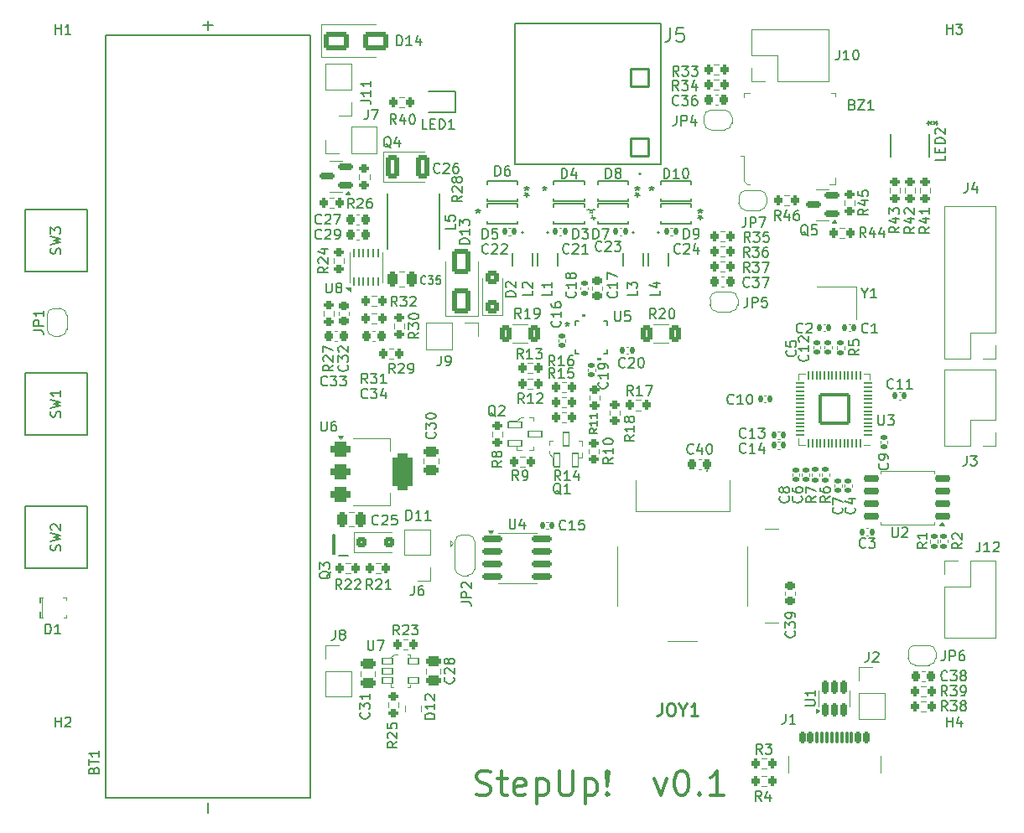
<source format=gbr>
%TF.GenerationSoftware,KiCad,Pcbnew,8.0.2*%
%TF.CreationDate,2024-05-27T22:06:41+01:00*%
%TF.ProjectId,StepUp,53746570-5570-42e6-9b69-6361645f7063,v1.0*%
%TF.SameCoordinates,Original*%
%TF.FileFunction,Legend,Top*%
%TF.FilePolarity,Positive*%
%FSLAX46Y46*%
G04 Gerber Fmt 4.6, Leading zero omitted, Abs format (unit mm)*
G04 Created by KiCad (PCBNEW 8.0.2) date 2024-05-27 22:06:41*
%MOMM*%
%LPD*%
G01*
G04 APERTURE LIST*
G04 Aperture macros list*
%AMRoundRect*
0 Rectangle with rounded corners*
0 $1 Rounding radius*
0 $2 $3 $4 $5 $6 $7 $8 $9 X,Y pos of 4 corners*
0 Add a 4 corners polygon primitive as box body*
4,1,4,$2,$3,$4,$5,$6,$7,$8,$9,$2,$3,0*
0 Add four circle primitives for the rounded corners*
1,1,$1+$1,$2,$3*
1,1,$1+$1,$4,$5*
1,1,$1+$1,$6,$7*
1,1,$1+$1,$8,$9*
0 Add four rect primitives between the rounded corners*
20,1,$1+$1,$2,$3,$4,$5,0*
20,1,$1+$1,$4,$5,$6,$7,0*
20,1,$1+$1,$6,$7,$8,$9,0*
20,1,$1+$1,$8,$9,$2,$3,0*%
%AMFreePoly0*
4,1,19,0.500000,-0.750000,0.000000,-0.750000,0.000000,-0.744911,-0.071157,-0.744911,-0.207708,-0.704816,-0.327430,-0.627875,-0.420627,-0.520320,-0.479746,-0.390866,-0.500000,-0.250000,-0.500000,0.250000,-0.479746,0.390866,-0.420627,0.520320,-0.327430,0.627875,-0.207708,0.704816,-0.071157,0.744911,0.000000,0.744911,0.000000,0.750000,0.500000,0.750000,0.500000,-0.750000,0.500000,-0.750000,
$1*%
%AMFreePoly1*
4,1,19,0.000000,0.744911,0.071157,0.744911,0.207708,0.704816,0.327430,0.627875,0.420627,0.520320,0.479746,0.390866,0.500000,0.250000,0.500000,-0.250000,0.479746,-0.390866,0.420627,-0.520320,0.327430,-0.627875,0.207708,-0.704816,0.071157,-0.744911,0.000000,-0.744911,0.000000,-0.750000,-0.500000,-0.750000,-0.500000,0.750000,0.000000,0.750000,0.000000,0.744911,0.000000,0.744911,
$1*%
%AMFreePoly2*
4,1,19,0.550000,-0.750000,0.000000,-0.750000,0.000000,-0.744911,-0.071157,-0.744911,-0.207708,-0.704816,-0.327430,-0.627875,-0.420627,-0.520320,-0.479746,-0.390866,-0.500000,-0.250000,-0.500000,0.250000,-0.479746,0.390866,-0.420627,0.520320,-0.327430,0.627875,-0.207708,0.704816,-0.071157,0.744911,0.000000,0.744911,0.000000,0.750000,0.550000,0.750000,0.550000,-0.750000,0.550000,-0.750000,
$1*%
%AMFreePoly3*
4,1,19,0.000000,0.744911,0.071157,0.744911,0.207708,0.704816,0.327430,0.627875,0.420627,0.520320,0.479746,0.390866,0.500000,0.250000,0.500000,-0.250000,0.479746,-0.390866,0.420627,-0.520320,0.327430,-0.627875,0.207708,-0.704816,0.071157,-0.744911,0.000000,-0.744911,0.000000,-0.750000,-0.550000,-0.750000,-0.550000,0.750000,0.000000,0.750000,0.000000,0.744911,0.000000,0.744911,
$1*%
G04 Aperture macros list end*
%ADD10C,0.300000*%
%ADD11C,0.254000*%
%ADD12C,0.150000*%
%ADD13C,0.100000*%
%ADD14C,0.200000*%
%ADD15C,0.152400*%
%ADD16C,0.120000*%
%ADD17C,0.127000*%
%ADD18C,0.000000*%
%ADD19C,1.650000*%
%ADD20C,1.950000*%
%ADD21C,2.400000*%
%ADD22R,0.863600X0.787400*%
%ADD23RoundRect,0.250000X0.312500X0.625000X-0.312500X0.625000X-0.312500X-0.625000X0.312500X-0.625000X0*%
%ADD24C,3.550000*%
%ADD25C,2.390000*%
%ADD26C,2.184000*%
%ADD27FreePoly0,180.000000*%
%ADD28FreePoly1,180.000000*%
%ADD29RoundRect,0.150000X0.587500X0.150000X-0.587500X0.150000X-0.587500X-0.150000X0.587500X-0.150000X0*%
%ADD30RoundRect,0.140000X0.140000X0.170000X-0.140000X0.170000X-0.140000X-0.170000X0.140000X-0.170000X0*%
%ADD31RoundRect,0.140000X0.170000X-0.140000X0.170000X0.140000X-0.170000X0.140000X-0.170000X-0.140000X0*%
%ADD32RoundRect,0.135000X0.185000X-0.135000X0.185000X0.135000X-0.185000X0.135000X-0.185000X-0.135000X0*%
%ADD33RoundRect,0.140000X-0.170000X0.140000X-0.170000X-0.140000X0.170000X-0.140000X0.170000X0.140000X0*%
%ADD34O,1.000000X1.800000*%
%ADD35O,1.000000X2.100000*%
%ADD36RoundRect,0.150000X-0.150000X-0.425000X0.150000X-0.425000X0.150000X0.425000X-0.150000X0.425000X0*%
%ADD37RoundRect,0.075000X-0.075000X-0.500000X0.075000X-0.500000X0.075000X0.500000X-0.075000X0.500000X0*%
%ADD38C,0.650000*%
%ADD39RoundRect,0.140000X-0.140000X-0.170000X0.140000X-0.170000X0.140000X0.170000X-0.140000X0.170000X0*%
%ADD40RoundRect,0.200000X-0.200000X-0.275000X0.200000X-0.275000X0.200000X0.275000X-0.200000X0.275000X0*%
%ADD41RoundRect,0.225000X0.225000X0.250000X-0.225000X0.250000X-0.225000X-0.250000X0.225000X-0.250000X0*%
%ADD42RoundRect,0.200000X-0.275000X0.200000X-0.275000X-0.200000X0.275000X-0.200000X0.275000X0.200000X0*%
%ADD43RoundRect,0.200000X0.200000X0.275000X-0.200000X0.275000X-0.200000X-0.275000X0.200000X-0.275000X0*%
%ADD44RoundRect,0.225000X-0.225000X-0.250000X0.225000X-0.250000X0.225000X0.250000X-0.225000X0.250000X0*%
%ADD45RoundRect,0.200000X0.275000X-0.200000X0.275000X0.200000X-0.275000X0.200000X-0.275000X-0.200000X0*%
%ADD46R,1.000000X0.550000*%
%ADD47RoundRect,0.050000X0.387500X0.050000X-0.387500X0.050000X-0.387500X-0.050000X0.387500X-0.050000X0*%
%ADD48RoundRect,0.050000X0.050000X0.387500X-0.050000X0.387500X-0.050000X-0.387500X0.050000X-0.387500X0*%
%ADD49RoundRect,0.144000X1.456000X1.456000X-1.456000X1.456000X-1.456000X-1.456000X1.456000X-1.456000X0*%
%ADD50R,0.711200X1.219200*%
%ADD51C,3.200000*%
%ADD52R,1.753400X0.912000*%
%ADD53FreePoly2,270.000000*%
%ADD54R,1.500000X1.000000*%
%ADD55FreePoly3,270.000000*%
%ADD56RoundRect,0.062500X0.062500X-0.362500X0.062500X0.362500X-0.062500X0.362500X-0.062500X-0.362500X0*%
%ADD57R,2.500000X1.600000*%
%ADD58R,0.900000X0.950000*%
%ADD59RoundRect,0.150000X0.650000X0.150000X-0.650000X0.150000X-0.650000X-0.150000X0.650000X-0.150000X0*%
%ADD60R,1.200000X1.200000*%
%ADD61R,1.700000X1.700000*%
%ADD62O,1.700000X1.700000*%
%ADD63R,1.300000X3.400000*%
%ADD64RoundRect,0.250000X0.650000X-1.000000X0.650000X1.000000X-0.650000X1.000000X-0.650000X-1.000000X0*%
%ADD65RoundRect,0.150000X-0.825000X-0.150000X0.825000X-0.150000X0.825000X0.150000X-0.825000X0.150000X0*%
%ADD66RoundRect,0.250000X-0.250000X-0.475000X0.250000X-0.475000X0.250000X0.475000X-0.250000X0.475000X0*%
%ADD67FreePoly0,90.000000*%
%ADD68FreePoly1,90.000000*%
%ADD69RoundRect,0.225000X-0.250000X0.225000X-0.250000X-0.225000X0.250000X-0.225000X0.250000X0.225000X0*%
%ADD70R,0.889000X0.533400*%
%ADD71RoundRect,0.250000X0.250000X0.475000X-0.250000X0.475000X-0.250000X-0.475000X0.250000X-0.475000X0*%
%ADD72RoundRect,0.102000X0.900000X0.900000X-0.900000X0.900000X-0.900000X-0.900000X0.900000X-0.900000X0*%
%ADD73C,2.004000*%
%ADD74R,1.400000X1.200000*%
%ADD75RoundRect,0.250000X-0.312500X-0.625000X0.312500X-0.625000X0.312500X0.625000X-0.312500X0.625000X0*%
%ADD76RoundRect,0.375000X-0.625000X-0.375000X0.625000X-0.375000X0.625000X0.375000X-0.625000X0.375000X0*%
%ADD77RoundRect,0.500000X-0.500000X-1.400000X0.500000X-1.400000X0.500000X1.400000X-0.500000X1.400000X0*%
%ADD78RoundRect,0.135000X-0.185000X0.135000X-0.185000X-0.135000X0.185000X-0.135000X0.185000X0.135000X0*%
%ADD79R,0.762000X0.254000*%
%ADD80R,0.254000X0.762000*%
%ADD81R,1.701800X1.701800*%
%ADD82RoundRect,0.250000X0.475000X-0.250000X0.475000X0.250000X-0.475000X0.250000X-0.475000X-0.250000X0*%
%ADD83RoundRect,0.250000X-0.412500X-0.925000X0.412500X-0.925000X0.412500X0.925000X-0.412500X0.925000X0*%
%ADD84RoundRect,0.070000X0.300000X-0.650000X0.300000X0.650000X-0.300000X0.650000X-0.300000X-0.650000X0*%
%ADD85R,2.200000X2.150000*%
%ADD86RoundRect,0.250000X-0.475000X0.250000X-0.475000X-0.250000X0.475000X-0.250000X0.475000X0.250000X0*%
%ADD87RoundRect,0.070000X-0.525000X0.300000X-0.525000X-0.300000X0.525000X-0.300000X0.525000X0.300000X0*%
%ADD88R,0.950000X1.400000*%
%ADD89RoundRect,0.070000X-0.650000X-0.300000X0.650000X-0.300000X0.650000X0.300000X-0.650000X0.300000X0*%
%ADD90RoundRect,0.225000X0.250000X-0.225000X0.250000X0.225000X-0.250000X0.225000X-0.250000X-0.225000X0*%
%ADD91RoundRect,0.250000X0.450000X-0.400000X0.450000X0.400000X-0.450000X0.400000X-0.450000X-0.400000X0*%
%ADD92RoundRect,0.250000X-1.000000X-0.650000X1.000000X-0.650000X1.000000X0.650000X-1.000000X0.650000X0*%
%ADD93RoundRect,0.150000X0.150000X-0.512500X0.150000X0.512500X-0.150000X0.512500X-0.150000X-0.512500X0*%
%ADD94RoundRect,0.250000X-0.300000X-0.300000X0.300000X-0.300000X0.300000X0.300000X-0.300000X0.300000X0*%
G04 APERTURE END LIST*
D10*
X131773558Y-143059400D02*
X132130701Y-143178447D01*
X132130701Y-143178447D02*
X132725939Y-143178447D01*
X132725939Y-143178447D02*
X132964034Y-143059400D01*
X132964034Y-143059400D02*
X133083082Y-142940352D01*
X133083082Y-142940352D02*
X133202129Y-142702257D01*
X133202129Y-142702257D02*
X133202129Y-142464161D01*
X133202129Y-142464161D02*
X133083082Y-142226066D01*
X133083082Y-142226066D02*
X132964034Y-142107019D01*
X132964034Y-142107019D02*
X132725939Y-141987971D01*
X132725939Y-141987971D02*
X132249748Y-141868923D01*
X132249748Y-141868923D02*
X132011653Y-141749876D01*
X132011653Y-141749876D02*
X131892606Y-141630828D01*
X131892606Y-141630828D02*
X131773558Y-141392733D01*
X131773558Y-141392733D02*
X131773558Y-141154638D01*
X131773558Y-141154638D02*
X131892606Y-140916542D01*
X131892606Y-140916542D02*
X132011653Y-140797495D01*
X132011653Y-140797495D02*
X132249748Y-140678447D01*
X132249748Y-140678447D02*
X132844987Y-140678447D01*
X132844987Y-140678447D02*
X133202129Y-140797495D01*
X133916415Y-141511780D02*
X134868796Y-141511780D01*
X134273558Y-140678447D02*
X134273558Y-142821304D01*
X134273558Y-142821304D02*
X134392605Y-143059400D01*
X134392605Y-143059400D02*
X134630700Y-143178447D01*
X134630700Y-143178447D02*
X134868796Y-143178447D01*
X136654510Y-143059400D02*
X136416414Y-143178447D01*
X136416414Y-143178447D02*
X135940224Y-143178447D01*
X135940224Y-143178447D02*
X135702129Y-143059400D01*
X135702129Y-143059400D02*
X135583081Y-142821304D01*
X135583081Y-142821304D02*
X135583081Y-141868923D01*
X135583081Y-141868923D02*
X135702129Y-141630828D01*
X135702129Y-141630828D02*
X135940224Y-141511780D01*
X135940224Y-141511780D02*
X136416414Y-141511780D01*
X136416414Y-141511780D02*
X136654510Y-141630828D01*
X136654510Y-141630828D02*
X136773557Y-141868923D01*
X136773557Y-141868923D02*
X136773557Y-142107019D01*
X136773557Y-142107019D02*
X135583081Y-142345114D01*
X137844986Y-141511780D02*
X137844986Y-144011780D01*
X137844986Y-141630828D02*
X138083081Y-141511780D01*
X138083081Y-141511780D02*
X138559271Y-141511780D01*
X138559271Y-141511780D02*
X138797367Y-141630828D01*
X138797367Y-141630828D02*
X138916414Y-141749876D01*
X138916414Y-141749876D02*
X139035462Y-141987971D01*
X139035462Y-141987971D02*
X139035462Y-142702257D01*
X139035462Y-142702257D02*
X138916414Y-142940352D01*
X138916414Y-142940352D02*
X138797367Y-143059400D01*
X138797367Y-143059400D02*
X138559271Y-143178447D01*
X138559271Y-143178447D02*
X138083081Y-143178447D01*
X138083081Y-143178447D02*
X137844986Y-143059400D01*
X140106891Y-140678447D02*
X140106891Y-142702257D01*
X140106891Y-142702257D02*
X140225938Y-142940352D01*
X140225938Y-142940352D02*
X140344986Y-143059400D01*
X140344986Y-143059400D02*
X140583081Y-143178447D01*
X140583081Y-143178447D02*
X141059272Y-143178447D01*
X141059272Y-143178447D02*
X141297367Y-143059400D01*
X141297367Y-143059400D02*
X141416414Y-142940352D01*
X141416414Y-142940352D02*
X141535462Y-142702257D01*
X141535462Y-142702257D02*
X141535462Y-140678447D01*
X142725939Y-141511780D02*
X142725939Y-144011780D01*
X142725939Y-141630828D02*
X142964034Y-141511780D01*
X142964034Y-141511780D02*
X143440224Y-141511780D01*
X143440224Y-141511780D02*
X143678320Y-141630828D01*
X143678320Y-141630828D02*
X143797367Y-141749876D01*
X143797367Y-141749876D02*
X143916415Y-141987971D01*
X143916415Y-141987971D02*
X143916415Y-142702257D01*
X143916415Y-142702257D02*
X143797367Y-142940352D01*
X143797367Y-142940352D02*
X143678320Y-143059400D01*
X143678320Y-143059400D02*
X143440224Y-143178447D01*
X143440224Y-143178447D02*
X142964034Y-143178447D01*
X142964034Y-143178447D02*
X142725939Y-143059400D01*
X144987844Y-142940352D02*
X145106891Y-143059400D01*
X145106891Y-143059400D02*
X144987844Y-143178447D01*
X144987844Y-143178447D02*
X144868796Y-143059400D01*
X144868796Y-143059400D02*
X144987844Y-142940352D01*
X144987844Y-142940352D02*
X144987844Y-143178447D01*
X144987844Y-142226066D02*
X144868796Y-140797495D01*
X144868796Y-140797495D02*
X144987844Y-140678447D01*
X144987844Y-140678447D02*
X145106891Y-140797495D01*
X145106891Y-140797495D02*
X144987844Y-142226066D01*
X144987844Y-142226066D02*
X144987844Y-140678447D01*
X149749748Y-141511780D02*
X150344986Y-143178447D01*
X150344986Y-143178447D02*
X150940225Y-141511780D01*
X152368796Y-140678447D02*
X152606891Y-140678447D01*
X152606891Y-140678447D02*
X152844987Y-140797495D01*
X152844987Y-140797495D02*
X152964034Y-140916542D01*
X152964034Y-140916542D02*
X153083082Y-141154638D01*
X153083082Y-141154638D02*
X153202129Y-141630828D01*
X153202129Y-141630828D02*
X153202129Y-142226066D01*
X153202129Y-142226066D02*
X153083082Y-142702257D01*
X153083082Y-142702257D02*
X152964034Y-142940352D01*
X152964034Y-142940352D02*
X152844987Y-143059400D01*
X152844987Y-143059400D02*
X152606891Y-143178447D01*
X152606891Y-143178447D02*
X152368796Y-143178447D01*
X152368796Y-143178447D02*
X152130701Y-143059400D01*
X152130701Y-143059400D02*
X152011653Y-142940352D01*
X152011653Y-142940352D02*
X151892606Y-142702257D01*
X151892606Y-142702257D02*
X151773558Y-142226066D01*
X151773558Y-142226066D02*
X151773558Y-141630828D01*
X151773558Y-141630828D02*
X151892606Y-141154638D01*
X151892606Y-141154638D02*
X152011653Y-140916542D01*
X152011653Y-140916542D02*
X152130701Y-140797495D01*
X152130701Y-140797495D02*
X152368796Y-140678447D01*
X154273558Y-142940352D02*
X154392605Y-143059400D01*
X154392605Y-143059400D02*
X154273558Y-143178447D01*
X154273558Y-143178447D02*
X154154510Y-143059400D01*
X154154510Y-143059400D02*
X154273558Y-142940352D01*
X154273558Y-142940352D02*
X154273558Y-143178447D01*
X156773557Y-143178447D02*
X155344986Y-143178447D01*
X156059272Y-143178447D02*
X156059272Y-140678447D01*
X156059272Y-140678447D02*
X155821176Y-141035590D01*
X155821176Y-141035590D02*
X155583081Y-141273685D01*
X155583081Y-141273685D02*
X155344986Y-141392733D01*
D11*
X150439143Y-133858318D02*
X150439143Y-134765461D01*
X150439143Y-134765461D02*
X150378666Y-134946889D01*
X150378666Y-134946889D02*
X150257714Y-135067842D01*
X150257714Y-135067842D02*
X150076285Y-135128318D01*
X150076285Y-135128318D02*
X149955333Y-135128318D01*
X151285809Y-133858318D02*
X151527714Y-133858318D01*
X151527714Y-133858318D02*
X151648666Y-133918794D01*
X151648666Y-133918794D02*
X151769619Y-134039746D01*
X151769619Y-134039746D02*
X151830095Y-134281651D01*
X151830095Y-134281651D02*
X151830095Y-134704984D01*
X151830095Y-134704984D02*
X151769619Y-134946889D01*
X151769619Y-134946889D02*
X151648666Y-135067842D01*
X151648666Y-135067842D02*
X151527714Y-135128318D01*
X151527714Y-135128318D02*
X151285809Y-135128318D01*
X151285809Y-135128318D02*
X151164857Y-135067842D01*
X151164857Y-135067842D02*
X151043904Y-134946889D01*
X151043904Y-134946889D02*
X150983428Y-134704984D01*
X150983428Y-134704984D02*
X150983428Y-134281651D01*
X150983428Y-134281651D02*
X151043904Y-134039746D01*
X151043904Y-134039746D02*
X151164857Y-133918794D01*
X151164857Y-133918794D02*
X151285809Y-133858318D01*
X152616285Y-134523556D02*
X152616285Y-135128318D01*
X152192952Y-133858318D02*
X152616285Y-134523556D01*
X152616285Y-134523556D02*
X153039619Y-133858318D01*
X154128190Y-135128318D02*
X153402475Y-135128318D01*
X153765332Y-135128318D02*
X153765332Y-133858318D01*
X153765332Y-133858318D02*
X153644380Y-134039746D01*
X153644380Y-134039746D02*
X153523428Y-134160699D01*
X153523428Y-134160699D02*
X153402475Y-134221175D01*
D12*
X141527305Y-86922820D02*
X141527305Y-85922820D01*
X141527305Y-85922820D02*
X141765400Y-85922820D01*
X141765400Y-85922820D02*
X141908257Y-85970439D01*
X141908257Y-85970439D02*
X142003495Y-86065677D01*
X142003495Y-86065677D02*
X142051114Y-86160915D01*
X142051114Y-86160915D02*
X142098733Y-86351391D01*
X142098733Y-86351391D02*
X142098733Y-86494248D01*
X142098733Y-86494248D02*
X142051114Y-86684724D01*
X142051114Y-86684724D02*
X142003495Y-86779962D01*
X142003495Y-86779962D02*
X141908257Y-86875201D01*
X141908257Y-86875201D02*
X141765400Y-86922820D01*
X141765400Y-86922820D02*
X141527305Y-86922820D01*
X142432067Y-85922820D02*
X143051114Y-85922820D01*
X143051114Y-85922820D02*
X142717781Y-86303772D01*
X142717781Y-86303772D02*
X142860638Y-86303772D01*
X142860638Y-86303772D02*
X142955876Y-86351391D01*
X142955876Y-86351391D02*
X143003495Y-86399010D01*
X143003495Y-86399010D02*
X143051114Y-86494248D01*
X143051114Y-86494248D02*
X143051114Y-86732343D01*
X143051114Y-86732343D02*
X143003495Y-86827581D01*
X143003495Y-86827581D02*
X142955876Y-86875201D01*
X142955876Y-86875201D02*
X142860638Y-86922820D01*
X142860638Y-86922820D02*
X142574924Y-86922820D01*
X142574924Y-86922820D02*
X142479686Y-86875201D01*
X142479686Y-86875201D02*
X142432067Y-86827581D01*
X143573598Y-84974780D02*
X143573598Y-84736685D01*
X143811693Y-84831923D02*
X143573598Y-84736685D01*
X143573598Y-84736685D02*
X143335503Y-84831923D01*
X143716455Y-84546209D02*
X143573598Y-84736685D01*
X143573598Y-84736685D02*
X143430741Y-84546209D01*
X143573599Y-83884419D02*
X143573599Y-84122514D01*
X143335504Y-84027276D02*
X143573599Y-84122514D01*
X143573599Y-84122514D02*
X143811694Y-84027276D01*
X143430742Y-84312990D02*
X143573599Y-84122514D01*
X143573599Y-84122514D02*
X143716456Y-84312990D01*
X149857142Y-95004819D02*
X149523809Y-94528628D01*
X149285714Y-95004819D02*
X149285714Y-94004819D01*
X149285714Y-94004819D02*
X149666666Y-94004819D01*
X149666666Y-94004819D02*
X149761904Y-94052438D01*
X149761904Y-94052438D02*
X149809523Y-94100057D01*
X149809523Y-94100057D02*
X149857142Y-94195295D01*
X149857142Y-94195295D02*
X149857142Y-94338152D01*
X149857142Y-94338152D02*
X149809523Y-94433390D01*
X149809523Y-94433390D02*
X149761904Y-94481009D01*
X149761904Y-94481009D02*
X149666666Y-94528628D01*
X149666666Y-94528628D02*
X149285714Y-94528628D01*
X150238095Y-94100057D02*
X150285714Y-94052438D01*
X150285714Y-94052438D02*
X150380952Y-94004819D01*
X150380952Y-94004819D02*
X150619047Y-94004819D01*
X150619047Y-94004819D02*
X150714285Y-94052438D01*
X150714285Y-94052438D02*
X150761904Y-94100057D01*
X150761904Y-94100057D02*
X150809523Y-94195295D01*
X150809523Y-94195295D02*
X150809523Y-94290533D01*
X150809523Y-94290533D02*
X150761904Y-94433390D01*
X150761904Y-94433390D02*
X150190476Y-95004819D01*
X150190476Y-95004819D02*
X150809523Y-95004819D01*
X151428571Y-94004819D02*
X151523809Y-94004819D01*
X151523809Y-94004819D02*
X151619047Y-94052438D01*
X151619047Y-94052438D02*
X151666666Y-94100057D01*
X151666666Y-94100057D02*
X151714285Y-94195295D01*
X151714285Y-94195295D02*
X151761904Y-94385771D01*
X151761904Y-94385771D02*
X151761904Y-94623866D01*
X151761904Y-94623866D02*
X151714285Y-94814342D01*
X151714285Y-94814342D02*
X151666666Y-94909580D01*
X151666666Y-94909580D02*
X151619047Y-94957200D01*
X151619047Y-94957200D02*
X151523809Y-95004819D01*
X151523809Y-95004819D02*
X151428571Y-95004819D01*
X151428571Y-95004819D02*
X151333333Y-94957200D01*
X151333333Y-94957200D02*
X151285714Y-94909580D01*
X151285714Y-94909580D02*
X151238095Y-94814342D01*
X151238095Y-94814342D02*
X151190476Y-94623866D01*
X151190476Y-94623866D02*
X151190476Y-94385771D01*
X151190476Y-94385771D02*
X151238095Y-94195295D01*
X151238095Y-94195295D02*
X151285714Y-94100057D01*
X151285714Y-94100057D02*
X151333333Y-94052438D01*
X151333333Y-94052438D02*
X151428571Y-94004819D01*
X93149009Y-140612714D02*
X93196628Y-140469857D01*
X93196628Y-140469857D02*
X93244247Y-140422238D01*
X93244247Y-140422238D02*
X93339485Y-140374619D01*
X93339485Y-140374619D02*
X93482342Y-140374619D01*
X93482342Y-140374619D02*
X93577580Y-140422238D01*
X93577580Y-140422238D02*
X93625200Y-140469857D01*
X93625200Y-140469857D02*
X93672819Y-140565095D01*
X93672819Y-140565095D02*
X93672819Y-140946047D01*
X93672819Y-140946047D02*
X92672819Y-140946047D01*
X92672819Y-140946047D02*
X92672819Y-140612714D01*
X92672819Y-140612714D02*
X92720438Y-140517476D01*
X92720438Y-140517476D02*
X92768057Y-140469857D01*
X92768057Y-140469857D02*
X92863295Y-140422238D01*
X92863295Y-140422238D02*
X92958533Y-140422238D01*
X92958533Y-140422238D02*
X93053771Y-140469857D01*
X93053771Y-140469857D02*
X93101390Y-140517476D01*
X93101390Y-140517476D02*
X93149009Y-140612714D01*
X93149009Y-140612714D02*
X93149009Y-140946047D01*
X92672819Y-140088904D02*
X92672819Y-139517476D01*
X93672819Y-139803190D02*
X92672819Y-139803190D01*
X93672819Y-138660333D02*
X93672819Y-139231761D01*
X93672819Y-138946047D02*
X92672819Y-138946047D01*
X92672819Y-138946047D02*
X92815676Y-139041285D01*
X92815676Y-139041285D02*
X92910914Y-139136523D01*
X92910914Y-139136523D02*
X92958533Y-139231761D01*
X158937666Y-84786819D02*
X158937666Y-85501104D01*
X158937666Y-85501104D02*
X158890047Y-85643961D01*
X158890047Y-85643961D02*
X158794809Y-85739200D01*
X158794809Y-85739200D02*
X158651952Y-85786819D01*
X158651952Y-85786819D02*
X158556714Y-85786819D01*
X159413857Y-85786819D02*
X159413857Y-84786819D01*
X159413857Y-84786819D02*
X159794809Y-84786819D01*
X159794809Y-84786819D02*
X159890047Y-84834438D01*
X159890047Y-84834438D02*
X159937666Y-84882057D01*
X159937666Y-84882057D02*
X159985285Y-84977295D01*
X159985285Y-84977295D02*
X159985285Y-85120152D01*
X159985285Y-85120152D02*
X159937666Y-85215390D01*
X159937666Y-85215390D02*
X159890047Y-85263009D01*
X159890047Y-85263009D02*
X159794809Y-85310628D01*
X159794809Y-85310628D02*
X159413857Y-85310628D01*
X160318619Y-84786819D02*
X160985285Y-84786819D01*
X160985285Y-84786819D02*
X160556714Y-85786819D01*
X123154761Y-77750057D02*
X123059523Y-77702438D01*
X123059523Y-77702438D02*
X122964285Y-77607200D01*
X122964285Y-77607200D02*
X122821428Y-77464342D01*
X122821428Y-77464342D02*
X122726190Y-77416723D01*
X122726190Y-77416723D02*
X122630952Y-77416723D01*
X122678571Y-77654819D02*
X122583333Y-77607200D01*
X122583333Y-77607200D02*
X122488095Y-77511961D01*
X122488095Y-77511961D02*
X122440476Y-77321485D01*
X122440476Y-77321485D02*
X122440476Y-76988152D01*
X122440476Y-76988152D02*
X122488095Y-76797676D01*
X122488095Y-76797676D02*
X122583333Y-76702438D01*
X122583333Y-76702438D02*
X122678571Y-76654819D01*
X122678571Y-76654819D02*
X122869047Y-76654819D01*
X122869047Y-76654819D02*
X122964285Y-76702438D01*
X122964285Y-76702438D02*
X123059523Y-76797676D01*
X123059523Y-76797676D02*
X123107142Y-76988152D01*
X123107142Y-76988152D02*
X123107142Y-77321485D01*
X123107142Y-77321485D02*
X123059523Y-77511961D01*
X123059523Y-77511961D02*
X122964285Y-77607200D01*
X122964285Y-77607200D02*
X122869047Y-77654819D01*
X122869047Y-77654819D02*
X122678571Y-77654819D01*
X123964285Y-76988152D02*
X123964285Y-77654819D01*
X123726190Y-76607200D02*
X123488095Y-77321485D01*
X123488095Y-77321485D02*
X124107142Y-77321485D01*
X157724642Y-103568080D02*
X157677023Y-103615700D01*
X157677023Y-103615700D02*
X157534166Y-103663319D01*
X157534166Y-103663319D02*
X157438928Y-103663319D01*
X157438928Y-103663319D02*
X157296071Y-103615700D01*
X157296071Y-103615700D02*
X157200833Y-103520461D01*
X157200833Y-103520461D02*
X157153214Y-103425223D01*
X157153214Y-103425223D02*
X157105595Y-103234747D01*
X157105595Y-103234747D02*
X157105595Y-103091890D01*
X157105595Y-103091890D02*
X157153214Y-102901414D01*
X157153214Y-102901414D02*
X157200833Y-102806176D01*
X157200833Y-102806176D02*
X157296071Y-102710938D01*
X157296071Y-102710938D02*
X157438928Y-102663319D01*
X157438928Y-102663319D02*
X157534166Y-102663319D01*
X157534166Y-102663319D02*
X157677023Y-102710938D01*
X157677023Y-102710938D02*
X157724642Y-102758557D01*
X158677023Y-103663319D02*
X158105595Y-103663319D01*
X158391309Y-103663319D02*
X158391309Y-102663319D01*
X158391309Y-102663319D02*
X158296071Y-102806176D01*
X158296071Y-102806176D02*
X158200833Y-102901414D01*
X158200833Y-102901414D02*
X158105595Y-102949033D01*
X159296071Y-102663319D02*
X159391309Y-102663319D01*
X159391309Y-102663319D02*
X159486547Y-102710938D01*
X159486547Y-102710938D02*
X159534166Y-102758557D01*
X159534166Y-102758557D02*
X159581785Y-102853795D01*
X159581785Y-102853795D02*
X159629404Y-103044271D01*
X159629404Y-103044271D02*
X159629404Y-103282366D01*
X159629404Y-103282366D02*
X159581785Y-103472842D01*
X159581785Y-103472842D02*
X159534166Y-103568080D01*
X159534166Y-103568080D02*
X159486547Y-103615700D01*
X159486547Y-103615700D02*
X159391309Y-103663319D01*
X159391309Y-103663319D02*
X159296071Y-103663319D01*
X159296071Y-103663319D02*
X159200833Y-103615700D01*
X159200833Y-103615700D02*
X159153214Y-103568080D01*
X159153214Y-103568080D02*
X159105595Y-103472842D01*
X159105595Y-103472842D02*
X159057976Y-103282366D01*
X159057976Y-103282366D02*
X159057976Y-103044271D01*
X159057976Y-103044271D02*
X159105595Y-102853795D01*
X159105595Y-102853795D02*
X159153214Y-102758557D01*
X159153214Y-102758557D02*
X159200833Y-102710938D01*
X159200833Y-102710938D02*
X159296071Y-102663319D01*
X163935580Y-98210666D02*
X163983200Y-98258285D01*
X163983200Y-98258285D02*
X164030819Y-98401142D01*
X164030819Y-98401142D02*
X164030819Y-98496380D01*
X164030819Y-98496380D02*
X163983200Y-98639237D01*
X163983200Y-98639237D02*
X163887961Y-98734475D01*
X163887961Y-98734475D02*
X163792723Y-98782094D01*
X163792723Y-98782094D02*
X163602247Y-98829713D01*
X163602247Y-98829713D02*
X163459390Y-98829713D01*
X163459390Y-98829713D02*
X163268914Y-98782094D01*
X163268914Y-98782094D02*
X163173676Y-98734475D01*
X163173676Y-98734475D02*
X163078438Y-98639237D01*
X163078438Y-98639237D02*
X163030819Y-98496380D01*
X163030819Y-98496380D02*
X163030819Y-98401142D01*
X163030819Y-98401142D02*
X163078438Y-98258285D01*
X163078438Y-98258285D02*
X163126057Y-98210666D01*
X163030819Y-97305904D02*
X163030819Y-97782094D01*
X163030819Y-97782094D02*
X163507009Y-97829713D01*
X163507009Y-97829713D02*
X163459390Y-97782094D01*
X163459390Y-97782094D02*
X163411771Y-97686856D01*
X163411771Y-97686856D02*
X163411771Y-97448761D01*
X163411771Y-97448761D02*
X163459390Y-97353523D01*
X163459390Y-97353523D02*
X163507009Y-97305904D01*
X163507009Y-97305904D02*
X163602247Y-97258285D01*
X163602247Y-97258285D02*
X163840342Y-97258285D01*
X163840342Y-97258285D02*
X163935580Y-97305904D01*
X163935580Y-97305904D02*
X163983200Y-97353523D01*
X163983200Y-97353523D02*
X164030819Y-97448761D01*
X164030819Y-97448761D02*
X164030819Y-97686856D01*
X164030819Y-97686856D02*
X163983200Y-97782094D01*
X163983200Y-97782094D02*
X163935580Y-97829713D01*
X167454819Y-112966666D02*
X166978628Y-113299999D01*
X167454819Y-113538094D02*
X166454819Y-113538094D01*
X166454819Y-113538094D02*
X166454819Y-113157142D01*
X166454819Y-113157142D02*
X166502438Y-113061904D01*
X166502438Y-113061904D02*
X166550057Y-113014285D01*
X166550057Y-113014285D02*
X166645295Y-112966666D01*
X166645295Y-112966666D02*
X166788152Y-112966666D01*
X166788152Y-112966666D02*
X166883390Y-113014285D01*
X166883390Y-113014285D02*
X166931009Y-113061904D01*
X166931009Y-113061904D02*
X166978628Y-113157142D01*
X166978628Y-113157142D02*
X166978628Y-113538094D01*
X166454819Y-112109523D02*
X166454819Y-112299999D01*
X166454819Y-112299999D02*
X166502438Y-112395237D01*
X166502438Y-112395237D02*
X166550057Y-112442856D01*
X166550057Y-112442856D02*
X166692914Y-112538094D01*
X166692914Y-112538094D02*
X166883390Y-112585713D01*
X166883390Y-112585713D02*
X167264342Y-112585713D01*
X167264342Y-112585713D02*
X167359580Y-112538094D01*
X167359580Y-112538094D02*
X167407200Y-112490475D01*
X167407200Y-112490475D02*
X167454819Y-112395237D01*
X167454819Y-112395237D02*
X167454819Y-112204761D01*
X167454819Y-112204761D02*
X167407200Y-112109523D01*
X167407200Y-112109523D02*
X167359580Y-112061904D01*
X167359580Y-112061904D02*
X167264342Y-112014285D01*
X167264342Y-112014285D02*
X167026247Y-112014285D01*
X167026247Y-112014285D02*
X166931009Y-112061904D01*
X166931009Y-112061904D02*
X166883390Y-112109523D01*
X166883390Y-112109523D02*
X166835771Y-112204761D01*
X166835771Y-112204761D02*
X166835771Y-112395237D01*
X166835771Y-112395237D02*
X166883390Y-112490475D01*
X166883390Y-112490475D02*
X166931009Y-112538094D01*
X166931009Y-112538094D02*
X167026247Y-112585713D01*
X163259580Y-112966666D02*
X163307200Y-113014285D01*
X163307200Y-113014285D02*
X163354819Y-113157142D01*
X163354819Y-113157142D02*
X163354819Y-113252380D01*
X163354819Y-113252380D02*
X163307200Y-113395237D01*
X163307200Y-113395237D02*
X163211961Y-113490475D01*
X163211961Y-113490475D02*
X163116723Y-113538094D01*
X163116723Y-113538094D02*
X162926247Y-113585713D01*
X162926247Y-113585713D02*
X162783390Y-113585713D01*
X162783390Y-113585713D02*
X162592914Y-113538094D01*
X162592914Y-113538094D02*
X162497676Y-113490475D01*
X162497676Y-113490475D02*
X162402438Y-113395237D01*
X162402438Y-113395237D02*
X162354819Y-113252380D01*
X162354819Y-113252380D02*
X162354819Y-113157142D01*
X162354819Y-113157142D02*
X162402438Y-113014285D01*
X162402438Y-113014285D02*
X162450057Y-112966666D01*
X162783390Y-112395237D02*
X162735771Y-112490475D01*
X162735771Y-112490475D02*
X162688152Y-112538094D01*
X162688152Y-112538094D02*
X162592914Y-112585713D01*
X162592914Y-112585713D02*
X162545295Y-112585713D01*
X162545295Y-112585713D02*
X162450057Y-112538094D01*
X162450057Y-112538094D02*
X162402438Y-112490475D01*
X162402438Y-112490475D02*
X162354819Y-112395237D01*
X162354819Y-112395237D02*
X162354819Y-112204761D01*
X162354819Y-112204761D02*
X162402438Y-112109523D01*
X162402438Y-112109523D02*
X162450057Y-112061904D01*
X162450057Y-112061904D02*
X162545295Y-112014285D01*
X162545295Y-112014285D02*
X162592914Y-112014285D01*
X162592914Y-112014285D02*
X162688152Y-112061904D01*
X162688152Y-112061904D02*
X162735771Y-112109523D01*
X162735771Y-112109523D02*
X162783390Y-112204761D01*
X162783390Y-112204761D02*
X162783390Y-112395237D01*
X162783390Y-112395237D02*
X162831009Y-112490475D01*
X162831009Y-112490475D02*
X162878628Y-112538094D01*
X162878628Y-112538094D02*
X162973866Y-112585713D01*
X162973866Y-112585713D02*
X163164342Y-112585713D01*
X163164342Y-112585713D02*
X163259580Y-112538094D01*
X163259580Y-112538094D02*
X163307200Y-112490475D01*
X163307200Y-112490475D02*
X163354819Y-112395237D01*
X163354819Y-112395237D02*
X163354819Y-112204761D01*
X163354819Y-112204761D02*
X163307200Y-112109523D01*
X163307200Y-112109523D02*
X163259580Y-112061904D01*
X163259580Y-112061904D02*
X163164342Y-112014285D01*
X163164342Y-112014285D02*
X162973866Y-112014285D01*
X162973866Y-112014285D02*
X162878628Y-112061904D01*
X162878628Y-112061904D02*
X162831009Y-112109523D01*
X162831009Y-112109523D02*
X162783390Y-112204761D01*
X162966666Y-134954819D02*
X162966666Y-135669104D01*
X162966666Y-135669104D02*
X162919047Y-135811961D01*
X162919047Y-135811961D02*
X162823809Y-135907200D01*
X162823809Y-135907200D02*
X162680952Y-135954819D01*
X162680952Y-135954819D02*
X162585714Y-135954819D01*
X163966666Y-135954819D02*
X163395238Y-135954819D01*
X163680952Y-135954819D02*
X163680952Y-134954819D01*
X163680952Y-134954819D02*
X163585714Y-135097676D01*
X163585714Y-135097676D02*
X163490476Y-135192914D01*
X163490476Y-135192914D02*
X163395238Y-135240533D01*
X146757142Y-99859580D02*
X146709523Y-99907200D01*
X146709523Y-99907200D02*
X146566666Y-99954819D01*
X146566666Y-99954819D02*
X146471428Y-99954819D01*
X146471428Y-99954819D02*
X146328571Y-99907200D01*
X146328571Y-99907200D02*
X146233333Y-99811961D01*
X146233333Y-99811961D02*
X146185714Y-99716723D01*
X146185714Y-99716723D02*
X146138095Y-99526247D01*
X146138095Y-99526247D02*
X146138095Y-99383390D01*
X146138095Y-99383390D02*
X146185714Y-99192914D01*
X146185714Y-99192914D02*
X146233333Y-99097676D01*
X146233333Y-99097676D02*
X146328571Y-99002438D01*
X146328571Y-99002438D02*
X146471428Y-98954819D01*
X146471428Y-98954819D02*
X146566666Y-98954819D01*
X146566666Y-98954819D02*
X146709523Y-99002438D01*
X146709523Y-99002438D02*
X146757142Y-99050057D01*
X147138095Y-99050057D02*
X147185714Y-99002438D01*
X147185714Y-99002438D02*
X147280952Y-98954819D01*
X147280952Y-98954819D02*
X147519047Y-98954819D01*
X147519047Y-98954819D02*
X147614285Y-99002438D01*
X147614285Y-99002438D02*
X147661904Y-99050057D01*
X147661904Y-99050057D02*
X147709523Y-99145295D01*
X147709523Y-99145295D02*
X147709523Y-99240533D01*
X147709523Y-99240533D02*
X147661904Y-99383390D01*
X147661904Y-99383390D02*
X147090476Y-99954819D01*
X147090476Y-99954819D02*
X147709523Y-99954819D01*
X148328571Y-98954819D02*
X148423809Y-98954819D01*
X148423809Y-98954819D02*
X148519047Y-99002438D01*
X148519047Y-99002438D02*
X148566666Y-99050057D01*
X148566666Y-99050057D02*
X148614285Y-99145295D01*
X148614285Y-99145295D02*
X148661904Y-99335771D01*
X148661904Y-99335771D02*
X148661904Y-99573866D01*
X148661904Y-99573866D02*
X148614285Y-99764342D01*
X148614285Y-99764342D02*
X148566666Y-99859580D01*
X148566666Y-99859580D02*
X148519047Y-99907200D01*
X148519047Y-99907200D02*
X148423809Y-99954819D01*
X148423809Y-99954819D02*
X148328571Y-99954819D01*
X148328571Y-99954819D02*
X148233333Y-99907200D01*
X148233333Y-99907200D02*
X148185714Y-99859580D01*
X148185714Y-99859580D02*
X148138095Y-99764342D01*
X148138095Y-99764342D02*
X148090476Y-99573866D01*
X148090476Y-99573866D02*
X148090476Y-99335771D01*
X148090476Y-99335771D02*
X148138095Y-99145295D01*
X148138095Y-99145295D02*
X148185714Y-99050057D01*
X148185714Y-99050057D02*
X148233333Y-99002438D01*
X148233333Y-99002438D02*
X148328571Y-98954819D01*
X152163142Y-71938819D02*
X151829809Y-71462628D01*
X151591714Y-71938819D02*
X151591714Y-70938819D01*
X151591714Y-70938819D02*
X151972666Y-70938819D01*
X151972666Y-70938819D02*
X152067904Y-70986438D01*
X152067904Y-70986438D02*
X152115523Y-71034057D01*
X152115523Y-71034057D02*
X152163142Y-71129295D01*
X152163142Y-71129295D02*
X152163142Y-71272152D01*
X152163142Y-71272152D02*
X152115523Y-71367390D01*
X152115523Y-71367390D02*
X152067904Y-71415009D01*
X152067904Y-71415009D02*
X151972666Y-71462628D01*
X151972666Y-71462628D02*
X151591714Y-71462628D01*
X152496476Y-70938819D02*
X153115523Y-70938819D01*
X153115523Y-70938819D02*
X152782190Y-71319771D01*
X152782190Y-71319771D02*
X152925047Y-71319771D01*
X152925047Y-71319771D02*
X153020285Y-71367390D01*
X153020285Y-71367390D02*
X153067904Y-71415009D01*
X153067904Y-71415009D02*
X153115523Y-71510247D01*
X153115523Y-71510247D02*
X153115523Y-71748342D01*
X153115523Y-71748342D02*
X153067904Y-71843580D01*
X153067904Y-71843580D02*
X153020285Y-71891200D01*
X153020285Y-71891200D02*
X152925047Y-71938819D01*
X152925047Y-71938819D02*
X152639333Y-71938819D01*
X152639333Y-71938819D02*
X152544095Y-71891200D01*
X152544095Y-71891200D02*
X152496476Y-71843580D01*
X153972666Y-71272152D02*
X153972666Y-71938819D01*
X153734571Y-70891200D02*
X153496476Y-71605485D01*
X153496476Y-71605485D02*
X154115523Y-71605485D01*
X144959580Y-101442857D02*
X145007200Y-101490476D01*
X145007200Y-101490476D02*
X145054819Y-101633333D01*
X145054819Y-101633333D02*
X145054819Y-101728571D01*
X145054819Y-101728571D02*
X145007200Y-101871428D01*
X145007200Y-101871428D02*
X144911961Y-101966666D01*
X144911961Y-101966666D02*
X144816723Y-102014285D01*
X144816723Y-102014285D02*
X144626247Y-102061904D01*
X144626247Y-102061904D02*
X144483390Y-102061904D01*
X144483390Y-102061904D02*
X144292914Y-102014285D01*
X144292914Y-102014285D02*
X144197676Y-101966666D01*
X144197676Y-101966666D02*
X144102438Y-101871428D01*
X144102438Y-101871428D02*
X144054819Y-101728571D01*
X144054819Y-101728571D02*
X144054819Y-101633333D01*
X144054819Y-101633333D02*
X144102438Y-101490476D01*
X144102438Y-101490476D02*
X144150057Y-101442857D01*
X145054819Y-100490476D02*
X145054819Y-101061904D01*
X145054819Y-100776190D02*
X144054819Y-100776190D01*
X144054819Y-100776190D02*
X144197676Y-100871428D01*
X144197676Y-100871428D02*
X144292914Y-100966666D01*
X144292914Y-100966666D02*
X144340533Y-101061904D01*
X145054819Y-100014285D02*
X145054819Y-99823809D01*
X145054819Y-99823809D02*
X145007200Y-99728571D01*
X145007200Y-99728571D02*
X144959580Y-99680952D01*
X144959580Y-99680952D02*
X144816723Y-99585714D01*
X144816723Y-99585714D02*
X144626247Y-99538095D01*
X144626247Y-99538095D02*
X144245295Y-99538095D01*
X144245295Y-99538095D02*
X144150057Y-99585714D01*
X144150057Y-99585714D02*
X144102438Y-99633333D01*
X144102438Y-99633333D02*
X144054819Y-99728571D01*
X144054819Y-99728571D02*
X144054819Y-99919047D01*
X144054819Y-99919047D02*
X144102438Y-100014285D01*
X144102438Y-100014285D02*
X144150057Y-100061904D01*
X144150057Y-100061904D02*
X144245295Y-100109523D01*
X144245295Y-100109523D02*
X144483390Y-100109523D01*
X144483390Y-100109523D02*
X144578628Y-100061904D01*
X144578628Y-100061904D02*
X144626247Y-100014285D01*
X144626247Y-100014285D02*
X144673866Y-99919047D01*
X144673866Y-99919047D02*
X144673866Y-99728571D01*
X144673866Y-99728571D02*
X144626247Y-99633333D01*
X144626247Y-99633333D02*
X144578628Y-99585714D01*
X144578628Y-99585714D02*
X144483390Y-99538095D01*
X153657142Y-108585580D02*
X153609523Y-108633200D01*
X153609523Y-108633200D02*
X153466666Y-108680819D01*
X153466666Y-108680819D02*
X153371428Y-108680819D01*
X153371428Y-108680819D02*
X153228571Y-108633200D01*
X153228571Y-108633200D02*
X153133333Y-108537961D01*
X153133333Y-108537961D02*
X153085714Y-108442723D01*
X153085714Y-108442723D02*
X153038095Y-108252247D01*
X153038095Y-108252247D02*
X153038095Y-108109390D01*
X153038095Y-108109390D02*
X153085714Y-107918914D01*
X153085714Y-107918914D02*
X153133333Y-107823676D01*
X153133333Y-107823676D02*
X153228571Y-107728438D01*
X153228571Y-107728438D02*
X153371428Y-107680819D01*
X153371428Y-107680819D02*
X153466666Y-107680819D01*
X153466666Y-107680819D02*
X153609523Y-107728438D01*
X153609523Y-107728438D02*
X153657142Y-107776057D01*
X154514285Y-108014152D02*
X154514285Y-108680819D01*
X154276190Y-107633200D02*
X154038095Y-108347485D01*
X154038095Y-108347485D02*
X154657142Y-108347485D01*
X155228571Y-107680819D02*
X155323809Y-107680819D01*
X155323809Y-107680819D02*
X155419047Y-107728438D01*
X155419047Y-107728438D02*
X155466666Y-107776057D01*
X155466666Y-107776057D02*
X155514285Y-107871295D01*
X155514285Y-107871295D02*
X155561904Y-108061771D01*
X155561904Y-108061771D02*
X155561904Y-108299866D01*
X155561904Y-108299866D02*
X155514285Y-108490342D01*
X155514285Y-108490342D02*
X155466666Y-108585580D01*
X155466666Y-108585580D02*
X155419047Y-108633200D01*
X155419047Y-108633200D02*
X155323809Y-108680819D01*
X155323809Y-108680819D02*
X155228571Y-108680819D01*
X155228571Y-108680819D02*
X155133333Y-108633200D01*
X155133333Y-108633200D02*
X155085714Y-108585580D01*
X155085714Y-108585580D02*
X155038095Y-108490342D01*
X155038095Y-108490342D02*
X154990476Y-108299866D01*
X154990476Y-108299866D02*
X154990476Y-108061771D01*
X154990476Y-108061771D02*
X155038095Y-107871295D01*
X155038095Y-107871295D02*
X155085714Y-107776057D01*
X155085714Y-107776057D02*
X155133333Y-107728438D01*
X155133333Y-107728438D02*
X155228571Y-107680819D01*
X145554819Y-109042857D02*
X145078628Y-109376190D01*
X145554819Y-109614285D02*
X144554819Y-109614285D01*
X144554819Y-109614285D02*
X144554819Y-109233333D01*
X144554819Y-109233333D02*
X144602438Y-109138095D01*
X144602438Y-109138095D02*
X144650057Y-109090476D01*
X144650057Y-109090476D02*
X144745295Y-109042857D01*
X144745295Y-109042857D02*
X144888152Y-109042857D01*
X144888152Y-109042857D02*
X144983390Y-109090476D01*
X144983390Y-109090476D02*
X145031009Y-109138095D01*
X145031009Y-109138095D02*
X145078628Y-109233333D01*
X145078628Y-109233333D02*
X145078628Y-109614285D01*
X145554819Y-108090476D02*
X145554819Y-108661904D01*
X145554819Y-108376190D02*
X144554819Y-108376190D01*
X144554819Y-108376190D02*
X144697676Y-108471428D01*
X144697676Y-108471428D02*
X144792914Y-108566666D01*
X144792914Y-108566666D02*
X144840533Y-108661904D01*
X144554819Y-107471428D02*
X144554819Y-107376190D01*
X144554819Y-107376190D02*
X144602438Y-107280952D01*
X144602438Y-107280952D02*
X144650057Y-107233333D01*
X144650057Y-107233333D02*
X144745295Y-107185714D01*
X144745295Y-107185714D02*
X144935771Y-107138095D01*
X144935771Y-107138095D02*
X145173866Y-107138095D01*
X145173866Y-107138095D02*
X145364342Y-107185714D01*
X145364342Y-107185714D02*
X145459580Y-107233333D01*
X145459580Y-107233333D02*
X145507200Y-107280952D01*
X145507200Y-107280952D02*
X145554819Y-107376190D01*
X145554819Y-107376190D02*
X145554819Y-107471428D01*
X145554819Y-107471428D02*
X145507200Y-107566666D01*
X145507200Y-107566666D02*
X145459580Y-107614285D01*
X145459580Y-107614285D02*
X145364342Y-107661904D01*
X145364342Y-107661904D02*
X145173866Y-107709523D01*
X145173866Y-107709523D02*
X144935771Y-107709523D01*
X144935771Y-107709523D02*
X144745295Y-107661904D01*
X144745295Y-107661904D02*
X144650057Y-107614285D01*
X144650057Y-107614285D02*
X144602438Y-107566666D01*
X144602438Y-107566666D02*
X144554819Y-107471428D01*
X180804819Y-117646166D02*
X180328628Y-117979499D01*
X180804819Y-118217594D02*
X179804819Y-118217594D01*
X179804819Y-118217594D02*
X179804819Y-117836642D01*
X179804819Y-117836642D02*
X179852438Y-117741404D01*
X179852438Y-117741404D02*
X179900057Y-117693785D01*
X179900057Y-117693785D02*
X179995295Y-117646166D01*
X179995295Y-117646166D02*
X180138152Y-117646166D01*
X180138152Y-117646166D02*
X180233390Y-117693785D01*
X180233390Y-117693785D02*
X180281009Y-117741404D01*
X180281009Y-117741404D02*
X180328628Y-117836642D01*
X180328628Y-117836642D02*
X180328628Y-118217594D01*
X179900057Y-117265213D02*
X179852438Y-117217594D01*
X179852438Y-117217594D02*
X179804819Y-117122356D01*
X179804819Y-117122356D02*
X179804819Y-116884261D01*
X179804819Y-116884261D02*
X179852438Y-116789023D01*
X179852438Y-116789023D02*
X179900057Y-116741404D01*
X179900057Y-116741404D02*
X179995295Y-116693785D01*
X179995295Y-116693785D02*
X180090533Y-116693785D01*
X180090533Y-116693785D02*
X180233390Y-116741404D01*
X180233390Y-116741404D02*
X180804819Y-117312832D01*
X180804819Y-117312832D02*
X180804819Y-116693785D01*
X123523142Y-100528819D02*
X123189809Y-100052628D01*
X122951714Y-100528819D02*
X122951714Y-99528819D01*
X122951714Y-99528819D02*
X123332666Y-99528819D01*
X123332666Y-99528819D02*
X123427904Y-99576438D01*
X123427904Y-99576438D02*
X123475523Y-99624057D01*
X123475523Y-99624057D02*
X123523142Y-99719295D01*
X123523142Y-99719295D02*
X123523142Y-99862152D01*
X123523142Y-99862152D02*
X123475523Y-99957390D01*
X123475523Y-99957390D02*
X123427904Y-100005009D01*
X123427904Y-100005009D02*
X123332666Y-100052628D01*
X123332666Y-100052628D02*
X122951714Y-100052628D01*
X123904095Y-99624057D02*
X123951714Y-99576438D01*
X123951714Y-99576438D02*
X124046952Y-99528819D01*
X124046952Y-99528819D02*
X124285047Y-99528819D01*
X124285047Y-99528819D02*
X124380285Y-99576438D01*
X124380285Y-99576438D02*
X124427904Y-99624057D01*
X124427904Y-99624057D02*
X124475523Y-99719295D01*
X124475523Y-99719295D02*
X124475523Y-99814533D01*
X124475523Y-99814533D02*
X124427904Y-99957390D01*
X124427904Y-99957390D02*
X123856476Y-100528819D01*
X123856476Y-100528819D02*
X124475523Y-100528819D01*
X124951714Y-100528819D02*
X125142190Y-100528819D01*
X125142190Y-100528819D02*
X125237428Y-100481200D01*
X125237428Y-100481200D02*
X125285047Y-100433580D01*
X125285047Y-100433580D02*
X125380285Y-100290723D01*
X125380285Y-100290723D02*
X125427904Y-100100247D01*
X125427904Y-100100247D02*
X125427904Y-99719295D01*
X125427904Y-99719295D02*
X125380285Y-99624057D01*
X125380285Y-99624057D02*
X125332666Y-99576438D01*
X125332666Y-99576438D02*
X125237428Y-99528819D01*
X125237428Y-99528819D02*
X125046952Y-99528819D01*
X125046952Y-99528819D02*
X124951714Y-99576438D01*
X124951714Y-99576438D02*
X124904095Y-99624057D01*
X124904095Y-99624057D02*
X124856476Y-99719295D01*
X124856476Y-99719295D02*
X124856476Y-99957390D01*
X124856476Y-99957390D02*
X124904095Y-100052628D01*
X124904095Y-100052628D02*
X124951714Y-100100247D01*
X124951714Y-100100247D02*
X125046952Y-100147866D01*
X125046952Y-100147866D02*
X125237428Y-100147866D01*
X125237428Y-100147866D02*
X125332666Y-100100247D01*
X125332666Y-100100247D02*
X125380285Y-100052628D01*
X125380285Y-100052628D02*
X125427904Y-99957390D01*
X170380819Y-98094666D02*
X169904628Y-98427999D01*
X170380819Y-98666094D02*
X169380819Y-98666094D01*
X169380819Y-98666094D02*
X169380819Y-98285142D01*
X169380819Y-98285142D02*
X169428438Y-98189904D01*
X169428438Y-98189904D02*
X169476057Y-98142285D01*
X169476057Y-98142285D02*
X169571295Y-98094666D01*
X169571295Y-98094666D02*
X169714152Y-98094666D01*
X169714152Y-98094666D02*
X169809390Y-98142285D01*
X169809390Y-98142285D02*
X169857009Y-98189904D01*
X169857009Y-98189904D02*
X169904628Y-98285142D01*
X169904628Y-98285142D02*
X169904628Y-98666094D01*
X169380819Y-97189904D02*
X169380819Y-97666094D01*
X169380819Y-97666094D02*
X169857009Y-97713713D01*
X169857009Y-97713713D02*
X169809390Y-97666094D01*
X169809390Y-97666094D02*
X169761771Y-97570856D01*
X169761771Y-97570856D02*
X169761771Y-97332761D01*
X169761771Y-97332761D02*
X169809390Y-97237523D01*
X169809390Y-97237523D02*
X169857009Y-97189904D01*
X169857009Y-97189904D02*
X169952247Y-97142285D01*
X169952247Y-97142285D02*
X170190342Y-97142285D01*
X170190342Y-97142285D02*
X170285580Y-97189904D01*
X170285580Y-97189904D02*
X170333200Y-97237523D01*
X170333200Y-97237523D02*
X170380819Y-97332761D01*
X170380819Y-97332761D02*
X170380819Y-97570856D01*
X170380819Y-97570856D02*
X170333200Y-97666094D01*
X170333200Y-97666094D02*
X170285580Y-97713713D01*
X166054819Y-112966666D02*
X165578628Y-113299999D01*
X166054819Y-113538094D02*
X165054819Y-113538094D01*
X165054819Y-113538094D02*
X165054819Y-113157142D01*
X165054819Y-113157142D02*
X165102438Y-113061904D01*
X165102438Y-113061904D02*
X165150057Y-113014285D01*
X165150057Y-113014285D02*
X165245295Y-112966666D01*
X165245295Y-112966666D02*
X165388152Y-112966666D01*
X165388152Y-112966666D02*
X165483390Y-113014285D01*
X165483390Y-113014285D02*
X165531009Y-113061904D01*
X165531009Y-113061904D02*
X165578628Y-113157142D01*
X165578628Y-113157142D02*
X165578628Y-113538094D01*
X165054819Y-112633332D02*
X165054819Y-111966666D01*
X165054819Y-111966666D02*
X166054819Y-112395237D01*
X144829305Y-80826820D02*
X144829305Y-79826820D01*
X144829305Y-79826820D02*
X145067400Y-79826820D01*
X145067400Y-79826820D02*
X145210257Y-79874439D01*
X145210257Y-79874439D02*
X145305495Y-79969677D01*
X145305495Y-79969677D02*
X145353114Y-80064915D01*
X145353114Y-80064915D02*
X145400733Y-80255391D01*
X145400733Y-80255391D02*
X145400733Y-80398248D01*
X145400733Y-80398248D02*
X145353114Y-80588724D01*
X145353114Y-80588724D02*
X145305495Y-80683962D01*
X145305495Y-80683962D02*
X145210257Y-80779201D01*
X145210257Y-80779201D02*
X145067400Y-80826820D01*
X145067400Y-80826820D02*
X144829305Y-80826820D01*
X145972162Y-80255391D02*
X145876924Y-80207772D01*
X145876924Y-80207772D02*
X145829305Y-80160153D01*
X145829305Y-80160153D02*
X145781686Y-80064915D01*
X145781686Y-80064915D02*
X145781686Y-80017296D01*
X145781686Y-80017296D02*
X145829305Y-79922058D01*
X145829305Y-79922058D02*
X145876924Y-79874439D01*
X145876924Y-79874439D02*
X145972162Y-79826820D01*
X145972162Y-79826820D02*
X146162638Y-79826820D01*
X146162638Y-79826820D02*
X146257876Y-79874439D01*
X146257876Y-79874439D02*
X146305495Y-79922058D01*
X146305495Y-79922058D02*
X146353114Y-80017296D01*
X146353114Y-80017296D02*
X146353114Y-80064915D01*
X146353114Y-80064915D02*
X146305495Y-80160153D01*
X146305495Y-80160153D02*
X146257876Y-80207772D01*
X146257876Y-80207772D02*
X146162638Y-80255391D01*
X146162638Y-80255391D02*
X145972162Y-80255391D01*
X145972162Y-80255391D02*
X145876924Y-80303010D01*
X145876924Y-80303010D02*
X145829305Y-80350629D01*
X145829305Y-80350629D02*
X145781686Y-80445867D01*
X145781686Y-80445867D02*
X145781686Y-80636343D01*
X145781686Y-80636343D02*
X145829305Y-80731581D01*
X145829305Y-80731581D02*
X145876924Y-80779201D01*
X145876924Y-80779201D02*
X145972162Y-80826820D01*
X145972162Y-80826820D02*
X146162638Y-80826820D01*
X146162638Y-80826820D02*
X146257876Y-80779201D01*
X146257876Y-80779201D02*
X146305495Y-80731581D01*
X146305495Y-80731581D02*
X146353114Y-80636343D01*
X146353114Y-80636343D02*
X146353114Y-80445867D01*
X146353114Y-80445867D02*
X146305495Y-80350629D01*
X146305495Y-80350629D02*
X146257876Y-80303010D01*
X146257876Y-80303010D02*
X146162638Y-80255391D01*
X148031200Y-81598419D02*
X148031200Y-81836514D01*
X147793105Y-81741276D02*
X148031200Y-81836514D01*
X148031200Y-81836514D02*
X148269295Y-81741276D01*
X147888343Y-82026990D02*
X148031200Y-81836514D01*
X148031200Y-81836514D02*
X148174057Y-82026990D01*
X148031199Y-82688780D02*
X148031199Y-82450685D01*
X148269294Y-82545923D02*
X148031199Y-82450685D01*
X148031199Y-82450685D02*
X147793104Y-82545923D01*
X148174056Y-82260209D02*
X148031199Y-82450685D01*
X148031199Y-82450685D02*
X147888342Y-82260209D01*
X150703114Y-80826820D02*
X150703114Y-79826820D01*
X150703114Y-79826820D02*
X150941209Y-79826820D01*
X150941209Y-79826820D02*
X151084066Y-79874439D01*
X151084066Y-79874439D02*
X151179304Y-79969677D01*
X151179304Y-79969677D02*
X151226923Y-80064915D01*
X151226923Y-80064915D02*
X151274542Y-80255391D01*
X151274542Y-80255391D02*
X151274542Y-80398248D01*
X151274542Y-80398248D02*
X151226923Y-80588724D01*
X151226923Y-80588724D02*
X151179304Y-80683962D01*
X151179304Y-80683962D02*
X151084066Y-80779201D01*
X151084066Y-80779201D02*
X150941209Y-80826820D01*
X150941209Y-80826820D02*
X150703114Y-80826820D01*
X152226923Y-80826820D02*
X151655495Y-80826820D01*
X151941209Y-80826820D02*
X151941209Y-79826820D01*
X151941209Y-79826820D02*
X151845971Y-79969677D01*
X151845971Y-79969677D02*
X151750733Y-80064915D01*
X151750733Y-80064915D02*
X151655495Y-80112534D01*
X152845971Y-79826820D02*
X152941209Y-79826820D01*
X152941209Y-79826820D02*
X153036447Y-79874439D01*
X153036447Y-79874439D02*
X153084066Y-79922058D01*
X153084066Y-79922058D02*
X153131685Y-80017296D01*
X153131685Y-80017296D02*
X153179304Y-80207772D01*
X153179304Y-80207772D02*
X153179304Y-80445867D01*
X153179304Y-80445867D02*
X153131685Y-80636343D01*
X153131685Y-80636343D02*
X153084066Y-80731581D01*
X153084066Y-80731581D02*
X153036447Y-80779201D01*
X153036447Y-80779201D02*
X152941209Y-80826820D01*
X152941209Y-80826820D02*
X152845971Y-80826820D01*
X152845971Y-80826820D02*
X152750733Y-80779201D01*
X152750733Y-80779201D02*
X152703114Y-80731581D01*
X152703114Y-80731581D02*
X152655495Y-80636343D01*
X152655495Y-80636343D02*
X152607876Y-80445867D01*
X152607876Y-80445867D02*
X152607876Y-80207772D01*
X152607876Y-80207772D02*
X152655495Y-80017296D01*
X152655495Y-80017296D02*
X152703114Y-79922058D01*
X152703114Y-79922058D02*
X152750733Y-79874439D01*
X152750733Y-79874439D02*
X152845971Y-79826820D01*
X149453600Y-81598419D02*
X149453600Y-81836514D01*
X149215505Y-81741276D02*
X149453600Y-81836514D01*
X149453600Y-81836514D02*
X149691695Y-81741276D01*
X149310743Y-82026990D02*
X149453600Y-81836514D01*
X149453600Y-81836514D02*
X149596457Y-82026990D01*
X149453600Y-81598419D02*
X149453600Y-81836514D01*
X149215505Y-81741276D02*
X149453600Y-81836514D01*
X149453600Y-81836514D02*
X149691695Y-81741276D01*
X149310743Y-82026990D02*
X149453600Y-81836514D01*
X149453600Y-81836514D02*
X149596457Y-82026990D01*
X159323142Y-91727580D02*
X159275523Y-91775200D01*
X159275523Y-91775200D02*
X159132666Y-91822819D01*
X159132666Y-91822819D02*
X159037428Y-91822819D01*
X159037428Y-91822819D02*
X158894571Y-91775200D01*
X158894571Y-91775200D02*
X158799333Y-91679961D01*
X158799333Y-91679961D02*
X158751714Y-91584723D01*
X158751714Y-91584723D02*
X158704095Y-91394247D01*
X158704095Y-91394247D02*
X158704095Y-91251390D01*
X158704095Y-91251390D02*
X158751714Y-91060914D01*
X158751714Y-91060914D02*
X158799333Y-90965676D01*
X158799333Y-90965676D02*
X158894571Y-90870438D01*
X158894571Y-90870438D02*
X159037428Y-90822819D01*
X159037428Y-90822819D02*
X159132666Y-90822819D01*
X159132666Y-90822819D02*
X159275523Y-90870438D01*
X159275523Y-90870438D02*
X159323142Y-90918057D01*
X159656476Y-90822819D02*
X160275523Y-90822819D01*
X160275523Y-90822819D02*
X159942190Y-91203771D01*
X159942190Y-91203771D02*
X160085047Y-91203771D01*
X160085047Y-91203771D02*
X160180285Y-91251390D01*
X160180285Y-91251390D02*
X160227904Y-91299009D01*
X160227904Y-91299009D02*
X160275523Y-91394247D01*
X160275523Y-91394247D02*
X160275523Y-91632342D01*
X160275523Y-91632342D02*
X160227904Y-91727580D01*
X160227904Y-91727580D02*
X160180285Y-91775200D01*
X160180285Y-91775200D02*
X160085047Y-91822819D01*
X160085047Y-91822819D02*
X159799333Y-91822819D01*
X159799333Y-91822819D02*
X159704095Y-91775200D01*
X159704095Y-91775200D02*
X159656476Y-91727580D01*
X160608857Y-90822819D02*
X161275523Y-90822819D01*
X161275523Y-90822819D02*
X160846952Y-91822819D01*
X174444819Y-85732857D02*
X173968628Y-86066190D01*
X174444819Y-86304285D02*
X173444819Y-86304285D01*
X173444819Y-86304285D02*
X173444819Y-85923333D01*
X173444819Y-85923333D02*
X173492438Y-85828095D01*
X173492438Y-85828095D02*
X173540057Y-85780476D01*
X173540057Y-85780476D02*
X173635295Y-85732857D01*
X173635295Y-85732857D02*
X173778152Y-85732857D01*
X173778152Y-85732857D02*
X173873390Y-85780476D01*
X173873390Y-85780476D02*
X173921009Y-85828095D01*
X173921009Y-85828095D02*
X173968628Y-85923333D01*
X173968628Y-85923333D02*
X173968628Y-86304285D01*
X173778152Y-84875714D02*
X174444819Y-84875714D01*
X173397200Y-85113809D02*
X174111485Y-85351904D01*
X174111485Y-85351904D02*
X174111485Y-84732857D01*
X173444819Y-84447142D02*
X173444819Y-83828095D01*
X173444819Y-83828095D02*
X173825771Y-84161428D01*
X173825771Y-84161428D02*
X173825771Y-84018571D01*
X173825771Y-84018571D02*
X173873390Y-83923333D01*
X173873390Y-83923333D02*
X173921009Y-83875714D01*
X173921009Y-83875714D02*
X174016247Y-83828095D01*
X174016247Y-83828095D02*
X174254342Y-83828095D01*
X174254342Y-83828095D02*
X174349580Y-83875714D01*
X174349580Y-83875714D02*
X174397200Y-83923333D01*
X174397200Y-83923333D02*
X174444819Y-84018571D01*
X174444819Y-84018571D02*
X174444819Y-84304285D01*
X174444819Y-84304285D02*
X174397200Y-84399523D01*
X174397200Y-84399523D02*
X174349580Y-84447142D01*
X140209580Y-95242857D02*
X140257200Y-95290476D01*
X140257200Y-95290476D02*
X140304819Y-95433333D01*
X140304819Y-95433333D02*
X140304819Y-95528571D01*
X140304819Y-95528571D02*
X140257200Y-95671428D01*
X140257200Y-95671428D02*
X140161961Y-95766666D01*
X140161961Y-95766666D02*
X140066723Y-95814285D01*
X140066723Y-95814285D02*
X139876247Y-95861904D01*
X139876247Y-95861904D02*
X139733390Y-95861904D01*
X139733390Y-95861904D02*
X139542914Y-95814285D01*
X139542914Y-95814285D02*
X139447676Y-95766666D01*
X139447676Y-95766666D02*
X139352438Y-95671428D01*
X139352438Y-95671428D02*
X139304819Y-95528571D01*
X139304819Y-95528571D02*
X139304819Y-95433333D01*
X139304819Y-95433333D02*
X139352438Y-95290476D01*
X139352438Y-95290476D02*
X139400057Y-95242857D01*
X140304819Y-94290476D02*
X140304819Y-94861904D01*
X140304819Y-94576190D02*
X139304819Y-94576190D01*
X139304819Y-94576190D02*
X139447676Y-94671428D01*
X139447676Y-94671428D02*
X139542914Y-94766666D01*
X139542914Y-94766666D02*
X139590533Y-94861904D01*
X139304819Y-93433333D02*
X139304819Y-93623809D01*
X139304819Y-93623809D02*
X139352438Y-93719047D01*
X139352438Y-93719047D02*
X139400057Y-93766666D01*
X139400057Y-93766666D02*
X139542914Y-93861904D01*
X139542914Y-93861904D02*
X139733390Y-93909523D01*
X139733390Y-93909523D02*
X140114342Y-93909523D01*
X140114342Y-93909523D02*
X140209580Y-93861904D01*
X140209580Y-93861904D02*
X140257200Y-93814285D01*
X140257200Y-93814285D02*
X140304819Y-93719047D01*
X140304819Y-93719047D02*
X140304819Y-93528571D01*
X140304819Y-93528571D02*
X140257200Y-93433333D01*
X140257200Y-93433333D02*
X140209580Y-93385714D01*
X140209580Y-93385714D02*
X140114342Y-93338095D01*
X140114342Y-93338095D02*
X139876247Y-93338095D01*
X139876247Y-93338095D02*
X139781009Y-93385714D01*
X139781009Y-93385714D02*
X139733390Y-93433333D01*
X139733390Y-93433333D02*
X139685771Y-93528571D01*
X139685771Y-93528571D02*
X139685771Y-93719047D01*
X139685771Y-93719047D02*
X139733390Y-93814285D01*
X139733390Y-93814285D02*
X139781009Y-93861904D01*
X139781009Y-93861904D02*
X139876247Y-93909523D01*
X143559305Y-86922820D02*
X143559305Y-85922820D01*
X143559305Y-85922820D02*
X143797400Y-85922820D01*
X143797400Y-85922820D02*
X143940257Y-85970439D01*
X143940257Y-85970439D02*
X144035495Y-86065677D01*
X144035495Y-86065677D02*
X144083114Y-86160915D01*
X144083114Y-86160915D02*
X144130733Y-86351391D01*
X144130733Y-86351391D02*
X144130733Y-86494248D01*
X144130733Y-86494248D02*
X144083114Y-86684724D01*
X144083114Y-86684724D02*
X144035495Y-86779962D01*
X144035495Y-86779962D02*
X143940257Y-86875201D01*
X143940257Y-86875201D02*
X143797400Y-86922820D01*
X143797400Y-86922820D02*
X143559305Y-86922820D01*
X144464067Y-85922820D02*
X145130733Y-85922820D01*
X145130733Y-85922820D02*
X144702162Y-86922820D01*
X143103600Y-83884419D02*
X143103600Y-84122514D01*
X142865505Y-84027276D02*
X143103600Y-84122514D01*
X143103600Y-84122514D02*
X143341695Y-84027276D01*
X142960743Y-84312990D02*
X143103600Y-84122514D01*
X143103600Y-84122514D02*
X143246457Y-84312990D01*
X143103600Y-83884419D02*
X143103600Y-84122514D01*
X142865505Y-84027276D02*
X143103600Y-84122514D01*
X143103600Y-84122514D02*
X143341695Y-84027276D01*
X142960743Y-84312990D02*
X143103600Y-84122514D01*
X143103600Y-84122514D02*
X143246457Y-84312990D01*
X177492819Y-85742857D02*
X177016628Y-86076190D01*
X177492819Y-86314285D02*
X176492819Y-86314285D01*
X176492819Y-86314285D02*
X176492819Y-85933333D01*
X176492819Y-85933333D02*
X176540438Y-85838095D01*
X176540438Y-85838095D02*
X176588057Y-85790476D01*
X176588057Y-85790476D02*
X176683295Y-85742857D01*
X176683295Y-85742857D02*
X176826152Y-85742857D01*
X176826152Y-85742857D02*
X176921390Y-85790476D01*
X176921390Y-85790476D02*
X176969009Y-85838095D01*
X176969009Y-85838095D02*
X177016628Y-85933333D01*
X177016628Y-85933333D02*
X177016628Y-86314285D01*
X176826152Y-84885714D02*
X177492819Y-84885714D01*
X176445200Y-85123809D02*
X177159485Y-85361904D01*
X177159485Y-85361904D02*
X177159485Y-84742857D01*
X177492819Y-83838095D02*
X177492819Y-84409523D01*
X177492819Y-84123809D02*
X176492819Y-84123809D01*
X176492819Y-84123809D02*
X176635676Y-84219047D01*
X176635676Y-84219047D02*
X176730914Y-84314285D01*
X176730914Y-84314285D02*
X176778533Y-84409523D01*
X134338219Y-109367667D02*
X133862028Y-109701000D01*
X134338219Y-109939095D02*
X133338219Y-109939095D01*
X133338219Y-109939095D02*
X133338219Y-109558143D01*
X133338219Y-109558143D02*
X133385838Y-109462905D01*
X133385838Y-109462905D02*
X133433457Y-109415286D01*
X133433457Y-109415286D02*
X133528695Y-109367667D01*
X133528695Y-109367667D02*
X133671552Y-109367667D01*
X133671552Y-109367667D02*
X133766790Y-109415286D01*
X133766790Y-109415286D02*
X133814409Y-109462905D01*
X133814409Y-109462905D02*
X133862028Y-109558143D01*
X133862028Y-109558143D02*
X133862028Y-109939095D01*
X133766790Y-108796238D02*
X133719171Y-108891476D01*
X133719171Y-108891476D02*
X133671552Y-108939095D01*
X133671552Y-108939095D02*
X133576314Y-108986714D01*
X133576314Y-108986714D02*
X133528695Y-108986714D01*
X133528695Y-108986714D02*
X133433457Y-108939095D01*
X133433457Y-108939095D02*
X133385838Y-108891476D01*
X133385838Y-108891476D02*
X133338219Y-108796238D01*
X133338219Y-108796238D02*
X133338219Y-108605762D01*
X133338219Y-108605762D02*
X133385838Y-108510524D01*
X133385838Y-108510524D02*
X133433457Y-108462905D01*
X133433457Y-108462905D02*
X133528695Y-108415286D01*
X133528695Y-108415286D02*
X133576314Y-108415286D01*
X133576314Y-108415286D02*
X133671552Y-108462905D01*
X133671552Y-108462905D02*
X133719171Y-108510524D01*
X133719171Y-108510524D02*
X133766790Y-108605762D01*
X133766790Y-108605762D02*
X133766790Y-108796238D01*
X133766790Y-108796238D02*
X133814409Y-108891476D01*
X133814409Y-108891476D02*
X133862028Y-108939095D01*
X133862028Y-108939095D02*
X133957266Y-108986714D01*
X133957266Y-108986714D02*
X134147742Y-108986714D01*
X134147742Y-108986714D02*
X134242980Y-108939095D01*
X134242980Y-108939095D02*
X134290600Y-108891476D01*
X134290600Y-108891476D02*
X134338219Y-108796238D01*
X134338219Y-108796238D02*
X134338219Y-108605762D01*
X134338219Y-108605762D02*
X134290600Y-108510524D01*
X134290600Y-108510524D02*
X134242980Y-108462905D01*
X134242980Y-108462905D02*
X134147742Y-108415286D01*
X134147742Y-108415286D02*
X133957266Y-108415286D01*
X133957266Y-108415286D02*
X133862028Y-108462905D01*
X133862028Y-108462905D02*
X133814409Y-108510524D01*
X133814409Y-108510524D02*
X133766790Y-108605762D01*
X123757142Y-93754819D02*
X123423809Y-93278628D01*
X123185714Y-93754819D02*
X123185714Y-92754819D01*
X123185714Y-92754819D02*
X123566666Y-92754819D01*
X123566666Y-92754819D02*
X123661904Y-92802438D01*
X123661904Y-92802438D02*
X123709523Y-92850057D01*
X123709523Y-92850057D02*
X123757142Y-92945295D01*
X123757142Y-92945295D02*
X123757142Y-93088152D01*
X123757142Y-93088152D02*
X123709523Y-93183390D01*
X123709523Y-93183390D02*
X123661904Y-93231009D01*
X123661904Y-93231009D02*
X123566666Y-93278628D01*
X123566666Y-93278628D02*
X123185714Y-93278628D01*
X124090476Y-92754819D02*
X124709523Y-92754819D01*
X124709523Y-92754819D02*
X124376190Y-93135771D01*
X124376190Y-93135771D02*
X124519047Y-93135771D01*
X124519047Y-93135771D02*
X124614285Y-93183390D01*
X124614285Y-93183390D02*
X124661904Y-93231009D01*
X124661904Y-93231009D02*
X124709523Y-93326247D01*
X124709523Y-93326247D02*
X124709523Y-93564342D01*
X124709523Y-93564342D02*
X124661904Y-93659580D01*
X124661904Y-93659580D02*
X124614285Y-93707200D01*
X124614285Y-93707200D02*
X124519047Y-93754819D01*
X124519047Y-93754819D02*
X124233333Y-93754819D01*
X124233333Y-93754819D02*
X124138095Y-93707200D01*
X124138095Y-93707200D02*
X124090476Y-93659580D01*
X125090476Y-92850057D02*
X125138095Y-92802438D01*
X125138095Y-92802438D02*
X125233333Y-92754819D01*
X125233333Y-92754819D02*
X125471428Y-92754819D01*
X125471428Y-92754819D02*
X125566666Y-92802438D01*
X125566666Y-92802438D02*
X125614285Y-92850057D01*
X125614285Y-92850057D02*
X125661904Y-92945295D01*
X125661904Y-92945295D02*
X125661904Y-93040533D01*
X125661904Y-93040533D02*
X125614285Y-93183390D01*
X125614285Y-93183390D02*
X125042857Y-93754819D01*
X125042857Y-93754819D02*
X125661904Y-93754819D01*
X160533333Y-143754819D02*
X160200000Y-143278628D01*
X159961905Y-143754819D02*
X159961905Y-142754819D01*
X159961905Y-142754819D02*
X160342857Y-142754819D01*
X160342857Y-142754819D02*
X160438095Y-142802438D01*
X160438095Y-142802438D02*
X160485714Y-142850057D01*
X160485714Y-142850057D02*
X160533333Y-142945295D01*
X160533333Y-142945295D02*
X160533333Y-143088152D01*
X160533333Y-143088152D02*
X160485714Y-143183390D01*
X160485714Y-143183390D02*
X160438095Y-143231009D01*
X160438095Y-143231009D02*
X160342857Y-143278628D01*
X160342857Y-143278628D02*
X159961905Y-143278628D01*
X161390476Y-143088152D02*
X161390476Y-143754819D01*
X161152381Y-142707200D02*
X160914286Y-143421485D01*
X160914286Y-143421485D02*
X161533333Y-143421485D01*
X116109142Y-86883580D02*
X116061523Y-86931200D01*
X116061523Y-86931200D02*
X115918666Y-86978819D01*
X115918666Y-86978819D02*
X115823428Y-86978819D01*
X115823428Y-86978819D02*
X115680571Y-86931200D01*
X115680571Y-86931200D02*
X115585333Y-86835961D01*
X115585333Y-86835961D02*
X115537714Y-86740723D01*
X115537714Y-86740723D02*
X115490095Y-86550247D01*
X115490095Y-86550247D02*
X115490095Y-86407390D01*
X115490095Y-86407390D02*
X115537714Y-86216914D01*
X115537714Y-86216914D02*
X115585333Y-86121676D01*
X115585333Y-86121676D02*
X115680571Y-86026438D01*
X115680571Y-86026438D02*
X115823428Y-85978819D01*
X115823428Y-85978819D02*
X115918666Y-85978819D01*
X115918666Y-85978819D02*
X116061523Y-86026438D01*
X116061523Y-86026438D02*
X116109142Y-86074057D01*
X116490095Y-86074057D02*
X116537714Y-86026438D01*
X116537714Y-86026438D02*
X116632952Y-85978819D01*
X116632952Y-85978819D02*
X116871047Y-85978819D01*
X116871047Y-85978819D02*
X116966285Y-86026438D01*
X116966285Y-86026438D02*
X117013904Y-86074057D01*
X117013904Y-86074057D02*
X117061523Y-86169295D01*
X117061523Y-86169295D02*
X117061523Y-86264533D01*
X117061523Y-86264533D02*
X117013904Y-86407390D01*
X117013904Y-86407390D02*
X116442476Y-86978819D01*
X116442476Y-86978819D02*
X117061523Y-86978819D01*
X117537714Y-86978819D02*
X117728190Y-86978819D01*
X117728190Y-86978819D02*
X117823428Y-86931200D01*
X117823428Y-86931200D02*
X117871047Y-86883580D01*
X117871047Y-86883580D02*
X117966285Y-86740723D01*
X117966285Y-86740723D02*
X118013904Y-86550247D01*
X118013904Y-86550247D02*
X118013904Y-86169295D01*
X118013904Y-86169295D02*
X117966285Y-86074057D01*
X117966285Y-86074057D02*
X117918666Y-86026438D01*
X117918666Y-86026438D02*
X117823428Y-85978819D01*
X117823428Y-85978819D02*
X117632952Y-85978819D01*
X117632952Y-85978819D02*
X117537714Y-86026438D01*
X117537714Y-86026438D02*
X117490095Y-86074057D01*
X117490095Y-86074057D02*
X117442476Y-86169295D01*
X117442476Y-86169295D02*
X117442476Y-86407390D01*
X117442476Y-86407390D02*
X117490095Y-86502628D01*
X117490095Y-86502628D02*
X117537714Y-86550247D01*
X117537714Y-86550247D02*
X117632952Y-86597866D01*
X117632952Y-86597866D02*
X117823428Y-86597866D01*
X117823428Y-86597866D02*
X117918666Y-86550247D01*
X117918666Y-86550247D02*
X117966285Y-86502628D01*
X117966285Y-86502628D02*
X118013904Y-86407390D01*
X117048057Y-120549238D02*
X117000438Y-120644476D01*
X117000438Y-120644476D02*
X116905200Y-120739714D01*
X116905200Y-120739714D02*
X116762342Y-120882571D01*
X116762342Y-120882571D02*
X116714723Y-120977809D01*
X116714723Y-120977809D02*
X116714723Y-121073047D01*
X116952819Y-121025428D02*
X116905200Y-121120666D01*
X116905200Y-121120666D02*
X116809961Y-121215904D01*
X116809961Y-121215904D02*
X116619485Y-121263523D01*
X116619485Y-121263523D02*
X116286152Y-121263523D01*
X116286152Y-121263523D02*
X116095676Y-121215904D01*
X116095676Y-121215904D02*
X116000438Y-121120666D01*
X116000438Y-121120666D02*
X115952819Y-121025428D01*
X115952819Y-121025428D02*
X115952819Y-120834952D01*
X115952819Y-120834952D02*
X116000438Y-120739714D01*
X116000438Y-120739714D02*
X116095676Y-120644476D01*
X116095676Y-120644476D02*
X116286152Y-120596857D01*
X116286152Y-120596857D02*
X116619485Y-120596857D01*
X116619485Y-120596857D02*
X116809961Y-120644476D01*
X116809961Y-120644476D02*
X116905200Y-120739714D01*
X116905200Y-120739714D02*
X116952819Y-120834952D01*
X116952819Y-120834952D02*
X116952819Y-121025428D01*
X115952819Y-120263523D02*
X115952819Y-119644476D01*
X115952819Y-119644476D02*
X116333771Y-119977809D01*
X116333771Y-119977809D02*
X116333771Y-119834952D01*
X116333771Y-119834952D02*
X116381390Y-119739714D01*
X116381390Y-119739714D02*
X116429009Y-119692095D01*
X116429009Y-119692095D02*
X116524247Y-119644476D01*
X116524247Y-119644476D02*
X116762342Y-119644476D01*
X116762342Y-119644476D02*
X116857580Y-119692095D01*
X116857580Y-119692095D02*
X116905200Y-119739714D01*
X116905200Y-119739714D02*
X116952819Y-119834952D01*
X116952819Y-119834952D02*
X116952819Y-120120666D01*
X116952819Y-120120666D02*
X116905200Y-120215904D01*
X116905200Y-120215904D02*
X116857580Y-120263523D01*
X172338095Y-104754819D02*
X172338095Y-105564342D01*
X172338095Y-105564342D02*
X172385714Y-105659580D01*
X172385714Y-105659580D02*
X172433333Y-105707200D01*
X172433333Y-105707200D02*
X172528571Y-105754819D01*
X172528571Y-105754819D02*
X172719047Y-105754819D01*
X172719047Y-105754819D02*
X172814285Y-105707200D01*
X172814285Y-105707200D02*
X172861904Y-105659580D01*
X172861904Y-105659580D02*
X172909523Y-105564342D01*
X172909523Y-105564342D02*
X172909523Y-104754819D01*
X173290476Y-104754819D02*
X173909523Y-104754819D01*
X173909523Y-104754819D02*
X173576190Y-105135771D01*
X173576190Y-105135771D02*
X173719047Y-105135771D01*
X173719047Y-105135771D02*
X173814285Y-105183390D01*
X173814285Y-105183390D02*
X173861904Y-105231009D01*
X173861904Y-105231009D02*
X173909523Y-105326247D01*
X173909523Y-105326247D02*
X173909523Y-105564342D01*
X173909523Y-105564342D02*
X173861904Y-105659580D01*
X173861904Y-105659580D02*
X173814285Y-105707200D01*
X173814285Y-105707200D02*
X173719047Y-105754819D01*
X173719047Y-105754819D02*
X173433333Y-105754819D01*
X173433333Y-105754819D02*
X173338095Y-105707200D01*
X173338095Y-105707200D02*
X173290476Y-105659580D01*
X160615333Y-138978819D02*
X160282000Y-138502628D01*
X160043905Y-138978819D02*
X160043905Y-137978819D01*
X160043905Y-137978819D02*
X160424857Y-137978819D01*
X160424857Y-137978819D02*
X160520095Y-138026438D01*
X160520095Y-138026438D02*
X160567714Y-138074057D01*
X160567714Y-138074057D02*
X160615333Y-138169295D01*
X160615333Y-138169295D02*
X160615333Y-138312152D01*
X160615333Y-138312152D02*
X160567714Y-138407390D01*
X160567714Y-138407390D02*
X160520095Y-138455009D01*
X160520095Y-138455009D02*
X160424857Y-138502628D01*
X160424857Y-138502628D02*
X160043905Y-138502628D01*
X160948667Y-137978819D02*
X161567714Y-137978819D01*
X161567714Y-137978819D02*
X161234381Y-138359771D01*
X161234381Y-138359771D02*
X161377238Y-138359771D01*
X161377238Y-138359771D02*
X161472476Y-138407390D01*
X161472476Y-138407390D02*
X161520095Y-138455009D01*
X161520095Y-138455009D02*
X161567714Y-138550247D01*
X161567714Y-138550247D02*
X161567714Y-138788342D01*
X161567714Y-138788342D02*
X161520095Y-138883580D01*
X161520095Y-138883580D02*
X161472476Y-138931200D01*
X161472476Y-138931200D02*
X161377238Y-138978819D01*
X161377238Y-138978819D02*
X161091524Y-138978819D01*
X161091524Y-138978819D02*
X160996286Y-138931200D01*
X160996286Y-138931200D02*
X160948667Y-138883580D01*
X168642080Y-114088166D02*
X168689700Y-114135785D01*
X168689700Y-114135785D02*
X168737319Y-114278642D01*
X168737319Y-114278642D02*
X168737319Y-114373880D01*
X168737319Y-114373880D02*
X168689700Y-114516737D01*
X168689700Y-114516737D02*
X168594461Y-114611975D01*
X168594461Y-114611975D02*
X168499223Y-114659594D01*
X168499223Y-114659594D02*
X168308747Y-114707213D01*
X168308747Y-114707213D02*
X168165890Y-114707213D01*
X168165890Y-114707213D02*
X167975414Y-114659594D01*
X167975414Y-114659594D02*
X167880176Y-114611975D01*
X167880176Y-114611975D02*
X167784938Y-114516737D01*
X167784938Y-114516737D02*
X167737319Y-114373880D01*
X167737319Y-114373880D02*
X167737319Y-114278642D01*
X167737319Y-114278642D02*
X167784938Y-114135785D01*
X167784938Y-114135785D02*
X167832557Y-114088166D01*
X167737319Y-113754832D02*
X167737319Y-113088166D01*
X167737319Y-113088166D02*
X168737319Y-113516737D01*
X123955142Y-126944819D02*
X123621809Y-126468628D01*
X123383714Y-126944819D02*
X123383714Y-125944819D01*
X123383714Y-125944819D02*
X123764666Y-125944819D01*
X123764666Y-125944819D02*
X123859904Y-125992438D01*
X123859904Y-125992438D02*
X123907523Y-126040057D01*
X123907523Y-126040057D02*
X123955142Y-126135295D01*
X123955142Y-126135295D02*
X123955142Y-126278152D01*
X123955142Y-126278152D02*
X123907523Y-126373390D01*
X123907523Y-126373390D02*
X123859904Y-126421009D01*
X123859904Y-126421009D02*
X123764666Y-126468628D01*
X123764666Y-126468628D02*
X123383714Y-126468628D01*
X124336095Y-126040057D02*
X124383714Y-125992438D01*
X124383714Y-125992438D02*
X124478952Y-125944819D01*
X124478952Y-125944819D02*
X124717047Y-125944819D01*
X124717047Y-125944819D02*
X124812285Y-125992438D01*
X124812285Y-125992438D02*
X124859904Y-126040057D01*
X124859904Y-126040057D02*
X124907523Y-126135295D01*
X124907523Y-126135295D02*
X124907523Y-126230533D01*
X124907523Y-126230533D02*
X124859904Y-126373390D01*
X124859904Y-126373390D02*
X124288476Y-126944819D01*
X124288476Y-126944819D02*
X124907523Y-126944819D01*
X125240857Y-125944819D02*
X125859904Y-125944819D01*
X125859904Y-125944819D02*
X125526571Y-126325771D01*
X125526571Y-126325771D02*
X125669428Y-126325771D01*
X125669428Y-126325771D02*
X125764666Y-126373390D01*
X125764666Y-126373390D02*
X125812285Y-126421009D01*
X125812285Y-126421009D02*
X125859904Y-126516247D01*
X125859904Y-126516247D02*
X125859904Y-126754342D01*
X125859904Y-126754342D02*
X125812285Y-126849580D01*
X125812285Y-126849580D02*
X125764666Y-126897200D01*
X125764666Y-126897200D02*
X125669428Y-126944819D01*
X125669428Y-126944819D02*
X125383714Y-126944819D01*
X125383714Y-126944819D02*
X125288476Y-126897200D01*
X125288476Y-126897200D02*
X125240857Y-126849580D01*
X164559580Y-112966666D02*
X164607200Y-113014285D01*
X164607200Y-113014285D02*
X164654819Y-113157142D01*
X164654819Y-113157142D02*
X164654819Y-113252380D01*
X164654819Y-113252380D02*
X164607200Y-113395237D01*
X164607200Y-113395237D02*
X164511961Y-113490475D01*
X164511961Y-113490475D02*
X164416723Y-113538094D01*
X164416723Y-113538094D02*
X164226247Y-113585713D01*
X164226247Y-113585713D02*
X164083390Y-113585713D01*
X164083390Y-113585713D02*
X163892914Y-113538094D01*
X163892914Y-113538094D02*
X163797676Y-113490475D01*
X163797676Y-113490475D02*
X163702438Y-113395237D01*
X163702438Y-113395237D02*
X163654819Y-113252380D01*
X163654819Y-113252380D02*
X163654819Y-113157142D01*
X163654819Y-113157142D02*
X163702438Y-113014285D01*
X163702438Y-113014285D02*
X163750057Y-112966666D01*
X163654819Y-112109523D02*
X163654819Y-112299999D01*
X163654819Y-112299999D02*
X163702438Y-112395237D01*
X163702438Y-112395237D02*
X163750057Y-112442856D01*
X163750057Y-112442856D02*
X163892914Y-112538094D01*
X163892914Y-112538094D02*
X164083390Y-112585713D01*
X164083390Y-112585713D02*
X164464342Y-112585713D01*
X164464342Y-112585713D02*
X164559580Y-112538094D01*
X164559580Y-112538094D02*
X164607200Y-112490475D01*
X164607200Y-112490475D02*
X164654819Y-112395237D01*
X164654819Y-112395237D02*
X164654819Y-112204761D01*
X164654819Y-112204761D02*
X164607200Y-112109523D01*
X164607200Y-112109523D02*
X164559580Y-112061904D01*
X164559580Y-112061904D02*
X164464342Y-112014285D01*
X164464342Y-112014285D02*
X164226247Y-112014285D01*
X164226247Y-112014285D02*
X164131009Y-112061904D01*
X164131009Y-112061904D02*
X164083390Y-112109523D01*
X164083390Y-112109523D02*
X164035771Y-112204761D01*
X164035771Y-112204761D02*
X164035771Y-112395237D01*
X164035771Y-112395237D02*
X164083390Y-112490475D01*
X164083390Y-112490475D02*
X164131009Y-112538094D01*
X164131009Y-112538094D02*
X164226247Y-112585713D01*
X89739200Y-88455332D02*
X89786819Y-88312475D01*
X89786819Y-88312475D02*
X89786819Y-88074380D01*
X89786819Y-88074380D02*
X89739200Y-87979142D01*
X89739200Y-87979142D02*
X89691580Y-87931523D01*
X89691580Y-87931523D02*
X89596342Y-87883904D01*
X89596342Y-87883904D02*
X89501104Y-87883904D01*
X89501104Y-87883904D02*
X89405866Y-87931523D01*
X89405866Y-87931523D02*
X89358247Y-87979142D01*
X89358247Y-87979142D02*
X89310628Y-88074380D01*
X89310628Y-88074380D02*
X89263009Y-88264856D01*
X89263009Y-88264856D02*
X89215390Y-88360094D01*
X89215390Y-88360094D02*
X89167771Y-88407713D01*
X89167771Y-88407713D02*
X89072533Y-88455332D01*
X89072533Y-88455332D02*
X88977295Y-88455332D01*
X88977295Y-88455332D02*
X88882057Y-88407713D01*
X88882057Y-88407713D02*
X88834438Y-88360094D01*
X88834438Y-88360094D02*
X88786819Y-88264856D01*
X88786819Y-88264856D02*
X88786819Y-88026761D01*
X88786819Y-88026761D02*
X88834438Y-87883904D01*
X88786819Y-87550570D02*
X89786819Y-87312475D01*
X89786819Y-87312475D02*
X89072533Y-87121999D01*
X89072533Y-87121999D02*
X89786819Y-86931523D01*
X89786819Y-86931523D02*
X88786819Y-86693428D01*
X88786819Y-86407713D02*
X88786819Y-85788666D01*
X88786819Y-85788666D02*
X89167771Y-86121999D01*
X89167771Y-86121999D02*
X89167771Y-85979142D01*
X89167771Y-85979142D02*
X89215390Y-85883904D01*
X89215390Y-85883904D02*
X89263009Y-85836285D01*
X89263009Y-85836285D02*
X89358247Y-85788666D01*
X89358247Y-85788666D02*
X89596342Y-85788666D01*
X89596342Y-85788666D02*
X89691580Y-85836285D01*
X89691580Y-85836285D02*
X89739200Y-85883904D01*
X89739200Y-85883904D02*
X89786819Y-85979142D01*
X89786819Y-85979142D02*
X89786819Y-86264856D01*
X89786819Y-86264856D02*
X89739200Y-86360094D01*
X89739200Y-86360094D02*
X89691580Y-86407713D01*
X179297142Y-133106819D02*
X178963809Y-132630628D01*
X178725714Y-133106819D02*
X178725714Y-132106819D01*
X178725714Y-132106819D02*
X179106666Y-132106819D01*
X179106666Y-132106819D02*
X179201904Y-132154438D01*
X179201904Y-132154438D02*
X179249523Y-132202057D01*
X179249523Y-132202057D02*
X179297142Y-132297295D01*
X179297142Y-132297295D02*
X179297142Y-132440152D01*
X179297142Y-132440152D02*
X179249523Y-132535390D01*
X179249523Y-132535390D02*
X179201904Y-132583009D01*
X179201904Y-132583009D02*
X179106666Y-132630628D01*
X179106666Y-132630628D02*
X178725714Y-132630628D01*
X179630476Y-132106819D02*
X180249523Y-132106819D01*
X180249523Y-132106819D02*
X179916190Y-132487771D01*
X179916190Y-132487771D02*
X180059047Y-132487771D01*
X180059047Y-132487771D02*
X180154285Y-132535390D01*
X180154285Y-132535390D02*
X180201904Y-132583009D01*
X180201904Y-132583009D02*
X180249523Y-132678247D01*
X180249523Y-132678247D02*
X180249523Y-132916342D01*
X180249523Y-132916342D02*
X180201904Y-133011580D01*
X180201904Y-133011580D02*
X180154285Y-133059200D01*
X180154285Y-133059200D02*
X180059047Y-133106819D01*
X180059047Y-133106819D02*
X179773333Y-133106819D01*
X179773333Y-133106819D02*
X179678095Y-133059200D01*
X179678095Y-133059200D02*
X179630476Y-133011580D01*
X180725714Y-133106819D02*
X180916190Y-133106819D01*
X180916190Y-133106819D02*
X181011428Y-133059200D01*
X181011428Y-133059200D02*
X181059047Y-133011580D01*
X181059047Y-133011580D02*
X181154285Y-132868723D01*
X181154285Y-132868723D02*
X181201904Y-132678247D01*
X181201904Y-132678247D02*
X181201904Y-132297295D01*
X181201904Y-132297295D02*
X181154285Y-132202057D01*
X181154285Y-132202057D02*
X181106666Y-132154438D01*
X181106666Y-132154438D02*
X181011428Y-132106819D01*
X181011428Y-132106819D02*
X180820952Y-132106819D01*
X180820952Y-132106819D02*
X180725714Y-132154438D01*
X180725714Y-132154438D02*
X180678095Y-132202057D01*
X180678095Y-132202057D02*
X180630476Y-132297295D01*
X180630476Y-132297295D02*
X180630476Y-132535390D01*
X180630476Y-132535390D02*
X180678095Y-132630628D01*
X180678095Y-132630628D02*
X180725714Y-132678247D01*
X180725714Y-132678247D02*
X180820952Y-132725866D01*
X180820952Y-132725866D02*
X181011428Y-132725866D01*
X181011428Y-132725866D02*
X181106666Y-132678247D01*
X181106666Y-132678247D02*
X181154285Y-132630628D01*
X181154285Y-132630628D02*
X181201904Y-132535390D01*
X120769142Y-101546819D02*
X120435809Y-101070628D01*
X120197714Y-101546819D02*
X120197714Y-100546819D01*
X120197714Y-100546819D02*
X120578666Y-100546819D01*
X120578666Y-100546819D02*
X120673904Y-100594438D01*
X120673904Y-100594438D02*
X120721523Y-100642057D01*
X120721523Y-100642057D02*
X120769142Y-100737295D01*
X120769142Y-100737295D02*
X120769142Y-100880152D01*
X120769142Y-100880152D02*
X120721523Y-100975390D01*
X120721523Y-100975390D02*
X120673904Y-101023009D01*
X120673904Y-101023009D02*
X120578666Y-101070628D01*
X120578666Y-101070628D02*
X120197714Y-101070628D01*
X121102476Y-100546819D02*
X121721523Y-100546819D01*
X121721523Y-100546819D02*
X121388190Y-100927771D01*
X121388190Y-100927771D02*
X121531047Y-100927771D01*
X121531047Y-100927771D02*
X121626285Y-100975390D01*
X121626285Y-100975390D02*
X121673904Y-101023009D01*
X121673904Y-101023009D02*
X121721523Y-101118247D01*
X121721523Y-101118247D02*
X121721523Y-101356342D01*
X121721523Y-101356342D02*
X121673904Y-101451580D01*
X121673904Y-101451580D02*
X121626285Y-101499200D01*
X121626285Y-101499200D02*
X121531047Y-101546819D01*
X121531047Y-101546819D02*
X121245333Y-101546819D01*
X121245333Y-101546819D02*
X121150095Y-101499200D01*
X121150095Y-101499200D02*
X121102476Y-101451580D01*
X122673904Y-101546819D02*
X122102476Y-101546819D01*
X122388190Y-101546819D02*
X122388190Y-100546819D01*
X122388190Y-100546819D02*
X122292952Y-100689676D01*
X122292952Y-100689676D02*
X122197714Y-100784914D01*
X122197714Y-100784914D02*
X122102476Y-100832533D01*
X89238095Y-66254819D02*
X89238095Y-65254819D01*
X89238095Y-65731009D02*
X89809523Y-65731009D01*
X89809523Y-66254819D02*
X89809523Y-65254819D01*
X90809523Y-66254819D02*
X90238095Y-66254819D01*
X90523809Y-66254819D02*
X90523809Y-65254819D01*
X90523809Y-65254819D02*
X90428571Y-65397676D01*
X90428571Y-65397676D02*
X90333333Y-65492914D01*
X90333333Y-65492914D02*
X90238095Y-65540533D01*
X151975666Y-74490819D02*
X151975666Y-75205104D01*
X151975666Y-75205104D02*
X151928047Y-75347961D01*
X151928047Y-75347961D02*
X151832809Y-75443200D01*
X151832809Y-75443200D02*
X151689952Y-75490819D01*
X151689952Y-75490819D02*
X151594714Y-75490819D01*
X152451857Y-75490819D02*
X152451857Y-74490819D01*
X152451857Y-74490819D02*
X152832809Y-74490819D01*
X152832809Y-74490819D02*
X152928047Y-74538438D01*
X152928047Y-74538438D02*
X152975666Y-74586057D01*
X152975666Y-74586057D02*
X153023285Y-74681295D01*
X153023285Y-74681295D02*
X153023285Y-74824152D01*
X153023285Y-74824152D02*
X152975666Y-74919390D01*
X152975666Y-74919390D02*
X152928047Y-74967009D01*
X152928047Y-74967009D02*
X152832809Y-75014628D01*
X152832809Y-75014628D02*
X152451857Y-75014628D01*
X153880428Y-74824152D02*
X153880428Y-75490819D01*
X153642333Y-74443200D02*
X153404238Y-75157485D01*
X153404238Y-75157485D02*
X154023285Y-75157485D01*
X117294819Y-99702857D02*
X116818628Y-100036190D01*
X117294819Y-100274285D02*
X116294819Y-100274285D01*
X116294819Y-100274285D02*
X116294819Y-99893333D01*
X116294819Y-99893333D02*
X116342438Y-99798095D01*
X116342438Y-99798095D02*
X116390057Y-99750476D01*
X116390057Y-99750476D02*
X116485295Y-99702857D01*
X116485295Y-99702857D02*
X116628152Y-99702857D01*
X116628152Y-99702857D02*
X116723390Y-99750476D01*
X116723390Y-99750476D02*
X116771009Y-99798095D01*
X116771009Y-99798095D02*
X116818628Y-99893333D01*
X116818628Y-99893333D02*
X116818628Y-100274285D01*
X116390057Y-99321904D02*
X116342438Y-99274285D01*
X116342438Y-99274285D02*
X116294819Y-99179047D01*
X116294819Y-99179047D02*
X116294819Y-98940952D01*
X116294819Y-98940952D02*
X116342438Y-98845714D01*
X116342438Y-98845714D02*
X116390057Y-98798095D01*
X116390057Y-98798095D02*
X116485295Y-98750476D01*
X116485295Y-98750476D02*
X116580533Y-98750476D01*
X116580533Y-98750476D02*
X116723390Y-98798095D01*
X116723390Y-98798095D02*
X117294819Y-99369523D01*
X117294819Y-99369523D02*
X117294819Y-98750476D01*
X116294819Y-98417142D02*
X116294819Y-97750476D01*
X116294819Y-97750476D02*
X117294819Y-98179047D01*
X139354819Y-92166666D02*
X139354819Y-92642856D01*
X139354819Y-92642856D02*
X138354819Y-92642856D01*
X139354819Y-91309523D02*
X139354819Y-91880951D01*
X139354819Y-91595237D02*
X138354819Y-91595237D01*
X138354819Y-91595237D02*
X138497676Y-91690475D01*
X138497676Y-91690475D02*
X138592914Y-91785713D01*
X138592914Y-91785713D02*
X138640533Y-91880951D01*
X158957142Y-106959580D02*
X158909523Y-107007200D01*
X158909523Y-107007200D02*
X158766666Y-107054819D01*
X158766666Y-107054819D02*
X158671428Y-107054819D01*
X158671428Y-107054819D02*
X158528571Y-107007200D01*
X158528571Y-107007200D02*
X158433333Y-106911961D01*
X158433333Y-106911961D02*
X158385714Y-106816723D01*
X158385714Y-106816723D02*
X158338095Y-106626247D01*
X158338095Y-106626247D02*
X158338095Y-106483390D01*
X158338095Y-106483390D02*
X158385714Y-106292914D01*
X158385714Y-106292914D02*
X158433333Y-106197676D01*
X158433333Y-106197676D02*
X158528571Y-106102438D01*
X158528571Y-106102438D02*
X158671428Y-106054819D01*
X158671428Y-106054819D02*
X158766666Y-106054819D01*
X158766666Y-106054819D02*
X158909523Y-106102438D01*
X158909523Y-106102438D02*
X158957142Y-106150057D01*
X159909523Y-107054819D02*
X159338095Y-107054819D01*
X159623809Y-107054819D02*
X159623809Y-106054819D01*
X159623809Y-106054819D02*
X159528571Y-106197676D01*
X159528571Y-106197676D02*
X159433333Y-106292914D01*
X159433333Y-106292914D02*
X159338095Y-106340533D01*
X160242857Y-106054819D02*
X160861904Y-106054819D01*
X160861904Y-106054819D02*
X160528571Y-106435771D01*
X160528571Y-106435771D02*
X160671428Y-106435771D01*
X160671428Y-106435771D02*
X160766666Y-106483390D01*
X160766666Y-106483390D02*
X160814285Y-106531009D01*
X160814285Y-106531009D02*
X160861904Y-106626247D01*
X160861904Y-106626247D02*
X160861904Y-106864342D01*
X160861904Y-106864342D02*
X160814285Y-106959580D01*
X160814285Y-106959580D02*
X160766666Y-107007200D01*
X160766666Y-107007200D02*
X160671428Y-107054819D01*
X160671428Y-107054819D02*
X160385714Y-107054819D01*
X160385714Y-107054819D02*
X160290476Y-107007200D01*
X160290476Y-107007200D02*
X160242857Y-106959580D01*
X179300142Y-134630819D02*
X178966809Y-134154628D01*
X178728714Y-134630819D02*
X178728714Y-133630819D01*
X178728714Y-133630819D02*
X179109666Y-133630819D01*
X179109666Y-133630819D02*
X179204904Y-133678438D01*
X179204904Y-133678438D02*
X179252523Y-133726057D01*
X179252523Y-133726057D02*
X179300142Y-133821295D01*
X179300142Y-133821295D02*
X179300142Y-133964152D01*
X179300142Y-133964152D02*
X179252523Y-134059390D01*
X179252523Y-134059390D02*
X179204904Y-134107009D01*
X179204904Y-134107009D02*
X179109666Y-134154628D01*
X179109666Y-134154628D02*
X178728714Y-134154628D01*
X179633476Y-133630819D02*
X180252523Y-133630819D01*
X180252523Y-133630819D02*
X179919190Y-134011771D01*
X179919190Y-134011771D02*
X180062047Y-134011771D01*
X180062047Y-134011771D02*
X180157285Y-134059390D01*
X180157285Y-134059390D02*
X180204904Y-134107009D01*
X180204904Y-134107009D02*
X180252523Y-134202247D01*
X180252523Y-134202247D02*
X180252523Y-134440342D01*
X180252523Y-134440342D02*
X180204904Y-134535580D01*
X180204904Y-134535580D02*
X180157285Y-134583200D01*
X180157285Y-134583200D02*
X180062047Y-134630819D01*
X180062047Y-134630819D02*
X179776333Y-134630819D01*
X179776333Y-134630819D02*
X179681095Y-134583200D01*
X179681095Y-134583200D02*
X179633476Y-134535580D01*
X180823952Y-134059390D02*
X180728714Y-134011771D01*
X180728714Y-134011771D02*
X180681095Y-133964152D01*
X180681095Y-133964152D02*
X180633476Y-133868914D01*
X180633476Y-133868914D02*
X180633476Y-133821295D01*
X180633476Y-133821295D02*
X180681095Y-133726057D01*
X180681095Y-133726057D02*
X180728714Y-133678438D01*
X180728714Y-133678438D02*
X180823952Y-133630819D01*
X180823952Y-133630819D02*
X181014428Y-133630819D01*
X181014428Y-133630819D02*
X181109666Y-133678438D01*
X181109666Y-133678438D02*
X181157285Y-133726057D01*
X181157285Y-133726057D02*
X181204904Y-133821295D01*
X181204904Y-133821295D02*
X181204904Y-133868914D01*
X181204904Y-133868914D02*
X181157285Y-133964152D01*
X181157285Y-133964152D02*
X181109666Y-134011771D01*
X181109666Y-134011771D02*
X181014428Y-134059390D01*
X181014428Y-134059390D02*
X180823952Y-134059390D01*
X180823952Y-134059390D02*
X180728714Y-134107009D01*
X180728714Y-134107009D02*
X180681095Y-134154628D01*
X180681095Y-134154628D02*
X180633476Y-134249866D01*
X180633476Y-134249866D02*
X180633476Y-134440342D01*
X180633476Y-134440342D02*
X180681095Y-134535580D01*
X180681095Y-134535580D02*
X180728714Y-134583200D01*
X180728714Y-134583200D02*
X180823952Y-134630819D01*
X180823952Y-134630819D02*
X181014428Y-134630819D01*
X181014428Y-134630819D02*
X181109666Y-134583200D01*
X181109666Y-134583200D02*
X181157285Y-134535580D01*
X181157285Y-134535580D02*
X181204904Y-134440342D01*
X181204904Y-134440342D02*
X181204904Y-134249866D01*
X181204904Y-134249866D02*
X181157285Y-134154628D01*
X181157285Y-134154628D02*
X181109666Y-134107009D01*
X181109666Y-134107009D02*
X181014428Y-134059390D01*
X140371704Y-80826820D02*
X140371704Y-79826820D01*
X140371704Y-79826820D02*
X140609799Y-79826820D01*
X140609799Y-79826820D02*
X140752656Y-79874439D01*
X140752656Y-79874439D02*
X140847894Y-79969677D01*
X140847894Y-79969677D02*
X140895513Y-80064915D01*
X140895513Y-80064915D02*
X140943132Y-80255391D01*
X140943132Y-80255391D02*
X140943132Y-80398248D01*
X140943132Y-80398248D02*
X140895513Y-80588724D01*
X140895513Y-80588724D02*
X140847894Y-80683962D01*
X140847894Y-80683962D02*
X140752656Y-80779201D01*
X140752656Y-80779201D02*
X140609799Y-80826820D01*
X140609799Y-80826820D02*
X140371704Y-80826820D01*
X141800275Y-80160153D02*
X141800275Y-80826820D01*
X141562180Y-79779201D02*
X141324085Y-80493486D01*
X141324085Y-80493486D02*
X141943132Y-80493486D01*
X138645999Y-81598419D02*
X138645999Y-81836514D01*
X138407904Y-81741276D02*
X138645999Y-81836514D01*
X138645999Y-81836514D02*
X138884094Y-81741276D01*
X138503142Y-82026990D02*
X138645999Y-81836514D01*
X138645999Y-81836514D02*
X138788856Y-82026990D01*
X138645999Y-81598419D02*
X138645999Y-81836514D01*
X138407904Y-81741276D02*
X138645999Y-81836514D01*
X138645999Y-81836514D02*
X138884094Y-81741276D01*
X138503142Y-82026990D02*
X138645999Y-81836514D01*
X138645999Y-81836514D02*
X138788856Y-82026990D01*
X130254819Y-123633333D02*
X130969104Y-123633333D01*
X130969104Y-123633333D02*
X131111961Y-123680952D01*
X131111961Y-123680952D02*
X131207200Y-123776190D01*
X131207200Y-123776190D02*
X131254819Y-123919047D01*
X131254819Y-123919047D02*
X131254819Y-124014285D01*
X131254819Y-123157142D02*
X130254819Y-123157142D01*
X130254819Y-123157142D02*
X130254819Y-122776190D01*
X130254819Y-122776190D02*
X130302438Y-122680952D01*
X130302438Y-122680952D02*
X130350057Y-122633333D01*
X130350057Y-122633333D02*
X130445295Y-122585714D01*
X130445295Y-122585714D02*
X130588152Y-122585714D01*
X130588152Y-122585714D02*
X130683390Y-122633333D01*
X130683390Y-122633333D02*
X130731009Y-122680952D01*
X130731009Y-122680952D02*
X130778628Y-122776190D01*
X130778628Y-122776190D02*
X130778628Y-123157142D01*
X130350057Y-122204761D02*
X130302438Y-122157142D01*
X130302438Y-122157142D02*
X130254819Y-122061904D01*
X130254819Y-122061904D02*
X130254819Y-121823809D01*
X130254819Y-121823809D02*
X130302438Y-121728571D01*
X130302438Y-121728571D02*
X130350057Y-121680952D01*
X130350057Y-121680952D02*
X130445295Y-121633333D01*
X130445295Y-121633333D02*
X130540533Y-121633333D01*
X130540533Y-121633333D02*
X130683390Y-121680952D01*
X130683390Y-121680952D02*
X131254819Y-122252380D01*
X131254819Y-122252380D02*
X131254819Y-121633333D01*
X116586095Y-91402819D02*
X116586095Y-92212342D01*
X116586095Y-92212342D02*
X116633714Y-92307580D01*
X116633714Y-92307580D02*
X116681333Y-92355200D01*
X116681333Y-92355200D02*
X116776571Y-92402819D01*
X116776571Y-92402819D02*
X116967047Y-92402819D01*
X116967047Y-92402819D02*
X117062285Y-92355200D01*
X117062285Y-92355200D02*
X117109904Y-92307580D01*
X117109904Y-92307580D02*
X117157523Y-92212342D01*
X117157523Y-92212342D02*
X117157523Y-91402819D01*
X117776571Y-91831390D02*
X117681333Y-91783771D01*
X117681333Y-91783771D02*
X117633714Y-91736152D01*
X117633714Y-91736152D02*
X117586095Y-91640914D01*
X117586095Y-91640914D02*
X117586095Y-91593295D01*
X117586095Y-91593295D02*
X117633714Y-91498057D01*
X117633714Y-91498057D02*
X117681333Y-91450438D01*
X117681333Y-91450438D02*
X117776571Y-91402819D01*
X117776571Y-91402819D02*
X117967047Y-91402819D01*
X117967047Y-91402819D02*
X118062285Y-91450438D01*
X118062285Y-91450438D02*
X118109904Y-91498057D01*
X118109904Y-91498057D02*
X118157523Y-91593295D01*
X118157523Y-91593295D02*
X118157523Y-91640914D01*
X118157523Y-91640914D02*
X118109904Y-91736152D01*
X118109904Y-91736152D02*
X118062285Y-91783771D01*
X118062285Y-91783771D02*
X117967047Y-91831390D01*
X117967047Y-91831390D02*
X117776571Y-91831390D01*
X117776571Y-91831390D02*
X117681333Y-91879009D01*
X117681333Y-91879009D02*
X117633714Y-91926628D01*
X117633714Y-91926628D02*
X117586095Y-92021866D01*
X117586095Y-92021866D02*
X117586095Y-92212342D01*
X117586095Y-92212342D02*
X117633714Y-92307580D01*
X117633714Y-92307580D02*
X117681333Y-92355200D01*
X117681333Y-92355200D02*
X117776571Y-92402819D01*
X117776571Y-92402819D02*
X117967047Y-92402819D01*
X117967047Y-92402819D02*
X118062285Y-92355200D01*
X118062285Y-92355200D02*
X118109904Y-92307580D01*
X118109904Y-92307580D02*
X118157523Y-92212342D01*
X118157523Y-92212342D02*
X118157523Y-92021866D01*
X118157523Y-92021866D02*
X118109904Y-91926628D01*
X118109904Y-91926628D02*
X118062285Y-91879009D01*
X118062285Y-91879009D02*
X117967047Y-91831390D01*
X171033333Y-118069580D02*
X170985714Y-118117200D01*
X170985714Y-118117200D02*
X170842857Y-118164819D01*
X170842857Y-118164819D02*
X170747619Y-118164819D01*
X170747619Y-118164819D02*
X170604762Y-118117200D01*
X170604762Y-118117200D02*
X170509524Y-118021961D01*
X170509524Y-118021961D02*
X170461905Y-117926723D01*
X170461905Y-117926723D02*
X170414286Y-117736247D01*
X170414286Y-117736247D02*
X170414286Y-117593390D01*
X170414286Y-117593390D02*
X170461905Y-117402914D01*
X170461905Y-117402914D02*
X170509524Y-117307676D01*
X170509524Y-117307676D02*
X170604762Y-117212438D01*
X170604762Y-117212438D02*
X170747619Y-117164819D01*
X170747619Y-117164819D02*
X170842857Y-117164819D01*
X170842857Y-117164819D02*
X170985714Y-117212438D01*
X170985714Y-117212438D02*
X171033333Y-117260057D01*
X171366667Y-117164819D02*
X171985714Y-117164819D01*
X171985714Y-117164819D02*
X171652381Y-117545771D01*
X171652381Y-117545771D02*
X171795238Y-117545771D01*
X171795238Y-117545771D02*
X171890476Y-117593390D01*
X171890476Y-117593390D02*
X171938095Y-117641009D01*
X171938095Y-117641009D02*
X171985714Y-117736247D01*
X171985714Y-117736247D02*
X171985714Y-117974342D01*
X171985714Y-117974342D02*
X171938095Y-118069580D01*
X171938095Y-118069580D02*
X171890476Y-118117200D01*
X171890476Y-118117200D02*
X171795238Y-118164819D01*
X171795238Y-118164819D02*
X171509524Y-118164819D01*
X171509524Y-118164819D02*
X171414286Y-118117200D01*
X171414286Y-118117200D02*
X171366667Y-118069580D01*
X165263761Y-86644057D02*
X165168523Y-86596438D01*
X165168523Y-86596438D02*
X165073285Y-86501200D01*
X165073285Y-86501200D02*
X164930428Y-86358342D01*
X164930428Y-86358342D02*
X164835190Y-86310723D01*
X164835190Y-86310723D02*
X164739952Y-86310723D01*
X164787571Y-86548819D02*
X164692333Y-86501200D01*
X164692333Y-86501200D02*
X164597095Y-86405961D01*
X164597095Y-86405961D02*
X164549476Y-86215485D01*
X164549476Y-86215485D02*
X164549476Y-85882152D01*
X164549476Y-85882152D02*
X164597095Y-85691676D01*
X164597095Y-85691676D02*
X164692333Y-85596438D01*
X164692333Y-85596438D02*
X164787571Y-85548819D01*
X164787571Y-85548819D02*
X164978047Y-85548819D01*
X164978047Y-85548819D02*
X165073285Y-85596438D01*
X165073285Y-85596438D02*
X165168523Y-85691676D01*
X165168523Y-85691676D02*
X165216142Y-85882152D01*
X165216142Y-85882152D02*
X165216142Y-86215485D01*
X165216142Y-86215485D02*
X165168523Y-86405961D01*
X165168523Y-86405961D02*
X165073285Y-86501200D01*
X165073285Y-86501200D02*
X164978047Y-86548819D01*
X164978047Y-86548819D02*
X164787571Y-86548819D01*
X166120904Y-85548819D02*
X165644714Y-85548819D01*
X165644714Y-85548819D02*
X165597095Y-86025009D01*
X165597095Y-86025009D02*
X165644714Y-85977390D01*
X165644714Y-85977390D02*
X165739952Y-85929771D01*
X165739952Y-85929771D02*
X165978047Y-85929771D01*
X165978047Y-85929771D02*
X166073285Y-85977390D01*
X166073285Y-85977390D02*
X166120904Y-86025009D01*
X166120904Y-86025009D02*
X166168523Y-86120247D01*
X166168523Y-86120247D02*
X166168523Y-86358342D01*
X166168523Y-86358342D02*
X166120904Y-86453580D01*
X166120904Y-86453580D02*
X166073285Y-86501200D01*
X166073285Y-86501200D02*
X165978047Y-86548819D01*
X165978047Y-86548819D02*
X165739952Y-86548819D01*
X165739952Y-86548819D02*
X165644714Y-86501200D01*
X165644714Y-86501200D02*
X165597095Y-86453580D01*
X130304819Y-82592857D02*
X129828628Y-82926190D01*
X130304819Y-83164285D02*
X129304819Y-83164285D01*
X129304819Y-83164285D02*
X129304819Y-82783333D01*
X129304819Y-82783333D02*
X129352438Y-82688095D01*
X129352438Y-82688095D02*
X129400057Y-82640476D01*
X129400057Y-82640476D02*
X129495295Y-82592857D01*
X129495295Y-82592857D02*
X129638152Y-82592857D01*
X129638152Y-82592857D02*
X129733390Y-82640476D01*
X129733390Y-82640476D02*
X129781009Y-82688095D01*
X129781009Y-82688095D02*
X129828628Y-82783333D01*
X129828628Y-82783333D02*
X129828628Y-83164285D01*
X129400057Y-82211904D02*
X129352438Y-82164285D01*
X129352438Y-82164285D02*
X129304819Y-82069047D01*
X129304819Y-82069047D02*
X129304819Y-81830952D01*
X129304819Y-81830952D02*
X129352438Y-81735714D01*
X129352438Y-81735714D02*
X129400057Y-81688095D01*
X129400057Y-81688095D02*
X129495295Y-81640476D01*
X129495295Y-81640476D02*
X129590533Y-81640476D01*
X129590533Y-81640476D02*
X129733390Y-81688095D01*
X129733390Y-81688095D02*
X130304819Y-82259523D01*
X130304819Y-82259523D02*
X130304819Y-81640476D01*
X129733390Y-81069047D02*
X129685771Y-81164285D01*
X129685771Y-81164285D02*
X129638152Y-81211904D01*
X129638152Y-81211904D02*
X129542914Y-81259523D01*
X129542914Y-81259523D02*
X129495295Y-81259523D01*
X129495295Y-81259523D02*
X129400057Y-81211904D01*
X129400057Y-81211904D02*
X129352438Y-81164285D01*
X129352438Y-81164285D02*
X129304819Y-81069047D01*
X129304819Y-81069047D02*
X129304819Y-80878571D01*
X129304819Y-80878571D02*
X129352438Y-80783333D01*
X129352438Y-80783333D02*
X129400057Y-80735714D01*
X129400057Y-80735714D02*
X129495295Y-80688095D01*
X129495295Y-80688095D02*
X129542914Y-80688095D01*
X129542914Y-80688095D02*
X129638152Y-80735714D01*
X129638152Y-80735714D02*
X129685771Y-80783333D01*
X129685771Y-80783333D02*
X129733390Y-80878571D01*
X129733390Y-80878571D02*
X129733390Y-81069047D01*
X129733390Y-81069047D02*
X129781009Y-81164285D01*
X129781009Y-81164285D02*
X129828628Y-81211904D01*
X129828628Y-81211904D02*
X129923866Y-81259523D01*
X129923866Y-81259523D02*
X130114342Y-81259523D01*
X130114342Y-81259523D02*
X130209580Y-81211904D01*
X130209580Y-81211904D02*
X130257200Y-81164285D01*
X130257200Y-81164285D02*
X130304819Y-81069047D01*
X130304819Y-81069047D02*
X130304819Y-80878571D01*
X130304819Y-80878571D02*
X130257200Y-80783333D01*
X130257200Y-80783333D02*
X130209580Y-80735714D01*
X130209580Y-80735714D02*
X130114342Y-80688095D01*
X130114342Y-80688095D02*
X129923866Y-80688095D01*
X129923866Y-80688095D02*
X129828628Y-80735714D01*
X129828628Y-80735714D02*
X129781009Y-80783333D01*
X129781009Y-80783333D02*
X129733390Y-80878571D01*
X88261905Y-126854819D02*
X88261905Y-125854819D01*
X88261905Y-125854819D02*
X88500000Y-125854819D01*
X88500000Y-125854819D02*
X88642857Y-125902438D01*
X88642857Y-125902438D02*
X88738095Y-125997676D01*
X88738095Y-125997676D02*
X88785714Y-126092914D01*
X88785714Y-126092914D02*
X88833333Y-126283390D01*
X88833333Y-126283390D02*
X88833333Y-126426247D01*
X88833333Y-126426247D02*
X88785714Y-126616723D01*
X88785714Y-126616723D02*
X88738095Y-126711961D01*
X88738095Y-126711961D02*
X88642857Y-126807200D01*
X88642857Y-126807200D02*
X88500000Y-126854819D01*
X88500000Y-126854819D02*
X88261905Y-126854819D01*
X89785714Y-126854819D02*
X89214286Y-126854819D01*
X89500000Y-126854819D02*
X89500000Y-125854819D01*
X89500000Y-125854819D02*
X89404762Y-125997676D01*
X89404762Y-125997676D02*
X89309524Y-126092914D01*
X89309524Y-126092914D02*
X89214286Y-126140533D01*
X158957142Y-108483580D02*
X158909523Y-108531200D01*
X158909523Y-108531200D02*
X158766666Y-108578819D01*
X158766666Y-108578819D02*
X158671428Y-108578819D01*
X158671428Y-108578819D02*
X158528571Y-108531200D01*
X158528571Y-108531200D02*
X158433333Y-108435961D01*
X158433333Y-108435961D02*
X158385714Y-108340723D01*
X158385714Y-108340723D02*
X158338095Y-108150247D01*
X158338095Y-108150247D02*
X158338095Y-108007390D01*
X158338095Y-108007390D02*
X158385714Y-107816914D01*
X158385714Y-107816914D02*
X158433333Y-107721676D01*
X158433333Y-107721676D02*
X158528571Y-107626438D01*
X158528571Y-107626438D02*
X158671428Y-107578819D01*
X158671428Y-107578819D02*
X158766666Y-107578819D01*
X158766666Y-107578819D02*
X158909523Y-107626438D01*
X158909523Y-107626438D02*
X158957142Y-107674057D01*
X159909523Y-108578819D02*
X159338095Y-108578819D01*
X159623809Y-108578819D02*
X159623809Y-107578819D01*
X159623809Y-107578819D02*
X159528571Y-107721676D01*
X159528571Y-107721676D02*
X159433333Y-107816914D01*
X159433333Y-107816914D02*
X159338095Y-107864533D01*
X160766666Y-107912152D02*
X160766666Y-108578819D01*
X160528571Y-107531200D02*
X160290476Y-108245485D01*
X160290476Y-108245485D02*
X160909523Y-108245485D01*
X89739200Y-104939932D02*
X89786819Y-104797075D01*
X89786819Y-104797075D02*
X89786819Y-104558980D01*
X89786819Y-104558980D02*
X89739200Y-104463742D01*
X89739200Y-104463742D02*
X89691580Y-104416123D01*
X89691580Y-104416123D02*
X89596342Y-104368504D01*
X89596342Y-104368504D02*
X89501104Y-104368504D01*
X89501104Y-104368504D02*
X89405866Y-104416123D01*
X89405866Y-104416123D02*
X89358247Y-104463742D01*
X89358247Y-104463742D02*
X89310628Y-104558980D01*
X89310628Y-104558980D02*
X89263009Y-104749456D01*
X89263009Y-104749456D02*
X89215390Y-104844694D01*
X89215390Y-104844694D02*
X89167771Y-104892313D01*
X89167771Y-104892313D02*
X89072533Y-104939932D01*
X89072533Y-104939932D02*
X88977295Y-104939932D01*
X88977295Y-104939932D02*
X88882057Y-104892313D01*
X88882057Y-104892313D02*
X88834438Y-104844694D01*
X88834438Y-104844694D02*
X88786819Y-104749456D01*
X88786819Y-104749456D02*
X88786819Y-104511361D01*
X88786819Y-104511361D02*
X88834438Y-104368504D01*
X88786819Y-104035170D02*
X89786819Y-103797075D01*
X89786819Y-103797075D02*
X89072533Y-103606599D01*
X89072533Y-103606599D02*
X89786819Y-103416123D01*
X89786819Y-103416123D02*
X88786819Y-103178028D01*
X89786819Y-102273266D02*
X89786819Y-102844694D01*
X89786819Y-102558980D02*
X88786819Y-102558980D01*
X88786819Y-102558980D02*
X88929676Y-102654218D01*
X88929676Y-102654218D02*
X89024914Y-102749456D01*
X89024914Y-102749456D02*
X89072533Y-102844694D01*
X140257142Y-111354819D02*
X139923809Y-110878628D01*
X139685714Y-111354819D02*
X139685714Y-110354819D01*
X139685714Y-110354819D02*
X140066666Y-110354819D01*
X140066666Y-110354819D02*
X140161904Y-110402438D01*
X140161904Y-110402438D02*
X140209523Y-110450057D01*
X140209523Y-110450057D02*
X140257142Y-110545295D01*
X140257142Y-110545295D02*
X140257142Y-110688152D01*
X140257142Y-110688152D02*
X140209523Y-110783390D01*
X140209523Y-110783390D02*
X140161904Y-110831009D01*
X140161904Y-110831009D02*
X140066666Y-110878628D01*
X140066666Y-110878628D02*
X139685714Y-110878628D01*
X141209523Y-111354819D02*
X140638095Y-111354819D01*
X140923809Y-111354819D02*
X140923809Y-110354819D01*
X140923809Y-110354819D02*
X140828571Y-110497676D01*
X140828571Y-110497676D02*
X140733333Y-110592914D01*
X140733333Y-110592914D02*
X140638095Y-110640533D01*
X142066666Y-110688152D02*
X142066666Y-111354819D01*
X141828571Y-110307200D02*
X141590476Y-111021485D01*
X141590476Y-111021485D02*
X142209523Y-111021485D01*
X150290219Y-92166666D02*
X150290219Y-92642856D01*
X150290219Y-92642856D02*
X149290219Y-92642856D01*
X149623552Y-91404761D02*
X150290219Y-91404761D01*
X149242600Y-91642856D02*
X149956885Y-91880951D01*
X149956885Y-91880951D02*
X149956885Y-91261904D01*
X159320142Y-90298819D02*
X158986809Y-89822628D01*
X158748714Y-90298819D02*
X158748714Y-89298819D01*
X158748714Y-89298819D02*
X159129666Y-89298819D01*
X159129666Y-89298819D02*
X159224904Y-89346438D01*
X159224904Y-89346438D02*
X159272523Y-89394057D01*
X159272523Y-89394057D02*
X159320142Y-89489295D01*
X159320142Y-89489295D02*
X159320142Y-89632152D01*
X159320142Y-89632152D02*
X159272523Y-89727390D01*
X159272523Y-89727390D02*
X159224904Y-89775009D01*
X159224904Y-89775009D02*
X159129666Y-89822628D01*
X159129666Y-89822628D02*
X158748714Y-89822628D01*
X159653476Y-89298819D02*
X160272523Y-89298819D01*
X160272523Y-89298819D02*
X159939190Y-89679771D01*
X159939190Y-89679771D02*
X160082047Y-89679771D01*
X160082047Y-89679771D02*
X160177285Y-89727390D01*
X160177285Y-89727390D02*
X160224904Y-89775009D01*
X160224904Y-89775009D02*
X160272523Y-89870247D01*
X160272523Y-89870247D02*
X160272523Y-90108342D01*
X160272523Y-90108342D02*
X160224904Y-90203580D01*
X160224904Y-90203580D02*
X160177285Y-90251200D01*
X160177285Y-90251200D02*
X160082047Y-90298819D01*
X160082047Y-90298819D02*
X159796333Y-90298819D01*
X159796333Y-90298819D02*
X159701095Y-90251200D01*
X159701095Y-90251200D02*
X159653476Y-90203580D01*
X160605857Y-89298819D02*
X161272523Y-89298819D01*
X161272523Y-89298819D02*
X160843952Y-90298819D01*
X173740595Y-116096319D02*
X173740595Y-116905842D01*
X173740595Y-116905842D02*
X173788214Y-117001080D01*
X173788214Y-117001080D02*
X173835833Y-117048700D01*
X173835833Y-117048700D02*
X173931071Y-117096319D01*
X173931071Y-117096319D02*
X174121547Y-117096319D01*
X174121547Y-117096319D02*
X174216785Y-117048700D01*
X174216785Y-117048700D02*
X174264404Y-117001080D01*
X174264404Y-117001080D02*
X174312023Y-116905842D01*
X174312023Y-116905842D02*
X174312023Y-116096319D01*
X174740595Y-116191557D02*
X174788214Y-116143938D01*
X174788214Y-116143938D02*
X174883452Y-116096319D01*
X174883452Y-116096319D02*
X175121547Y-116096319D01*
X175121547Y-116096319D02*
X175216785Y-116143938D01*
X175216785Y-116143938D02*
X175264404Y-116191557D01*
X175264404Y-116191557D02*
X175312023Y-116286795D01*
X175312023Y-116286795D02*
X175312023Y-116382033D01*
X175312023Y-116382033D02*
X175264404Y-116524890D01*
X175264404Y-116524890D02*
X174692976Y-117096319D01*
X174692976Y-117096319D02*
X175312023Y-117096319D01*
X159132666Y-92854819D02*
X159132666Y-93569104D01*
X159132666Y-93569104D02*
X159085047Y-93711961D01*
X159085047Y-93711961D02*
X158989809Y-93807200D01*
X158989809Y-93807200D02*
X158846952Y-93854819D01*
X158846952Y-93854819D02*
X158751714Y-93854819D01*
X159608857Y-93854819D02*
X159608857Y-92854819D01*
X159608857Y-92854819D02*
X159989809Y-92854819D01*
X159989809Y-92854819D02*
X160085047Y-92902438D01*
X160085047Y-92902438D02*
X160132666Y-92950057D01*
X160132666Y-92950057D02*
X160180285Y-93045295D01*
X160180285Y-93045295D02*
X160180285Y-93188152D01*
X160180285Y-93188152D02*
X160132666Y-93283390D01*
X160132666Y-93283390D02*
X160085047Y-93331009D01*
X160085047Y-93331009D02*
X159989809Y-93378628D01*
X159989809Y-93378628D02*
X159608857Y-93378628D01*
X161085047Y-92854819D02*
X160608857Y-92854819D01*
X160608857Y-92854819D02*
X160561238Y-93331009D01*
X160561238Y-93331009D02*
X160608857Y-93283390D01*
X160608857Y-93283390D02*
X160704095Y-93235771D01*
X160704095Y-93235771D02*
X160942190Y-93235771D01*
X160942190Y-93235771D02*
X161037428Y-93283390D01*
X161037428Y-93283390D02*
X161085047Y-93331009D01*
X161085047Y-93331009D02*
X161132666Y-93426247D01*
X161132666Y-93426247D02*
X161132666Y-93664342D01*
X161132666Y-93664342D02*
X161085047Y-93759580D01*
X161085047Y-93759580D02*
X161037428Y-93807200D01*
X161037428Y-93807200D02*
X160942190Y-93854819D01*
X160942190Y-93854819D02*
X160704095Y-93854819D01*
X160704095Y-93854819D02*
X160608857Y-93807200D01*
X160608857Y-93807200D02*
X160561238Y-93759580D01*
X116705142Y-101705580D02*
X116657523Y-101753200D01*
X116657523Y-101753200D02*
X116514666Y-101800819D01*
X116514666Y-101800819D02*
X116419428Y-101800819D01*
X116419428Y-101800819D02*
X116276571Y-101753200D01*
X116276571Y-101753200D02*
X116181333Y-101657961D01*
X116181333Y-101657961D02*
X116133714Y-101562723D01*
X116133714Y-101562723D02*
X116086095Y-101372247D01*
X116086095Y-101372247D02*
X116086095Y-101229390D01*
X116086095Y-101229390D02*
X116133714Y-101038914D01*
X116133714Y-101038914D02*
X116181333Y-100943676D01*
X116181333Y-100943676D02*
X116276571Y-100848438D01*
X116276571Y-100848438D02*
X116419428Y-100800819D01*
X116419428Y-100800819D02*
X116514666Y-100800819D01*
X116514666Y-100800819D02*
X116657523Y-100848438D01*
X116657523Y-100848438D02*
X116705142Y-100896057D01*
X117038476Y-100800819D02*
X117657523Y-100800819D01*
X117657523Y-100800819D02*
X117324190Y-101181771D01*
X117324190Y-101181771D02*
X117467047Y-101181771D01*
X117467047Y-101181771D02*
X117562285Y-101229390D01*
X117562285Y-101229390D02*
X117609904Y-101277009D01*
X117609904Y-101277009D02*
X117657523Y-101372247D01*
X117657523Y-101372247D02*
X117657523Y-101610342D01*
X117657523Y-101610342D02*
X117609904Y-101705580D01*
X117609904Y-101705580D02*
X117562285Y-101753200D01*
X117562285Y-101753200D02*
X117467047Y-101800819D01*
X117467047Y-101800819D02*
X117181333Y-101800819D01*
X117181333Y-101800819D02*
X117086095Y-101753200D01*
X117086095Y-101753200D02*
X117038476Y-101705580D01*
X117990857Y-100800819D02*
X118609904Y-100800819D01*
X118609904Y-100800819D02*
X118276571Y-101181771D01*
X118276571Y-101181771D02*
X118419428Y-101181771D01*
X118419428Y-101181771D02*
X118514666Y-101229390D01*
X118514666Y-101229390D02*
X118562285Y-101277009D01*
X118562285Y-101277009D02*
X118609904Y-101372247D01*
X118609904Y-101372247D02*
X118609904Y-101610342D01*
X118609904Y-101610342D02*
X118562285Y-101705580D01*
X118562285Y-101705580D02*
X118514666Y-101753200D01*
X118514666Y-101753200D02*
X118419428Y-101800819D01*
X118419428Y-101800819D02*
X118133714Y-101800819D01*
X118133714Y-101800819D02*
X118038476Y-101753200D01*
X118038476Y-101753200D02*
X117990857Y-101705580D01*
X127552819Y-135434285D02*
X126552819Y-135434285D01*
X126552819Y-135434285D02*
X126552819Y-135196190D01*
X126552819Y-135196190D02*
X126600438Y-135053333D01*
X126600438Y-135053333D02*
X126695676Y-134958095D01*
X126695676Y-134958095D02*
X126790914Y-134910476D01*
X126790914Y-134910476D02*
X126981390Y-134862857D01*
X126981390Y-134862857D02*
X127124247Y-134862857D01*
X127124247Y-134862857D02*
X127314723Y-134910476D01*
X127314723Y-134910476D02*
X127409961Y-134958095D01*
X127409961Y-134958095D02*
X127505200Y-135053333D01*
X127505200Y-135053333D02*
X127552819Y-135196190D01*
X127552819Y-135196190D02*
X127552819Y-135434285D01*
X127552819Y-133910476D02*
X127552819Y-134481904D01*
X127552819Y-134196190D02*
X126552819Y-134196190D01*
X126552819Y-134196190D02*
X126695676Y-134291428D01*
X126695676Y-134291428D02*
X126790914Y-134386666D01*
X126790914Y-134386666D02*
X126838533Y-134481904D01*
X126648057Y-133529523D02*
X126600438Y-133481904D01*
X126600438Y-133481904D02*
X126552819Y-133386666D01*
X126552819Y-133386666D02*
X126552819Y-133148571D01*
X126552819Y-133148571D02*
X126600438Y-133053333D01*
X126600438Y-133053333D02*
X126648057Y-133005714D01*
X126648057Y-133005714D02*
X126743295Y-132958095D01*
X126743295Y-132958095D02*
X126838533Y-132958095D01*
X126838533Y-132958095D02*
X126981390Y-133005714D01*
X126981390Y-133005714D02*
X127552819Y-133577142D01*
X127552819Y-133577142D02*
X127552819Y-132958095D01*
X136468141Y-99054819D02*
X136134808Y-98578628D01*
X135896713Y-99054819D02*
X135896713Y-98054819D01*
X135896713Y-98054819D02*
X136277665Y-98054819D01*
X136277665Y-98054819D02*
X136372903Y-98102438D01*
X136372903Y-98102438D02*
X136420522Y-98150057D01*
X136420522Y-98150057D02*
X136468141Y-98245295D01*
X136468141Y-98245295D02*
X136468141Y-98388152D01*
X136468141Y-98388152D02*
X136420522Y-98483390D01*
X136420522Y-98483390D02*
X136372903Y-98531009D01*
X136372903Y-98531009D02*
X136277665Y-98578628D01*
X136277665Y-98578628D02*
X135896713Y-98578628D01*
X137420522Y-99054819D02*
X136849094Y-99054819D01*
X137134808Y-99054819D02*
X137134808Y-98054819D01*
X137134808Y-98054819D02*
X137039570Y-98197676D01*
X137039570Y-98197676D02*
X136944332Y-98292914D01*
X136944332Y-98292914D02*
X136849094Y-98340533D01*
X137753856Y-98054819D02*
X138372903Y-98054819D01*
X138372903Y-98054819D02*
X138039570Y-98435771D01*
X138039570Y-98435771D02*
X138182427Y-98435771D01*
X138182427Y-98435771D02*
X138277665Y-98483390D01*
X138277665Y-98483390D02*
X138325284Y-98531009D01*
X138325284Y-98531009D02*
X138372903Y-98626247D01*
X138372903Y-98626247D02*
X138372903Y-98864342D01*
X138372903Y-98864342D02*
X138325284Y-98959580D01*
X138325284Y-98959580D02*
X138277665Y-99007200D01*
X138277665Y-99007200D02*
X138182427Y-99054819D01*
X138182427Y-99054819D02*
X137896713Y-99054819D01*
X137896713Y-99054819D02*
X137801475Y-99007200D01*
X137801475Y-99007200D02*
X137753856Y-98959580D01*
X141114542Y-88351581D02*
X141066923Y-88399201D01*
X141066923Y-88399201D02*
X140924066Y-88446820D01*
X140924066Y-88446820D02*
X140828828Y-88446820D01*
X140828828Y-88446820D02*
X140685971Y-88399201D01*
X140685971Y-88399201D02*
X140590733Y-88303962D01*
X140590733Y-88303962D02*
X140543114Y-88208724D01*
X140543114Y-88208724D02*
X140495495Y-88018248D01*
X140495495Y-88018248D02*
X140495495Y-87875391D01*
X140495495Y-87875391D02*
X140543114Y-87684915D01*
X140543114Y-87684915D02*
X140590733Y-87589677D01*
X140590733Y-87589677D02*
X140685971Y-87494439D01*
X140685971Y-87494439D02*
X140828828Y-87446820D01*
X140828828Y-87446820D02*
X140924066Y-87446820D01*
X140924066Y-87446820D02*
X141066923Y-87494439D01*
X141066923Y-87494439D02*
X141114542Y-87542058D01*
X141495495Y-87542058D02*
X141543114Y-87494439D01*
X141543114Y-87494439D02*
X141638352Y-87446820D01*
X141638352Y-87446820D02*
X141876447Y-87446820D01*
X141876447Y-87446820D02*
X141971685Y-87494439D01*
X141971685Y-87494439D02*
X142019304Y-87542058D01*
X142019304Y-87542058D02*
X142066923Y-87637296D01*
X142066923Y-87637296D02*
X142066923Y-87732534D01*
X142066923Y-87732534D02*
X142019304Y-87875391D01*
X142019304Y-87875391D02*
X141447876Y-88446820D01*
X141447876Y-88446820D02*
X142066923Y-88446820D01*
X143019304Y-88446820D02*
X142447876Y-88446820D01*
X142733590Y-88446820D02*
X142733590Y-87446820D01*
X142733590Y-87446820D02*
X142638352Y-87589677D01*
X142638352Y-87589677D02*
X142543114Y-87684915D01*
X142543114Y-87684915D02*
X142447876Y-87732534D01*
X169912080Y-114088166D02*
X169959700Y-114135785D01*
X169959700Y-114135785D02*
X170007319Y-114278642D01*
X170007319Y-114278642D02*
X170007319Y-114373880D01*
X170007319Y-114373880D02*
X169959700Y-114516737D01*
X169959700Y-114516737D02*
X169864461Y-114611975D01*
X169864461Y-114611975D02*
X169769223Y-114659594D01*
X169769223Y-114659594D02*
X169578747Y-114707213D01*
X169578747Y-114707213D02*
X169435890Y-114707213D01*
X169435890Y-114707213D02*
X169245414Y-114659594D01*
X169245414Y-114659594D02*
X169150176Y-114611975D01*
X169150176Y-114611975D02*
X169054938Y-114516737D01*
X169054938Y-114516737D02*
X169007319Y-114373880D01*
X169007319Y-114373880D02*
X169007319Y-114278642D01*
X169007319Y-114278642D02*
X169054938Y-114135785D01*
X169054938Y-114135785D02*
X169102557Y-114088166D01*
X169340652Y-113231023D02*
X170007319Y-113231023D01*
X168959700Y-113469118D02*
X169673985Y-113707213D01*
X169673985Y-113707213D02*
X169673985Y-113088166D01*
X179066666Y-128554819D02*
X179066666Y-129269104D01*
X179066666Y-129269104D02*
X179019047Y-129411961D01*
X179019047Y-129411961D02*
X178923809Y-129507200D01*
X178923809Y-129507200D02*
X178780952Y-129554819D01*
X178780952Y-129554819D02*
X178685714Y-129554819D01*
X179542857Y-129554819D02*
X179542857Y-128554819D01*
X179542857Y-128554819D02*
X179923809Y-128554819D01*
X179923809Y-128554819D02*
X180019047Y-128602438D01*
X180019047Y-128602438D02*
X180066666Y-128650057D01*
X180066666Y-128650057D02*
X180114285Y-128745295D01*
X180114285Y-128745295D02*
X180114285Y-128888152D01*
X180114285Y-128888152D02*
X180066666Y-128983390D01*
X180066666Y-128983390D02*
X180019047Y-129031009D01*
X180019047Y-129031009D02*
X179923809Y-129078628D01*
X179923809Y-129078628D02*
X179542857Y-129078628D01*
X180971428Y-128554819D02*
X180780952Y-128554819D01*
X180780952Y-128554819D02*
X180685714Y-128602438D01*
X180685714Y-128602438D02*
X180638095Y-128650057D01*
X180638095Y-128650057D02*
X180542857Y-128792914D01*
X180542857Y-128792914D02*
X180495238Y-128983390D01*
X180495238Y-128983390D02*
X180495238Y-129364342D01*
X180495238Y-129364342D02*
X180542857Y-129459580D01*
X180542857Y-129459580D02*
X180590476Y-129507200D01*
X180590476Y-129507200D02*
X180685714Y-129554819D01*
X180685714Y-129554819D02*
X180876190Y-129554819D01*
X180876190Y-129554819D02*
X180971428Y-129507200D01*
X180971428Y-129507200D02*
X181019047Y-129459580D01*
X181019047Y-129459580D02*
X181066666Y-129364342D01*
X181066666Y-129364342D02*
X181066666Y-129126247D01*
X181066666Y-129126247D02*
X181019047Y-129031009D01*
X181019047Y-129031009D02*
X180971428Y-128983390D01*
X180971428Y-128983390D02*
X180876190Y-128935771D01*
X180876190Y-128935771D02*
X180685714Y-128935771D01*
X180685714Y-128935771D02*
X180590476Y-128983390D01*
X180590476Y-128983390D02*
X180542857Y-129031009D01*
X180542857Y-129031009D02*
X180495238Y-129126247D01*
X181366666Y-81254819D02*
X181366666Y-81969104D01*
X181366666Y-81969104D02*
X181319047Y-82111961D01*
X181319047Y-82111961D02*
X181223809Y-82207200D01*
X181223809Y-82207200D02*
X181080952Y-82254819D01*
X181080952Y-82254819D02*
X180985714Y-82254819D01*
X182271428Y-81588152D02*
X182271428Y-82254819D01*
X182033333Y-81207200D02*
X181795238Y-81921485D01*
X181795238Y-81921485D02*
X182414285Y-81921485D01*
X179297142Y-131491580D02*
X179249523Y-131539200D01*
X179249523Y-131539200D02*
X179106666Y-131586819D01*
X179106666Y-131586819D02*
X179011428Y-131586819D01*
X179011428Y-131586819D02*
X178868571Y-131539200D01*
X178868571Y-131539200D02*
X178773333Y-131443961D01*
X178773333Y-131443961D02*
X178725714Y-131348723D01*
X178725714Y-131348723D02*
X178678095Y-131158247D01*
X178678095Y-131158247D02*
X178678095Y-131015390D01*
X178678095Y-131015390D02*
X178725714Y-130824914D01*
X178725714Y-130824914D02*
X178773333Y-130729676D01*
X178773333Y-130729676D02*
X178868571Y-130634438D01*
X178868571Y-130634438D02*
X179011428Y-130586819D01*
X179011428Y-130586819D02*
X179106666Y-130586819D01*
X179106666Y-130586819D02*
X179249523Y-130634438D01*
X179249523Y-130634438D02*
X179297142Y-130682057D01*
X179630476Y-130586819D02*
X180249523Y-130586819D01*
X180249523Y-130586819D02*
X179916190Y-130967771D01*
X179916190Y-130967771D02*
X180059047Y-130967771D01*
X180059047Y-130967771D02*
X180154285Y-131015390D01*
X180154285Y-131015390D02*
X180201904Y-131063009D01*
X180201904Y-131063009D02*
X180249523Y-131158247D01*
X180249523Y-131158247D02*
X180249523Y-131396342D01*
X180249523Y-131396342D02*
X180201904Y-131491580D01*
X180201904Y-131491580D02*
X180154285Y-131539200D01*
X180154285Y-131539200D02*
X180059047Y-131586819D01*
X180059047Y-131586819D02*
X179773333Y-131586819D01*
X179773333Y-131586819D02*
X179678095Y-131539200D01*
X179678095Y-131539200D02*
X179630476Y-131491580D01*
X180820952Y-131015390D02*
X180725714Y-130967771D01*
X180725714Y-130967771D02*
X180678095Y-130920152D01*
X180678095Y-130920152D02*
X180630476Y-130824914D01*
X180630476Y-130824914D02*
X180630476Y-130777295D01*
X180630476Y-130777295D02*
X180678095Y-130682057D01*
X180678095Y-130682057D02*
X180725714Y-130634438D01*
X180725714Y-130634438D02*
X180820952Y-130586819D01*
X180820952Y-130586819D02*
X181011428Y-130586819D01*
X181011428Y-130586819D02*
X181106666Y-130634438D01*
X181106666Y-130634438D02*
X181154285Y-130682057D01*
X181154285Y-130682057D02*
X181201904Y-130777295D01*
X181201904Y-130777295D02*
X181201904Y-130824914D01*
X181201904Y-130824914D02*
X181154285Y-130920152D01*
X181154285Y-130920152D02*
X181106666Y-130967771D01*
X181106666Y-130967771D02*
X181011428Y-131015390D01*
X181011428Y-131015390D02*
X180820952Y-131015390D01*
X180820952Y-131015390D02*
X180725714Y-131063009D01*
X180725714Y-131063009D02*
X180678095Y-131110628D01*
X180678095Y-131110628D02*
X180630476Y-131205866D01*
X180630476Y-131205866D02*
X180630476Y-131396342D01*
X180630476Y-131396342D02*
X180678095Y-131491580D01*
X180678095Y-131491580D02*
X180725714Y-131539200D01*
X180725714Y-131539200D02*
X180820952Y-131586819D01*
X180820952Y-131586819D02*
X181011428Y-131586819D01*
X181011428Y-131586819D02*
X181106666Y-131539200D01*
X181106666Y-131539200D02*
X181154285Y-131491580D01*
X181154285Y-131491580D02*
X181201904Y-131396342D01*
X181201904Y-131396342D02*
X181201904Y-131205866D01*
X181201904Y-131205866D02*
X181154285Y-131110628D01*
X181154285Y-131110628D02*
X181106666Y-131063009D01*
X181106666Y-131063009D02*
X181011428Y-131015390D01*
X169724047Y-73381009D02*
X169866904Y-73428628D01*
X169866904Y-73428628D02*
X169914523Y-73476247D01*
X169914523Y-73476247D02*
X169962142Y-73571485D01*
X169962142Y-73571485D02*
X169962142Y-73714342D01*
X169962142Y-73714342D02*
X169914523Y-73809580D01*
X169914523Y-73809580D02*
X169866904Y-73857200D01*
X169866904Y-73857200D02*
X169771666Y-73904819D01*
X169771666Y-73904819D02*
X169390714Y-73904819D01*
X169390714Y-73904819D02*
X169390714Y-72904819D01*
X169390714Y-72904819D02*
X169724047Y-72904819D01*
X169724047Y-72904819D02*
X169819285Y-72952438D01*
X169819285Y-72952438D02*
X169866904Y-73000057D01*
X169866904Y-73000057D02*
X169914523Y-73095295D01*
X169914523Y-73095295D02*
X169914523Y-73190533D01*
X169914523Y-73190533D02*
X169866904Y-73285771D01*
X169866904Y-73285771D02*
X169819285Y-73333390D01*
X169819285Y-73333390D02*
X169724047Y-73381009D01*
X169724047Y-73381009D02*
X169390714Y-73381009D01*
X170295476Y-72904819D02*
X170962142Y-72904819D01*
X170962142Y-72904819D02*
X170295476Y-73904819D01*
X170295476Y-73904819D02*
X170962142Y-73904819D01*
X171866904Y-73904819D02*
X171295476Y-73904819D01*
X171581190Y-73904819D02*
X171581190Y-72904819D01*
X171581190Y-72904819D02*
X171485952Y-73047676D01*
X171485952Y-73047676D02*
X171390714Y-73142914D01*
X171390714Y-73142914D02*
X171295476Y-73190533D01*
X119357142Y-83854819D02*
X119023809Y-83378628D01*
X118785714Y-83854819D02*
X118785714Y-82854819D01*
X118785714Y-82854819D02*
X119166666Y-82854819D01*
X119166666Y-82854819D02*
X119261904Y-82902438D01*
X119261904Y-82902438D02*
X119309523Y-82950057D01*
X119309523Y-82950057D02*
X119357142Y-83045295D01*
X119357142Y-83045295D02*
X119357142Y-83188152D01*
X119357142Y-83188152D02*
X119309523Y-83283390D01*
X119309523Y-83283390D02*
X119261904Y-83331009D01*
X119261904Y-83331009D02*
X119166666Y-83378628D01*
X119166666Y-83378628D02*
X118785714Y-83378628D01*
X119738095Y-82950057D02*
X119785714Y-82902438D01*
X119785714Y-82902438D02*
X119880952Y-82854819D01*
X119880952Y-82854819D02*
X120119047Y-82854819D01*
X120119047Y-82854819D02*
X120214285Y-82902438D01*
X120214285Y-82902438D02*
X120261904Y-82950057D01*
X120261904Y-82950057D02*
X120309523Y-83045295D01*
X120309523Y-83045295D02*
X120309523Y-83140533D01*
X120309523Y-83140533D02*
X120261904Y-83283390D01*
X120261904Y-83283390D02*
X119690476Y-83854819D01*
X119690476Y-83854819D02*
X120309523Y-83854819D01*
X121166666Y-82854819D02*
X120976190Y-82854819D01*
X120976190Y-82854819D02*
X120880952Y-82902438D01*
X120880952Y-82902438D02*
X120833333Y-82950057D01*
X120833333Y-82950057D02*
X120738095Y-83092914D01*
X120738095Y-83092914D02*
X120690476Y-83283390D01*
X120690476Y-83283390D02*
X120690476Y-83664342D01*
X120690476Y-83664342D02*
X120738095Y-83759580D01*
X120738095Y-83759580D02*
X120785714Y-83807200D01*
X120785714Y-83807200D02*
X120880952Y-83854819D01*
X120880952Y-83854819D02*
X121071428Y-83854819D01*
X121071428Y-83854819D02*
X121166666Y-83807200D01*
X121166666Y-83807200D02*
X121214285Y-83759580D01*
X121214285Y-83759580D02*
X121261904Y-83664342D01*
X121261904Y-83664342D02*
X121261904Y-83426247D01*
X121261904Y-83426247D02*
X121214285Y-83331009D01*
X121214285Y-83331009D02*
X121166666Y-83283390D01*
X121166666Y-83283390D02*
X121071428Y-83235771D01*
X121071428Y-83235771D02*
X120880952Y-83235771D01*
X120880952Y-83235771D02*
X120785714Y-83283390D01*
X120785714Y-83283390D02*
X120738095Y-83331009D01*
X120738095Y-83331009D02*
X120690476Y-83426247D01*
X131054819Y-87464285D02*
X130054819Y-87464285D01*
X130054819Y-87464285D02*
X130054819Y-87226190D01*
X130054819Y-87226190D02*
X130102438Y-87083333D01*
X130102438Y-87083333D02*
X130197676Y-86988095D01*
X130197676Y-86988095D02*
X130292914Y-86940476D01*
X130292914Y-86940476D02*
X130483390Y-86892857D01*
X130483390Y-86892857D02*
X130626247Y-86892857D01*
X130626247Y-86892857D02*
X130816723Y-86940476D01*
X130816723Y-86940476D02*
X130911961Y-86988095D01*
X130911961Y-86988095D02*
X131007200Y-87083333D01*
X131007200Y-87083333D02*
X131054819Y-87226190D01*
X131054819Y-87226190D02*
X131054819Y-87464285D01*
X131054819Y-85940476D02*
X131054819Y-86511904D01*
X131054819Y-86226190D02*
X130054819Y-86226190D01*
X130054819Y-86226190D02*
X130197676Y-86321428D01*
X130197676Y-86321428D02*
X130292914Y-86416666D01*
X130292914Y-86416666D02*
X130340533Y-86511904D01*
X130054819Y-85607142D02*
X130054819Y-84988095D01*
X130054819Y-84988095D02*
X130435771Y-85321428D01*
X130435771Y-85321428D02*
X130435771Y-85178571D01*
X130435771Y-85178571D02*
X130483390Y-85083333D01*
X130483390Y-85083333D02*
X130531009Y-85035714D01*
X130531009Y-85035714D02*
X130626247Y-84988095D01*
X130626247Y-84988095D02*
X130864342Y-84988095D01*
X130864342Y-84988095D02*
X130959580Y-85035714D01*
X130959580Y-85035714D02*
X131007200Y-85083333D01*
X131007200Y-85083333D02*
X131054819Y-85178571D01*
X131054819Y-85178571D02*
X131054819Y-85464285D01*
X131054819Y-85464285D02*
X131007200Y-85559523D01*
X131007200Y-85559523D02*
X130959580Y-85607142D01*
X162462142Y-85062819D02*
X162128809Y-84586628D01*
X161890714Y-85062819D02*
X161890714Y-84062819D01*
X161890714Y-84062819D02*
X162271666Y-84062819D01*
X162271666Y-84062819D02*
X162366904Y-84110438D01*
X162366904Y-84110438D02*
X162414523Y-84158057D01*
X162414523Y-84158057D02*
X162462142Y-84253295D01*
X162462142Y-84253295D02*
X162462142Y-84396152D01*
X162462142Y-84396152D02*
X162414523Y-84491390D01*
X162414523Y-84491390D02*
X162366904Y-84539009D01*
X162366904Y-84539009D02*
X162271666Y-84586628D01*
X162271666Y-84586628D02*
X161890714Y-84586628D01*
X163319285Y-84396152D02*
X163319285Y-85062819D01*
X163081190Y-84015200D02*
X162843095Y-84729485D01*
X162843095Y-84729485D02*
X163462142Y-84729485D01*
X164271666Y-84062819D02*
X164081190Y-84062819D01*
X164081190Y-84062819D02*
X163985952Y-84110438D01*
X163985952Y-84110438D02*
X163938333Y-84158057D01*
X163938333Y-84158057D02*
X163843095Y-84300914D01*
X163843095Y-84300914D02*
X163795476Y-84491390D01*
X163795476Y-84491390D02*
X163795476Y-84872342D01*
X163795476Y-84872342D02*
X163843095Y-84967580D01*
X163843095Y-84967580D02*
X163890714Y-85015200D01*
X163890714Y-85015200D02*
X163985952Y-85062819D01*
X163985952Y-85062819D02*
X164176428Y-85062819D01*
X164176428Y-85062819D02*
X164271666Y-85015200D01*
X164271666Y-85015200D02*
X164319285Y-84967580D01*
X164319285Y-84967580D02*
X164366904Y-84872342D01*
X164366904Y-84872342D02*
X164366904Y-84634247D01*
X164366904Y-84634247D02*
X164319285Y-84539009D01*
X164319285Y-84539009D02*
X164271666Y-84491390D01*
X164271666Y-84491390D02*
X164176428Y-84443771D01*
X164176428Y-84443771D02*
X163985952Y-84443771D01*
X163985952Y-84443771D02*
X163890714Y-84491390D01*
X163890714Y-84491390D02*
X163843095Y-84539009D01*
X163843095Y-84539009D02*
X163795476Y-84634247D01*
X135113095Y-115254819D02*
X135113095Y-116064342D01*
X135113095Y-116064342D02*
X135160714Y-116159580D01*
X135160714Y-116159580D02*
X135208333Y-116207200D01*
X135208333Y-116207200D02*
X135303571Y-116254819D01*
X135303571Y-116254819D02*
X135494047Y-116254819D01*
X135494047Y-116254819D02*
X135589285Y-116207200D01*
X135589285Y-116207200D02*
X135636904Y-116159580D01*
X135636904Y-116159580D02*
X135684523Y-116064342D01*
X135684523Y-116064342D02*
X135684523Y-115254819D01*
X136589285Y-115588152D02*
X136589285Y-116254819D01*
X136351190Y-115207200D02*
X136113095Y-115921485D01*
X136113095Y-115921485D02*
X136732142Y-115921485D01*
X164679333Y-96371580D02*
X164631714Y-96419200D01*
X164631714Y-96419200D02*
X164488857Y-96466819D01*
X164488857Y-96466819D02*
X164393619Y-96466819D01*
X164393619Y-96466819D02*
X164250762Y-96419200D01*
X164250762Y-96419200D02*
X164155524Y-96323961D01*
X164155524Y-96323961D02*
X164107905Y-96228723D01*
X164107905Y-96228723D02*
X164060286Y-96038247D01*
X164060286Y-96038247D02*
X164060286Y-95895390D01*
X164060286Y-95895390D02*
X164107905Y-95704914D01*
X164107905Y-95704914D02*
X164155524Y-95609676D01*
X164155524Y-95609676D02*
X164250762Y-95514438D01*
X164250762Y-95514438D02*
X164393619Y-95466819D01*
X164393619Y-95466819D02*
X164488857Y-95466819D01*
X164488857Y-95466819D02*
X164631714Y-95514438D01*
X164631714Y-95514438D02*
X164679333Y-95562057D01*
X165060286Y-95562057D02*
X165107905Y-95514438D01*
X165107905Y-95514438D02*
X165203143Y-95466819D01*
X165203143Y-95466819D02*
X165441238Y-95466819D01*
X165441238Y-95466819D02*
X165536476Y-95514438D01*
X165536476Y-95514438D02*
X165584095Y-95562057D01*
X165584095Y-95562057D02*
X165631714Y-95657295D01*
X165631714Y-95657295D02*
X165631714Y-95752533D01*
X165631714Y-95752533D02*
X165584095Y-95895390D01*
X165584095Y-95895390D02*
X165012667Y-96466819D01*
X165012667Y-96466819D02*
X165631714Y-96466819D01*
X89739200Y-118427332D02*
X89786819Y-118284475D01*
X89786819Y-118284475D02*
X89786819Y-118046380D01*
X89786819Y-118046380D02*
X89739200Y-117951142D01*
X89739200Y-117951142D02*
X89691580Y-117903523D01*
X89691580Y-117903523D02*
X89596342Y-117855904D01*
X89596342Y-117855904D02*
X89501104Y-117855904D01*
X89501104Y-117855904D02*
X89405866Y-117903523D01*
X89405866Y-117903523D02*
X89358247Y-117951142D01*
X89358247Y-117951142D02*
X89310628Y-118046380D01*
X89310628Y-118046380D02*
X89263009Y-118236856D01*
X89263009Y-118236856D02*
X89215390Y-118332094D01*
X89215390Y-118332094D02*
X89167771Y-118379713D01*
X89167771Y-118379713D02*
X89072533Y-118427332D01*
X89072533Y-118427332D02*
X88977295Y-118427332D01*
X88977295Y-118427332D02*
X88882057Y-118379713D01*
X88882057Y-118379713D02*
X88834438Y-118332094D01*
X88834438Y-118332094D02*
X88786819Y-118236856D01*
X88786819Y-118236856D02*
X88786819Y-117998761D01*
X88786819Y-117998761D02*
X88834438Y-117855904D01*
X88786819Y-117522570D02*
X89786819Y-117284475D01*
X89786819Y-117284475D02*
X89072533Y-117093999D01*
X89072533Y-117093999D02*
X89786819Y-116903523D01*
X89786819Y-116903523D02*
X88786819Y-116665428D01*
X88882057Y-116332094D02*
X88834438Y-116284475D01*
X88834438Y-116284475D02*
X88786819Y-116189237D01*
X88786819Y-116189237D02*
X88786819Y-115951142D01*
X88786819Y-115951142D02*
X88834438Y-115855904D01*
X88834438Y-115855904D02*
X88882057Y-115808285D01*
X88882057Y-115808285D02*
X88977295Y-115760666D01*
X88977295Y-115760666D02*
X89072533Y-115760666D01*
X89072533Y-115760666D02*
X89215390Y-115808285D01*
X89215390Y-115808285D02*
X89786819Y-116379713D01*
X89786819Y-116379713D02*
X89786819Y-115760666D01*
X121857142Y-115759580D02*
X121809523Y-115807200D01*
X121809523Y-115807200D02*
X121666666Y-115854819D01*
X121666666Y-115854819D02*
X121571428Y-115854819D01*
X121571428Y-115854819D02*
X121428571Y-115807200D01*
X121428571Y-115807200D02*
X121333333Y-115711961D01*
X121333333Y-115711961D02*
X121285714Y-115616723D01*
X121285714Y-115616723D02*
X121238095Y-115426247D01*
X121238095Y-115426247D02*
X121238095Y-115283390D01*
X121238095Y-115283390D02*
X121285714Y-115092914D01*
X121285714Y-115092914D02*
X121333333Y-114997676D01*
X121333333Y-114997676D02*
X121428571Y-114902438D01*
X121428571Y-114902438D02*
X121571428Y-114854819D01*
X121571428Y-114854819D02*
X121666666Y-114854819D01*
X121666666Y-114854819D02*
X121809523Y-114902438D01*
X121809523Y-114902438D02*
X121857142Y-114950057D01*
X122238095Y-114950057D02*
X122285714Y-114902438D01*
X122285714Y-114902438D02*
X122380952Y-114854819D01*
X122380952Y-114854819D02*
X122619047Y-114854819D01*
X122619047Y-114854819D02*
X122714285Y-114902438D01*
X122714285Y-114902438D02*
X122761904Y-114950057D01*
X122761904Y-114950057D02*
X122809523Y-115045295D01*
X122809523Y-115045295D02*
X122809523Y-115140533D01*
X122809523Y-115140533D02*
X122761904Y-115283390D01*
X122761904Y-115283390D02*
X122190476Y-115854819D01*
X122190476Y-115854819D02*
X122809523Y-115854819D01*
X123714285Y-114854819D02*
X123238095Y-114854819D01*
X123238095Y-114854819D02*
X123190476Y-115331009D01*
X123190476Y-115331009D02*
X123238095Y-115283390D01*
X123238095Y-115283390D02*
X123333333Y-115235771D01*
X123333333Y-115235771D02*
X123571428Y-115235771D01*
X123571428Y-115235771D02*
X123666666Y-115283390D01*
X123666666Y-115283390D02*
X123714285Y-115331009D01*
X123714285Y-115331009D02*
X123761904Y-115426247D01*
X123761904Y-115426247D02*
X123761904Y-115664342D01*
X123761904Y-115664342D02*
X123714285Y-115759580D01*
X123714285Y-115759580D02*
X123666666Y-115807200D01*
X123666666Y-115807200D02*
X123571428Y-115854819D01*
X123571428Y-115854819D02*
X123333333Y-115854819D01*
X123333333Y-115854819D02*
X123238095Y-115807200D01*
X123238095Y-115807200D02*
X123190476Y-115759580D01*
X89238095Y-136254819D02*
X89238095Y-135254819D01*
X89238095Y-135731009D02*
X89809523Y-135731009D01*
X89809523Y-136254819D02*
X89809523Y-135254819D01*
X90238095Y-135350057D02*
X90285714Y-135302438D01*
X90285714Y-135302438D02*
X90380952Y-135254819D01*
X90380952Y-135254819D02*
X90619047Y-135254819D01*
X90619047Y-135254819D02*
X90714285Y-135302438D01*
X90714285Y-135302438D02*
X90761904Y-135350057D01*
X90761904Y-135350057D02*
X90809523Y-135445295D01*
X90809523Y-135445295D02*
X90809523Y-135540533D01*
X90809523Y-135540533D02*
X90761904Y-135683390D01*
X90761904Y-135683390D02*
X90190476Y-136254819D01*
X90190476Y-136254819D02*
X90809523Y-136254819D01*
X87062819Y-96195333D02*
X87777104Y-96195333D01*
X87777104Y-96195333D02*
X87919961Y-96242952D01*
X87919961Y-96242952D02*
X88015200Y-96338190D01*
X88015200Y-96338190D02*
X88062819Y-96481047D01*
X88062819Y-96481047D02*
X88062819Y-96576285D01*
X88062819Y-95719142D02*
X87062819Y-95719142D01*
X87062819Y-95719142D02*
X87062819Y-95338190D01*
X87062819Y-95338190D02*
X87110438Y-95242952D01*
X87110438Y-95242952D02*
X87158057Y-95195333D01*
X87158057Y-95195333D02*
X87253295Y-95147714D01*
X87253295Y-95147714D02*
X87396152Y-95147714D01*
X87396152Y-95147714D02*
X87491390Y-95195333D01*
X87491390Y-95195333D02*
X87539009Y-95242952D01*
X87539009Y-95242952D02*
X87586628Y-95338190D01*
X87586628Y-95338190D02*
X87586628Y-95719142D01*
X88062819Y-94195333D02*
X88062819Y-94766761D01*
X88062819Y-94481047D02*
X87062819Y-94481047D01*
X87062819Y-94481047D02*
X87205676Y-94576285D01*
X87205676Y-94576285D02*
X87300914Y-94671523D01*
X87300914Y-94671523D02*
X87348533Y-94766761D01*
X118723580Y-99702857D02*
X118771200Y-99750476D01*
X118771200Y-99750476D02*
X118818819Y-99893333D01*
X118818819Y-99893333D02*
X118818819Y-99988571D01*
X118818819Y-99988571D02*
X118771200Y-100131428D01*
X118771200Y-100131428D02*
X118675961Y-100226666D01*
X118675961Y-100226666D02*
X118580723Y-100274285D01*
X118580723Y-100274285D02*
X118390247Y-100321904D01*
X118390247Y-100321904D02*
X118247390Y-100321904D01*
X118247390Y-100321904D02*
X118056914Y-100274285D01*
X118056914Y-100274285D02*
X117961676Y-100226666D01*
X117961676Y-100226666D02*
X117866438Y-100131428D01*
X117866438Y-100131428D02*
X117818819Y-99988571D01*
X117818819Y-99988571D02*
X117818819Y-99893333D01*
X117818819Y-99893333D02*
X117866438Y-99750476D01*
X117866438Y-99750476D02*
X117914057Y-99702857D01*
X117818819Y-99369523D02*
X117818819Y-98750476D01*
X117818819Y-98750476D02*
X118199771Y-99083809D01*
X118199771Y-99083809D02*
X118199771Y-98940952D01*
X118199771Y-98940952D02*
X118247390Y-98845714D01*
X118247390Y-98845714D02*
X118295009Y-98798095D01*
X118295009Y-98798095D02*
X118390247Y-98750476D01*
X118390247Y-98750476D02*
X118628342Y-98750476D01*
X118628342Y-98750476D02*
X118723580Y-98798095D01*
X118723580Y-98798095D02*
X118771200Y-98845714D01*
X118771200Y-98845714D02*
X118818819Y-98940952D01*
X118818819Y-98940952D02*
X118818819Y-99226666D01*
X118818819Y-99226666D02*
X118771200Y-99321904D01*
X118771200Y-99321904D02*
X118723580Y-99369523D01*
X117914057Y-98369523D02*
X117866438Y-98321904D01*
X117866438Y-98321904D02*
X117818819Y-98226666D01*
X117818819Y-98226666D02*
X117818819Y-97988571D01*
X117818819Y-97988571D02*
X117866438Y-97893333D01*
X117866438Y-97893333D02*
X117914057Y-97845714D01*
X117914057Y-97845714D02*
X118009295Y-97798095D01*
X118009295Y-97798095D02*
X118104533Y-97798095D01*
X118104533Y-97798095D02*
X118247390Y-97845714D01*
X118247390Y-97845714D02*
X118818819Y-98417142D01*
X118818819Y-98417142D02*
X118818819Y-97798095D01*
X171283333Y-96371580D02*
X171235714Y-96419200D01*
X171235714Y-96419200D02*
X171092857Y-96466819D01*
X171092857Y-96466819D02*
X170997619Y-96466819D01*
X170997619Y-96466819D02*
X170854762Y-96419200D01*
X170854762Y-96419200D02*
X170759524Y-96323961D01*
X170759524Y-96323961D02*
X170711905Y-96228723D01*
X170711905Y-96228723D02*
X170664286Y-96038247D01*
X170664286Y-96038247D02*
X170664286Y-95895390D01*
X170664286Y-95895390D02*
X170711905Y-95704914D01*
X170711905Y-95704914D02*
X170759524Y-95609676D01*
X170759524Y-95609676D02*
X170854762Y-95514438D01*
X170854762Y-95514438D02*
X170997619Y-95466819D01*
X170997619Y-95466819D02*
X171092857Y-95466819D01*
X171092857Y-95466819D02*
X171235714Y-95514438D01*
X171235714Y-95514438D02*
X171283333Y-95562057D01*
X172235714Y-96466819D02*
X171664286Y-96466819D01*
X171950000Y-96466819D02*
X171950000Y-95466819D01*
X171950000Y-95466819D02*
X171854762Y-95609676D01*
X171854762Y-95609676D02*
X171759524Y-95704914D01*
X171759524Y-95704914D02*
X171664286Y-95752533D01*
X137404819Y-92166666D02*
X137404819Y-92642856D01*
X137404819Y-92642856D02*
X136404819Y-92642856D01*
X136500057Y-91880951D02*
X136452438Y-91833332D01*
X136452438Y-91833332D02*
X136404819Y-91738094D01*
X136404819Y-91738094D02*
X136404819Y-91499999D01*
X136404819Y-91499999D02*
X136452438Y-91404761D01*
X136452438Y-91404761D02*
X136500057Y-91357142D01*
X136500057Y-91357142D02*
X136595295Y-91309523D01*
X136595295Y-91309523D02*
X136690533Y-91309523D01*
X136690533Y-91309523D02*
X136833390Y-91357142D01*
X136833390Y-91357142D02*
X137404819Y-91928570D01*
X137404819Y-91928570D02*
X137404819Y-91309523D01*
X179050819Y-78537047D02*
X179050819Y-79013237D01*
X179050819Y-79013237D02*
X178050819Y-79013237D01*
X178527009Y-78203713D02*
X178527009Y-77870380D01*
X179050819Y-77727523D02*
X179050819Y-78203713D01*
X179050819Y-78203713D02*
X178050819Y-78203713D01*
X178050819Y-78203713D02*
X178050819Y-77727523D01*
X179050819Y-77298951D02*
X178050819Y-77298951D01*
X178050819Y-77298951D02*
X178050819Y-77060856D01*
X178050819Y-77060856D02*
X178098438Y-76917999D01*
X178098438Y-76917999D02*
X178193676Y-76822761D01*
X178193676Y-76822761D02*
X178288914Y-76775142D01*
X178288914Y-76775142D02*
X178479390Y-76727523D01*
X178479390Y-76727523D02*
X178622247Y-76727523D01*
X178622247Y-76727523D02*
X178812723Y-76775142D01*
X178812723Y-76775142D02*
X178907961Y-76822761D01*
X178907961Y-76822761D02*
X179003200Y-76917999D01*
X179003200Y-76917999D02*
X179050819Y-77060856D01*
X179050819Y-77060856D02*
X179050819Y-77298951D01*
X178146057Y-76346570D02*
X178098438Y-76298951D01*
X178098438Y-76298951D02*
X178050819Y-76203713D01*
X178050819Y-76203713D02*
X178050819Y-75965618D01*
X178050819Y-75965618D02*
X178098438Y-75870380D01*
X178098438Y-75870380D02*
X178146057Y-75822761D01*
X178146057Y-75822761D02*
X178241295Y-75775142D01*
X178241295Y-75775142D02*
X178336533Y-75775142D01*
X178336533Y-75775142D02*
X178479390Y-75822761D01*
X178479390Y-75822761D02*
X179050819Y-76394189D01*
X179050819Y-76394189D02*
X179050819Y-75775142D01*
X178357880Y-75234800D02*
X178119785Y-75234800D01*
X178215023Y-74996705D02*
X178119785Y-75234800D01*
X178119785Y-75234800D02*
X178215023Y-75472895D01*
X177929309Y-75091943D02*
X178119785Y-75234800D01*
X178119785Y-75234800D02*
X177929309Y-75377657D01*
X177267519Y-75234799D02*
X177505614Y-75234799D01*
X177410376Y-75472894D02*
X177505614Y-75234799D01*
X177505614Y-75234799D02*
X177410376Y-74996704D01*
X177696090Y-75377656D02*
X177505614Y-75234799D01*
X177505614Y-75234799D02*
X177696090Y-75091942D01*
X136557142Y-103554819D02*
X136223809Y-103078628D01*
X135985714Y-103554819D02*
X135985714Y-102554819D01*
X135985714Y-102554819D02*
X136366666Y-102554819D01*
X136366666Y-102554819D02*
X136461904Y-102602438D01*
X136461904Y-102602438D02*
X136509523Y-102650057D01*
X136509523Y-102650057D02*
X136557142Y-102745295D01*
X136557142Y-102745295D02*
X136557142Y-102888152D01*
X136557142Y-102888152D02*
X136509523Y-102983390D01*
X136509523Y-102983390D02*
X136461904Y-103031009D01*
X136461904Y-103031009D02*
X136366666Y-103078628D01*
X136366666Y-103078628D02*
X135985714Y-103078628D01*
X137509523Y-103554819D02*
X136938095Y-103554819D01*
X137223809Y-103554819D02*
X137223809Y-102554819D01*
X137223809Y-102554819D02*
X137128571Y-102697676D01*
X137128571Y-102697676D02*
X137033333Y-102792914D01*
X137033333Y-102792914D02*
X136938095Y-102840533D01*
X137890476Y-102650057D02*
X137938095Y-102602438D01*
X137938095Y-102602438D02*
X138033333Y-102554819D01*
X138033333Y-102554819D02*
X138271428Y-102554819D01*
X138271428Y-102554819D02*
X138366666Y-102602438D01*
X138366666Y-102602438D02*
X138414285Y-102650057D01*
X138414285Y-102650057D02*
X138461904Y-102745295D01*
X138461904Y-102745295D02*
X138461904Y-102840533D01*
X138461904Y-102840533D02*
X138414285Y-102983390D01*
X138414285Y-102983390D02*
X137842857Y-103554819D01*
X137842857Y-103554819D02*
X138461904Y-103554819D01*
X173277080Y-109642166D02*
X173324700Y-109689785D01*
X173324700Y-109689785D02*
X173372319Y-109832642D01*
X173372319Y-109832642D02*
X173372319Y-109927880D01*
X173372319Y-109927880D02*
X173324700Y-110070737D01*
X173324700Y-110070737D02*
X173229461Y-110165975D01*
X173229461Y-110165975D02*
X173134223Y-110213594D01*
X173134223Y-110213594D02*
X172943747Y-110261213D01*
X172943747Y-110261213D02*
X172800890Y-110261213D01*
X172800890Y-110261213D02*
X172610414Y-110213594D01*
X172610414Y-110213594D02*
X172515176Y-110165975D01*
X172515176Y-110165975D02*
X172419938Y-110070737D01*
X172419938Y-110070737D02*
X172372319Y-109927880D01*
X172372319Y-109927880D02*
X172372319Y-109832642D01*
X172372319Y-109832642D02*
X172419938Y-109689785D01*
X172419938Y-109689785D02*
X172467557Y-109642166D01*
X173372319Y-109165975D02*
X173372319Y-108975499D01*
X173372319Y-108975499D02*
X173324700Y-108880261D01*
X173324700Y-108880261D02*
X173277080Y-108832642D01*
X173277080Y-108832642D02*
X173134223Y-108737404D01*
X173134223Y-108737404D02*
X172943747Y-108689785D01*
X172943747Y-108689785D02*
X172562795Y-108689785D01*
X172562795Y-108689785D02*
X172467557Y-108737404D01*
X172467557Y-108737404D02*
X172419938Y-108785023D01*
X172419938Y-108785023D02*
X172372319Y-108880261D01*
X172372319Y-108880261D02*
X172372319Y-109070737D01*
X172372319Y-109070737D02*
X172419938Y-109165975D01*
X172419938Y-109165975D02*
X172467557Y-109213594D01*
X172467557Y-109213594D02*
X172562795Y-109261213D01*
X172562795Y-109261213D02*
X172800890Y-109261213D01*
X172800890Y-109261213D02*
X172896128Y-109213594D01*
X172896128Y-109213594D02*
X172943747Y-109165975D01*
X172943747Y-109165975D02*
X172991366Y-109070737D01*
X172991366Y-109070737D02*
X172991366Y-108880261D01*
X172991366Y-108880261D02*
X172943747Y-108785023D01*
X172943747Y-108785023D02*
X172896128Y-108737404D01*
X172896128Y-108737404D02*
X172800890Y-108689785D01*
X140757142Y-116259580D02*
X140709523Y-116307200D01*
X140709523Y-116307200D02*
X140566666Y-116354819D01*
X140566666Y-116354819D02*
X140471428Y-116354819D01*
X140471428Y-116354819D02*
X140328571Y-116307200D01*
X140328571Y-116307200D02*
X140233333Y-116211961D01*
X140233333Y-116211961D02*
X140185714Y-116116723D01*
X140185714Y-116116723D02*
X140138095Y-115926247D01*
X140138095Y-115926247D02*
X140138095Y-115783390D01*
X140138095Y-115783390D02*
X140185714Y-115592914D01*
X140185714Y-115592914D02*
X140233333Y-115497676D01*
X140233333Y-115497676D02*
X140328571Y-115402438D01*
X140328571Y-115402438D02*
X140471428Y-115354819D01*
X140471428Y-115354819D02*
X140566666Y-115354819D01*
X140566666Y-115354819D02*
X140709523Y-115402438D01*
X140709523Y-115402438D02*
X140757142Y-115450057D01*
X141709523Y-116354819D02*
X141138095Y-116354819D01*
X141423809Y-116354819D02*
X141423809Y-115354819D01*
X141423809Y-115354819D02*
X141328571Y-115497676D01*
X141328571Y-115497676D02*
X141233333Y-115592914D01*
X141233333Y-115592914D02*
X141138095Y-115640533D01*
X142614285Y-115354819D02*
X142138095Y-115354819D01*
X142138095Y-115354819D02*
X142090476Y-115831009D01*
X142090476Y-115831009D02*
X142138095Y-115783390D01*
X142138095Y-115783390D02*
X142233333Y-115735771D01*
X142233333Y-115735771D02*
X142471428Y-115735771D01*
X142471428Y-115735771D02*
X142566666Y-115783390D01*
X142566666Y-115783390D02*
X142614285Y-115831009D01*
X142614285Y-115831009D02*
X142661904Y-115926247D01*
X142661904Y-115926247D02*
X142661904Y-116164342D01*
X142661904Y-116164342D02*
X142614285Y-116259580D01*
X142614285Y-116259580D02*
X142566666Y-116307200D01*
X142566666Y-116307200D02*
X142471428Y-116354819D01*
X142471428Y-116354819D02*
X142233333Y-116354819D01*
X142233333Y-116354819D02*
X142138095Y-116307200D01*
X142138095Y-116307200D02*
X142090476Y-116259580D01*
X126635714Y-91436104D02*
X126597618Y-91474200D01*
X126597618Y-91474200D02*
X126483333Y-91512295D01*
X126483333Y-91512295D02*
X126407142Y-91512295D01*
X126407142Y-91512295D02*
X126292856Y-91474200D01*
X126292856Y-91474200D02*
X126216666Y-91398009D01*
X126216666Y-91398009D02*
X126178571Y-91321819D01*
X126178571Y-91321819D02*
X126140475Y-91169438D01*
X126140475Y-91169438D02*
X126140475Y-91055152D01*
X126140475Y-91055152D02*
X126178571Y-90902771D01*
X126178571Y-90902771D02*
X126216666Y-90826580D01*
X126216666Y-90826580D02*
X126292856Y-90750390D01*
X126292856Y-90750390D02*
X126407142Y-90712295D01*
X126407142Y-90712295D02*
X126483333Y-90712295D01*
X126483333Y-90712295D02*
X126597618Y-90750390D01*
X126597618Y-90750390D02*
X126635714Y-90788485D01*
X126902380Y-90712295D02*
X127397618Y-90712295D01*
X127397618Y-90712295D02*
X127130952Y-91017057D01*
X127130952Y-91017057D02*
X127245237Y-91017057D01*
X127245237Y-91017057D02*
X127321428Y-91055152D01*
X127321428Y-91055152D02*
X127359523Y-91093247D01*
X127359523Y-91093247D02*
X127397618Y-91169438D01*
X127397618Y-91169438D02*
X127397618Y-91359914D01*
X127397618Y-91359914D02*
X127359523Y-91436104D01*
X127359523Y-91436104D02*
X127321428Y-91474200D01*
X127321428Y-91474200D02*
X127245237Y-91512295D01*
X127245237Y-91512295D02*
X127016666Y-91512295D01*
X127016666Y-91512295D02*
X126940475Y-91474200D01*
X126940475Y-91474200D02*
X126902380Y-91436104D01*
X128121428Y-90712295D02*
X127740476Y-90712295D01*
X127740476Y-90712295D02*
X127702380Y-91093247D01*
X127702380Y-91093247D02*
X127740476Y-91055152D01*
X127740476Y-91055152D02*
X127816666Y-91017057D01*
X127816666Y-91017057D02*
X128007142Y-91017057D01*
X128007142Y-91017057D02*
X128083333Y-91055152D01*
X128083333Y-91055152D02*
X128121428Y-91093247D01*
X128121428Y-91093247D02*
X128159523Y-91169438D01*
X128159523Y-91169438D02*
X128159523Y-91359914D01*
X128159523Y-91359914D02*
X128121428Y-91436104D01*
X128121428Y-91436104D02*
X128083333Y-91474200D01*
X128083333Y-91474200D02*
X128007142Y-91512295D01*
X128007142Y-91512295D02*
X127816666Y-91512295D01*
X127816666Y-91512295D02*
X127740476Y-91474200D01*
X127740476Y-91474200D02*
X127702380Y-91436104D01*
X139657142Y-99754819D02*
X139323809Y-99278628D01*
X139085714Y-99754819D02*
X139085714Y-98754819D01*
X139085714Y-98754819D02*
X139466666Y-98754819D01*
X139466666Y-98754819D02*
X139561904Y-98802438D01*
X139561904Y-98802438D02*
X139609523Y-98850057D01*
X139609523Y-98850057D02*
X139657142Y-98945295D01*
X139657142Y-98945295D02*
X139657142Y-99088152D01*
X139657142Y-99088152D02*
X139609523Y-99183390D01*
X139609523Y-99183390D02*
X139561904Y-99231009D01*
X139561904Y-99231009D02*
X139466666Y-99278628D01*
X139466666Y-99278628D02*
X139085714Y-99278628D01*
X140609523Y-99754819D02*
X140038095Y-99754819D01*
X140323809Y-99754819D02*
X140323809Y-98754819D01*
X140323809Y-98754819D02*
X140228571Y-98897676D01*
X140228571Y-98897676D02*
X140133333Y-98992914D01*
X140133333Y-98992914D02*
X140038095Y-99040533D01*
X141466666Y-98754819D02*
X141276190Y-98754819D01*
X141276190Y-98754819D02*
X141180952Y-98802438D01*
X141180952Y-98802438D02*
X141133333Y-98850057D01*
X141133333Y-98850057D02*
X141038095Y-98992914D01*
X141038095Y-98992914D02*
X140990476Y-99183390D01*
X140990476Y-99183390D02*
X140990476Y-99564342D01*
X140990476Y-99564342D02*
X141038095Y-99659580D01*
X141038095Y-99659580D02*
X141085714Y-99707200D01*
X141085714Y-99707200D02*
X141180952Y-99754819D01*
X141180952Y-99754819D02*
X141371428Y-99754819D01*
X141371428Y-99754819D02*
X141466666Y-99707200D01*
X141466666Y-99707200D02*
X141514285Y-99659580D01*
X141514285Y-99659580D02*
X141561904Y-99564342D01*
X141561904Y-99564342D02*
X141561904Y-99326247D01*
X141561904Y-99326247D02*
X141514285Y-99231009D01*
X141514285Y-99231009D02*
X141466666Y-99183390D01*
X141466666Y-99183390D02*
X141371428Y-99135771D01*
X141371428Y-99135771D02*
X141180952Y-99135771D01*
X141180952Y-99135771D02*
X141085714Y-99183390D01*
X141085714Y-99183390D02*
X141038095Y-99231009D01*
X141038095Y-99231009D02*
X140990476Y-99326247D01*
X151333333Y-65639866D02*
X151333333Y-66639866D01*
X151333333Y-66639866D02*
X151266666Y-66839866D01*
X151266666Y-66839866D02*
X151133333Y-66973200D01*
X151133333Y-66973200D02*
X150933333Y-67039866D01*
X150933333Y-67039866D02*
X150800000Y-67039866D01*
X152666667Y-65639866D02*
X152000000Y-65639866D01*
X152000000Y-65639866D02*
X151933333Y-66306533D01*
X151933333Y-66306533D02*
X152000000Y-66239866D01*
X152000000Y-66239866D02*
X152133333Y-66173200D01*
X152133333Y-66173200D02*
X152466667Y-66173200D01*
X152466667Y-66173200D02*
X152600000Y-66239866D01*
X152600000Y-66239866D02*
X152666667Y-66306533D01*
X152666667Y-66306533D02*
X152733333Y-66439866D01*
X152733333Y-66439866D02*
X152733333Y-66773200D01*
X152733333Y-66773200D02*
X152666667Y-66906533D01*
X152666667Y-66906533D02*
X152600000Y-66973200D01*
X152600000Y-66973200D02*
X152466667Y-67039866D01*
X152466667Y-67039866D02*
X152133333Y-67039866D01*
X152133333Y-67039866D02*
X152000000Y-66973200D01*
X152000000Y-66973200D02*
X151933333Y-66906533D01*
X152318542Y-88351581D02*
X152270923Y-88399201D01*
X152270923Y-88399201D02*
X152128066Y-88446820D01*
X152128066Y-88446820D02*
X152032828Y-88446820D01*
X152032828Y-88446820D02*
X151889971Y-88399201D01*
X151889971Y-88399201D02*
X151794733Y-88303962D01*
X151794733Y-88303962D02*
X151747114Y-88208724D01*
X151747114Y-88208724D02*
X151699495Y-88018248D01*
X151699495Y-88018248D02*
X151699495Y-87875391D01*
X151699495Y-87875391D02*
X151747114Y-87684915D01*
X151747114Y-87684915D02*
X151794733Y-87589677D01*
X151794733Y-87589677D02*
X151889971Y-87494439D01*
X151889971Y-87494439D02*
X152032828Y-87446820D01*
X152032828Y-87446820D02*
X152128066Y-87446820D01*
X152128066Y-87446820D02*
X152270923Y-87494439D01*
X152270923Y-87494439D02*
X152318542Y-87542058D01*
X152699495Y-87542058D02*
X152747114Y-87494439D01*
X152747114Y-87494439D02*
X152842352Y-87446820D01*
X152842352Y-87446820D02*
X153080447Y-87446820D01*
X153080447Y-87446820D02*
X153175685Y-87494439D01*
X153175685Y-87494439D02*
X153223304Y-87542058D01*
X153223304Y-87542058D02*
X153270923Y-87637296D01*
X153270923Y-87637296D02*
X153270923Y-87732534D01*
X153270923Y-87732534D02*
X153223304Y-87875391D01*
X153223304Y-87875391D02*
X152651876Y-88446820D01*
X152651876Y-88446820D02*
X153270923Y-88446820D01*
X154128066Y-87780153D02*
X154128066Y-88446820D01*
X153889971Y-87399201D02*
X153651876Y-88113486D01*
X153651876Y-88113486D02*
X154270923Y-88113486D01*
X170973809Y-92434628D02*
X170973809Y-92910819D01*
X170640476Y-91910819D02*
X170973809Y-92434628D01*
X170973809Y-92434628D02*
X171307142Y-91910819D01*
X172164285Y-92910819D02*
X171592857Y-92910819D01*
X171878571Y-92910819D02*
X171878571Y-91910819D01*
X171878571Y-91910819D02*
X171783333Y-92053676D01*
X171783333Y-92053676D02*
X171688095Y-92148914D01*
X171688095Y-92148914D02*
X171592857Y-92196533D01*
X147557142Y-102754819D02*
X147223809Y-102278628D01*
X146985714Y-102754819D02*
X146985714Y-101754819D01*
X146985714Y-101754819D02*
X147366666Y-101754819D01*
X147366666Y-101754819D02*
X147461904Y-101802438D01*
X147461904Y-101802438D02*
X147509523Y-101850057D01*
X147509523Y-101850057D02*
X147557142Y-101945295D01*
X147557142Y-101945295D02*
X147557142Y-102088152D01*
X147557142Y-102088152D02*
X147509523Y-102183390D01*
X147509523Y-102183390D02*
X147461904Y-102231009D01*
X147461904Y-102231009D02*
X147366666Y-102278628D01*
X147366666Y-102278628D02*
X146985714Y-102278628D01*
X148509523Y-102754819D02*
X147938095Y-102754819D01*
X148223809Y-102754819D02*
X148223809Y-101754819D01*
X148223809Y-101754819D02*
X148128571Y-101897676D01*
X148128571Y-101897676D02*
X148033333Y-101992914D01*
X148033333Y-101992914D02*
X147938095Y-102040533D01*
X148842857Y-101754819D02*
X149509523Y-101754819D01*
X149509523Y-101754819D02*
X149080952Y-102754819D01*
X136257142Y-94954819D02*
X135923809Y-94478628D01*
X135685714Y-94954819D02*
X135685714Y-93954819D01*
X135685714Y-93954819D02*
X136066666Y-93954819D01*
X136066666Y-93954819D02*
X136161904Y-94002438D01*
X136161904Y-94002438D02*
X136209523Y-94050057D01*
X136209523Y-94050057D02*
X136257142Y-94145295D01*
X136257142Y-94145295D02*
X136257142Y-94288152D01*
X136257142Y-94288152D02*
X136209523Y-94383390D01*
X136209523Y-94383390D02*
X136161904Y-94431009D01*
X136161904Y-94431009D02*
X136066666Y-94478628D01*
X136066666Y-94478628D02*
X135685714Y-94478628D01*
X137209523Y-94954819D02*
X136638095Y-94954819D01*
X136923809Y-94954819D02*
X136923809Y-93954819D01*
X136923809Y-93954819D02*
X136828571Y-94097676D01*
X136828571Y-94097676D02*
X136733333Y-94192914D01*
X136733333Y-94192914D02*
X136638095Y-94240533D01*
X137685714Y-94954819D02*
X137876190Y-94954819D01*
X137876190Y-94954819D02*
X137971428Y-94907200D01*
X137971428Y-94907200D02*
X138019047Y-94859580D01*
X138019047Y-94859580D02*
X138114285Y-94716723D01*
X138114285Y-94716723D02*
X138161904Y-94526247D01*
X138161904Y-94526247D02*
X138161904Y-94145295D01*
X138161904Y-94145295D02*
X138114285Y-94050057D01*
X138114285Y-94050057D02*
X138066666Y-94002438D01*
X138066666Y-94002438D02*
X137971428Y-93954819D01*
X137971428Y-93954819D02*
X137780952Y-93954819D01*
X137780952Y-93954819D02*
X137685714Y-94002438D01*
X137685714Y-94002438D02*
X137638095Y-94050057D01*
X137638095Y-94050057D02*
X137590476Y-94145295D01*
X137590476Y-94145295D02*
X137590476Y-94383390D01*
X137590476Y-94383390D02*
X137638095Y-94478628D01*
X137638095Y-94478628D02*
X137685714Y-94526247D01*
X137685714Y-94526247D02*
X137780952Y-94573866D01*
X137780952Y-94573866D02*
X137971428Y-94573866D01*
X137971428Y-94573866D02*
X138066666Y-94526247D01*
X138066666Y-94526247D02*
X138114285Y-94478628D01*
X138114285Y-94478628D02*
X138161904Y-94383390D01*
X132957142Y-88359580D02*
X132909523Y-88407200D01*
X132909523Y-88407200D02*
X132766666Y-88454819D01*
X132766666Y-88454819D02*
X132671428Y-88454819D01*
X132671428Y-88454819D02*
X132528571Y-88407200D01*
X132528571Y-88407200D02*
X132433333Y-88311961D01*
X132433333Y-88311961D02*
X132385714Y-88216723D01*
X132385714Y-88216723D02*
X132338095Y-88026247D01*
X132338095Y-88026247D02*
X132338095Y-87883390D01*
X132338095Y-87883390D02*
X132385714Y-87692914D01*
X132385714Y-87692914D02*
X132433333Y-87597676D01*
X132433333Y-87597676D02*
X132528571Y-87502438D01*
X132528571Y-87502438D02*
X132671428Y-87454819D01*
X132671428Y-87454819D02*
X132766666Y-87454819D01*
X132766666Y-87454819D02*
X132909523Y-87502438D01*
X132909523Y-87502438D02*
X132957142Y-87550057D01*
X133338095Y-87550057D02*
X133385714Y-87502438D01*
X133385714Y-87502438D02*
X133480952Y-87454819D01*
X133480952Y-87454819D02*
X133719047Y-87454819D01*
X133719047Y-87454819D02*
X133814285Y-87502438D01*
X133814285Y-87502438D02*
X133861904Y-87550057D01*
X133861904Y-87550057D02*
X133909523Y-87645295D01*
X133909523Y-87645295D02*
X133909523Y-87740533D01*
X133909523Y-87740533D02*
X133861904Y-87883390D01*
X133861904Y-87883390D02*
X133290476Y-88454819D01*
X133290476Y-88454819D02*
X133909523Y-88454819D01*
X134290476Y-87550057D02*
X134338095Y-87502438D01*
X134338095Y-87502438D02*
X134433333Y-87454819D01*
X134433333Y-87454819D02*
X134671428Y-87454819D01*
X134671428Y-87454819D02*
X134766666Y-87502438D01*
X134766666Y-87502438D02*
X134814285Y-87550057D01*
X134814285Y-87550057D02*
X134861904Y-87645295D01*
X134861904Y-87645295D02*
X134861904Y-87740533D01*
X134861904Y-87740533D02*
X134814285Y-87883390D01*
X134814285Y-87883390D02*
X134242857Y-88454819D01*
X134242857Y-88454819D02*
X134861904Y-88454819D01*
X116078095Y-105372819D02*
X116078095Y-106182342D01*
X116078095Y-106182342D02*
X116125714Y-106277580D01*
X116125714Y-106277580D02*
X116173333Y-106325200D01*
X116173333Y-106325200D02*
X116268571Y-106372819D01*
X116268571Y-106372819D02*
X116459047Y-106372819D01*
X116459047Y-106372819D02*
X116554285Y-106325200D01*
X116554285Y-106325200D02*
X116601904Y-106277580D01*
X116601904Y-106277580D02*
X116649523Y-106182342D01*
X116649523Y-106182342D02*
X116649523Y-105372819D01*
X117554285Y-105372819D02*
X117363809Y-105372819D01*
X117363809Y-105372819D02*
X117268571Y-105420438D01*
X117268571Y-105420438D02*
X117220952Y-105468057D01*
X117220952Y-105468057D02*
X117125714Y-105610914D01*
X117125714Y-105610914D02*
X117078095Y-105801390D01*
X117078095Y-105801390D02*
X117078095Y-106182342D01*
X117078095Y-106182342D02*
X117125714Y-106277580D01*
X117125714Y-106277580D02*
X117173333Y-106325200D01*
X117173333Y-106325200D02*
X117268571Y-106372819D01*
X117268571Y-106372819D02*
X117459047Y-106372819D01*
X117459047Y-106372819D02*
X117554285Y-106325200D01*
X117554285Y-106325200D02*
X117601904Y-106277580D01*
X117601904Y-106277580D02*
X117649523Y-106182342D01*
X117649523Y-106182342D02*
X117649523Y-105944247D01*
X117649523Y-105944247D02*
X117601904Y-105849009D01*
X117601904Y-105849009D02*
X117554285Y-105801390D01*
X117554285Y-105801390D02*
X117459047Y-105753771D01*
X117459047Y-105753771D02*
X117268571Y-105753771D01*
X117268571Y-105753771D02*
X117173333Y-105801390D01*
X117173333Y-105801390D02*
X117125714Y-105849009D01*
X117125714Y-105849009D02*
X117078095Y-105944247D01*
X177254819Y-117616666D02*
X176778628Y-117949999D01*
X177254819Y-118188094D02*
X176254819Y-118188094D01*
X176254819Y-118188094D02*
X176254819Y-117807142D01*
X176254819Y-117807142D02*
X176302438Y-117711904D01*
X176302438Y-117711904D02*
X176350057Y-117664285D01*
X176350057Y-117664285D02*
X176445295Y-117616666D01*
X176445295Y-117616666D02*
X176588152Y-117616666D01*
X176588152Y-117616666D02*
X176683390Y-117664285D01*
X176683390Y-117664285D02*
X176731009Y-117711904D01*
X176731009Y-117711904D02*
X176778628Y-117807142D01*
X176778628Y-117807142D02*
X176778628Y-118188094D01*
X177254819Y-116664285D02*
X177254819Y-117235713D01*
X177254819Y-116949999D02*
X176254819Y-116949999D01*
X176254819Y-116949999D02*
X176397676Y-117045237D01*
X176397676Y-117045237D02*
X176492914Y-117140475D01*
X176492914Y-117140475D02*
X176540533Y-117235713D01*
X165205580Y-98686857D02*
X165253200Y-98734476D01*
X165253200Y-98734476D02*
X165300819Y-98877333D01*
X165300819Y-98877333D02*
X165300819Y-98972571D01*
X165300819Y-98972571D02*
X165253200Y-99115428D01*
X165253200Y-99115428D02*
X165157961Y-99210666D01*
X165157961Y-99210666D02*
X165062723Y-99258285D01*
X165062723Y-99258285D02*
X164872247Y-99305904D01*
X164872247Y-99305904D02*
X164729390Y-99305904D01*
X164729390Y-99305904D02*
X164538914Y-99258285D01*
X164538914Y-99258285D02*
X164443676Y-99210666D01*
X164443676Y-99210666D02*
X164348438Y-99115428D01*
X164348438Y-99115428D02*
X164300819Y-98972571D01*
X164300819Y-98972571D02*
X164300819Y-98877333D01*
X164300819Y-98877333D02*
X164348438Y-98734476D01*
X164348438Y-98734476D02*
X164396057Y-98686857D01*
X165300819Y-97734476D02*
X165300819Y-98305904D01*
X165300819Y-98020190D02*
X164300819Y-98020190D01*
X164300819Y-98020190D02*
X164443676Y-98115428D01*
X164443676Y-98115428D02*
X164538914Y-98210666D01*
X164538914Y-98210666D02*
X164586533Y-98305904D01*
X164396057Y-97353523D02*
X164348438Y-97305904D01*
X164348438Y-97305904D02*
X164300819Y-97210666D01*
X164300819Y-97210666D02*
X164300819Y-96972571D01*
X164300819Y-96972571D02*
X164348438Y-96877333D01*
X164348438Y-96877333D02*
X164396057Y-96829714D01*
X164396057Y-96829714D02*
X164491295Y-96782095D01*
X164491295Y-96782095D02*
X164586533Y-96782095D01*
X164586533Y-96782095D02*
X164729390Y-96829714D01*
X164729390Y-96829714D02*
X165300819Y-97401142D01*
X165300819Y-97401142D02*
X165300819Y-96782095D01*
X159320142Y-88774819D02*
X158986809Y-88298628D01*
X158748714Y-88774819D02*
X158748714Y-87774819D01*
X158748714Y-87774819D02*
X159129666Y-87774819D01*
X159129666Y-87774819D02*
X159224904Y-87822438D01*
X159224904Y-87822438D02*
X159272523Y-87870057D01*
X159272523Y-87870057D02*
X159320142Y-87965295D01*
X159320142Y-87965295D02*
X159320142Y-88108152D01*
X159320142Y-88108152D02*
X159272523Y-88203390D01*
X159272523Y-88203390D02*
X159224904Y-88251009D01*
X159224904Y-88251009D02*
X159129666Y-88298628D01*
X159129666Y-88298628D02*
X158748714Y-88298628D01*
X159653476Y-87774819D02*
X160272523Y-87774819D01*
X160272523Y-87774819D02*
X159939190Y-88155771D01*
X159939190Y-88155771D02*
X160082047Y-88155771D01*
X160082047Y-88155771D02*
X160177285Y-88203390D01*
X160177285Y-88203390D02*
X160224904Y-88251009D01*
X160224904Y-88251009D02*
X160272523Y-88346247D01*
X160272523Y-88346247D02*
X160272523Y-88584342D01*
X160272523Y-88584342D02*
X160224904Y-88679580D01*
X160224904Y-88679580D02*
X160177285Y-88727200D01*
X160177285Y-88727200D02*
X160082047Y-88774819D01*
X160082047Y-88774819D02*
X159796333Y-88774819D01*
X159796333Y-88774819D02*
X159701095Y-88727200D01*
X159701095Y-88727200D02*
X159653476Y-88679580D01*
X161129666Y-87774819D02*
X160939190Y-87774819D01*
X160939190Y-87774819D02*
X160843952Y-87822438D01*
X160843952Y-87822438D02*
X160796333Y-87870057D01*
X160796333Y-87870057D02*
X160701095Y-88012914D01*
X160701095Y-88012914D02*
X160653476Y-88203390D01*
X160653476Y-88203390D02*
X160653476Y-88584342D01*
X160653476Y-88584342D02*
X160701095Y-88679580D01*
X160701095Y-88679580D02*
X160748714Y-88727200D01*
X160748714Y-88727200D02*
X160843952Y-88774819D01*
X160843952Y-88774819D02*
X161034428Y-88774819D01*
X161034428Y-88774819D02*
X161129666Y-88727200D01*
X161129666Y-88727200D02*
X161177285Y-88679580D01*
X161177285Y-88679580D02*
X161224904Y-88584342D01*
X161224904Y-88584342D02*
X161224904Y-88346247D01*
X161224904Y-88346247D02*
X161177285Y-88251009D01*
X161177285Y-88251009D02*
X161129666Y-88203390D01*
X161129666Y-88203390D02*
X161034428Y-88155771D01*
X161034428Y-88155771D02*
X160843952Y-88155771D01*
X160843952Y-88155771D02*
X160748714Y-88203390D01*
X160748714Y-88203390D02*
X160701095Y-88251009D01*
X160701095Y-88251009D02*
X160653476Y-88346247D01*
X145738095Y-94254819D02*
X145738095Y-95064342D01*
X145738095Y-95064342D02*
X145785714Y-95159580D01*
X145785714Y-95159580D02*
X145833333Y-95207200D01*
X145833333Y-95207200D02*
X145928571Y-95254819D01*
X145928571Y-95254819D02*
X146119047Y-95254819D01*
X146119047Y-95254819D02*
X146214285Y-95207200D01*
X146214285Y-95207200D02*
X146261904Y-95159580D01*
X146261904Y-95159580D02*
X146309523Y-95064342D01*
X146309523Y-95064342D02*
X146309523Y-94254819D01*
X147261904Y-94254819D02*
X146785714Y-94254819D01*
X146785714Y-94254819D02*
X146738095Y-94731009D01*
X146738095Y-94731009D02*
X146785714Y-94683390D01*
X146785714Y-94683390D02*
X146880952Y-94635771D01*
X146880952Y-94635771D02*
X147119047Y-94635771D01*
X147119047Y-94635771D02*
X147214285Y-94683390D01*
X147214285Y-94683390D02*
X147261904Y-94731009D01*
X147261904Y-94731009D02*
X147309523Y-94826247D01*
X147309523Y-94826247D02*
X147309523Y-95064342D01*
X147309523Y-95064342D02*
X147261904Y-95159580D01*
X147261904Y-95159580D02*
X147214285Y-95207200D01*
X147214285Y-95207200D02*
X147119047Y-95254819D01*
X147119047Y-95254819D02*
X146880952Y-95254819D01*
X146880952Y-95254819D02*
X146785714Y-95207200D01*
X146785714Y-95207200D02*
X146738095Y-95159580D01*
X140944600Y-95355819D02*
X140944600Y-95593914D01*
X140706505Y-95498676D02*
X140944600Y-95593914D01*
X140944600Y-95593914D02*
X141182695Y-95498676D01*
X140801743Y-95784390D02*
X140944600Y-95593914D01*
X140944600Y-95593914D02*
X141087457Y-95784390D01*
X140944600Y-95355819D02*
X140944600Y-95593914D01*
X140706505Y-95498676D02*
X140944600Y-95593914D01*
X140944600Y-95593914D02*
X141182695Y-95498676D01*
X140801743Y-95784390D02*
X140944600Y-95593914D01*
X140944600Y-95593914D02*
X141087457Y-95784390D01*
X143962295Y-106114285D02*
X143581342Y-106380952D01*
X143962295Y-106571428D02*
X143162295Y-106571428D01*
X143162295Y-106571428D02*
X143162295Y-106266666D01*
X143162295Y-106266666D02*
X143200390Y-106190476D01*
X143200390Y-106190476D02*
X143238485Y-106152381D01*
X143238485Y-106152381D02*
X143314676Y-106114285D01*
X143314676Y-106114285D02*
X143428961Y-106114285D01*
X143428961Y-106114285D02*
X143505152Y-106152381D01*
X143505152Y-106152381D02*
X143543247Y-106190476D01*
X143543247Y-106190476D02*
X143581342Y-106266666D01*
X143581342Y-106266666D02*
X143581342Y-106571428D01*
X143962295Y-105352381D02*
X143962295Y-105809524D01*
X143962295Y-105580952D02*
X143162295Y-105580952D01*
X143162295Y-105580952D02*
X143276580Y-105657143D01*
X143276580Y-105657143D02*
X143352771Y-105733333D01*
X143352771Y-105733333D02*
X143390866Y-105809524D01*
X143962295Y-104590476D02*
X143962295Y-105047619D01*
X143962295Y-104819047D02*
X143162295Y-104819047D01*
X143162295Y-104819047D02*
X143276580Y-104895238D01*
X143276580Y-104895238D02*
X143352771Y-104971428D01*
X143352771Y-104971428D02*
X143390866Y-105047619D01*
X123752819Y-137762857D02*
X123276628Y-138096190D01*
X123752819Y-138334285D02*
X122752819Y-138334285D01*
X122752819Y-138334285D02*
X122752819Y-137953333D01*
X122752819Y-137953333D02*
X122800438Y-137858095D01*
X122800438Y-137858095D02*
X122848057Y-137810476D01*
X122848057Y-137810476D02*
X122943295Y-137762857D01*
X122943295Y-137762857D02*
X123086152Y-137762857D01*
X123086152Y-137762857D02*
X123181390Y-137810476D01*
X123181390Y-137810476D02*
X123229009Y-137858095D01*
X123229009Y-137858095D02*
X123276628Y-137953333D01*
X123276628Y-137953333D02*
X123276628Y-138334285D01*
X122848057Y-137381904D02*
X122800438Y-137334285D01*
X122800438Y-137334285D02*
X122752819Y-137239047D01*
X122752819Y-137239047D02*
X122752819Y-137000952D01*
X122752819Y-137000952D02*
X122800438Y-136905714D01*
X122800438Y-136905714D02*
X122848057Y-136858095D01*
X122848057Y-136858095D02*
X122943295Y-136810476D01*
X122943295Y-136810476D02*
X123038533Y-136810476D01*
X123038533Y-136810476D02*
X123181390Y-136858095D01*
X123181390Y-136858095D02*
X123752819Y-137429523D01*
X123752819Y-137429523D02*
X123752819Y-136810476D01*
X122752819Y-135905714D02*
X122752819Y-136381904D01*
X122752819Y-136381904D02*
X123229009Y-136429523D01*
X123229009Y-136429523D02*
X123181390Y-136381904D01*
X123181390Y-136381904D02*
X123133771Y-136286666D01*
X123133771Y-136286666D02*
X123133771Y-136048571D01*
X123133771Y-136048571D02*
X123181390Y-135953333D01*
X123181390Y-135953333D02*
X123229009Y-135905714D01*
X123229009Y-135905714D02*
X123324247Y-135858095D01*
X123324247Y-135858095D02*
X123562342Y-135858095D01*
X123562342Y-135858095D02*
X123657580Y-135905714D01*
X123657580Y-135905714D02*
X123705200Y-135953333D01*
X123705200Y-135953333D02*
X123752819Y-136048571D01*
X123752819Y-136048571D02*
X123752819Y-136286666D01*
X123752819Y-136286666D02*
X123705200Y-136381904D01*
X123705200Y-136381904D02*
X123657580Y-136429523D01*
X159402142Y-87254819D02*
X159068809Y-86778628D01*
X158830714Y-87254819D02*
X158830714Y-86254819D01*
X158830714Y-86254819D02*
X159211666Y-86254819D01*
X159211666Y-86254819D02*
X159306904Y-86302438D01*
X159306904Y-86302438D02*
X159354523Y-86350057D01*
X159354523Y-86350057D02*
X159402142Y-86445295D01*
X159402142Y-86445295D02*
X159402142Y-86588152D01*
X159402142Y-86588152D02*
X159354523Y-86683390D01*
X159354523Y-86683390D02*
X159306904Y-86731009D01*
X159306904Y-86731009D02*
X159211666Y-86778628D01*
X159211666Y-86778628D02*
X158830714Y-86778628D01*
X159735476Y-86254819D02*
X160354523Y-86254819D01*
X160354523Y-86254819D02*
X160021190Y-86635771D01*
X160021190Y-86635771D02*
X160164047Y-86635771D01*
X160164047Y-86635771D02*
X160259285Y-86683390D01*
X160259285Y-86683390D02*
X160306904Y-86731009D01*
X160306904Y-86731009D02*
X160354523Y-86826247D01*
X160354523Y-86826247D02*
X160354523Y-87064342D01*
X160354523Y-87064342D02*
X160306904Y-87159580D01*
X160306904Y-87159580D02*
X160259285Y-87207200D01*
X160259285Y-87207200D02*
X160164047Y-87254819D01*
X160164047Y-87254819D02*
X159878333Y-87254819D01*
X159878333Y-87254819D02*
X159783095Y-87207200D01*
X159783095Y-87207200D02*
X159735476Y-87159580D01*
X161259285Y-86254819D02*
X160783095Y-86254819D01*
X160783095Y-86254819D02*
X160735476Y-86731009D01*
X160735476Y-86731009D02*
X160783095Y-86683390D01*
X160783095Y-86683390D02*
X160878333Y-86635771D01*
X160878333Y-86635771D02*
X161116428Y-86635771D01*
X161116428Y-86635771D02*
X161211666Y-86683390D01*
X161211666Y-86683390D02*
X161259285Y-86731009D01*
X161259285Y-86731009D02*
X161306904Y-86826247D01*
X161306904Y-86826247D02*
X161306904Y-87064342D01*
X161306904Y-87064342D02*
X161259285Y-87159580D01*
X161259285Y-87159580D02*
X161211666Y-87207200D01*
X161211666Y-87207200D02*
X161116428Y-87254819D01*
X161116428Y-87254819D02*
X160878333Y-87254819D01*
X160878333Y-87254819D02*
X160783095Y-87207200D01*
X160783095Y-87207200D02*
X160735476Y-87159580D01*
X117518666Y-126461819D02*
X117518666Y-127176104D01*
X117518666Y-127176104D02*
X117471047Y-127318961D01*
X117471047Y-127318961D02*
X117375809Y-127414200D01*
X117375809Y-127414200D02*
X117232952Y-127461819D01*
X117232952Y-127461819D02*
X117137714Y-127461819D01*
X118137714Y-126890390D02*
X118042476Y-126842771D01*
X118042476Y-126842771D02*
X117994857Y-126795152D01*
X117994857Y-126795152D02*
X117947238Y-126699914D01*
X117947238Y-126699914D02*
X117947238Y-126652295D01*
X117947238Y-126652295D02*
X117994857Y-126557057D01*
X117994857Y-126557057D02*
X118042476Y-126509438D01*
X118042476Y-126509438D02*
X118137714Y-126461819D01*
X118137714Y-126461819D02*
X118328190Y-126461819D01*
X118328190Y-126461819D02*
X118423428Y-126509438D01*
X118423428Y-126509438D02*
X118471047Y-126557057D01*
X118471047Y-126557057D02*
X118518666Y-126652295D01*
X118518666Y-126652295D02*
X118518666Y-126699914D01*
X118518666Y-126699914D02*
X118471047Y-126795152D01*
X118471047Y-126795152D02*
X118423428Y-126842771D01*
X118423428Y-126842771D02*
X118328190Y-126890390D01*
X118328190Y-126890390D02*
X118137714Y-126890390D01*
X118137714Y-126890390D02*
X118042476Y-126938009D01*
X118042476Y-126938009D02*
X117994857Y-126985628D01*
X117994857Y-126985628D02*
X117947238Y-127080866D01*
X117947238Y-127080866D02*
X117947238Y-127271342D01*
X117947238Y-127271342D02*
X117994857Y-127366580D01*
X117994857Y-127366580D02*
X118042476Y-127414200D01*
X118042476Y-127414200D02*
X118137714Y-127461819D01*
X118137714Y-127461819D02*
X118328190Y-127461819D01*
X118328190Y-127461819D02*
X118423428Y-127414200D01*
X118423428Y-127414200D02*
X118471047Y-127366580D01*
X118471047Y-127366580D02*
X118518666Y-127271342D01*
X118518666Y-127271342D02*
X118518666Y-127080866D01*
X118518666Y-127080866D02*
X118471047Y-126985628D01*
X118471047Y-126985628D02*
X118423428Y-126938009D01*
X118423428Y-126938009D02*
X118328190Y-126890390D01*
X120903580Y-134798857D02*
X120951200Y-134846476D01*
X120951200Y-134846476D02*
X120998819Y-134989333D01*
X120998819Y-134989333D02*
X120998819Y-135084571D01*
X120998819Y-135084571D02*
X120951200Y-135227428D01*
X120951200Y-135227428D02*
X120855961Y-135322666D01*
X120855961Y-135322666D02*
X120760723Y-135370285D01*
X120760723Y-135370285D02*
X120570247Y-135417904D01*
X120570247Y-135417904D02*
X120427390Y-135417904D01*
X120427390Y-135417904D02*
X120236914Y-135370285D01*
X120236914Y-135370285D02*
X120141676Y-135322666D01*
X120141676Y-135322666D02*
X120046438Y-135227428D01*
X120046438Y-135227428D02*
X119998819Y-135084571D01*
X119998819Y-135084571D02*
X119998819Y-134989333D01*
X119998819Y-134989333D02*
X120046438Y-134846476D01*
X120046438Y-134846476D02*
X120094057Y-134798857D01*
X119998819Y-134465523D02*
X119998819Y-133846476D01*
X119998819Y-133846476D02*
X120379771Y-134179809D01*
X120379771Y-134179809D02*
X120379771Y-134036952D01*
X120379771Y-134036952D02*
X120427390Y-133941714D01*
X120427390Y-133941714D02*
X120475009Y-133894095D01*
X120475009Y-133894095D02*
X120570247Y-133846476D01*
X120570247Y-133846476D02*
X120808342Y-133846476D01*
X120808342Y-133846476D02*
X120903580Y-133894095D01*
X120903580Y-133894095D02*
X120951200Y-133941714D01*
X120951200Y-133941714D02*
X120998819Y-134036952D01*
X120998819Y-134036952D02*
X120998819Y-134322666D01*
X120998819Y-134322666D02*
X120951200Y-134417904D01*
X120951200Y-134417904D02*
X120903580Y-134465523D01*
X120998819Y-132894095D02*
X120998819Y-133465523D01*
X120998819Y-133179809D02*
X119998819Y-133179809D01*
X119998819Y-133179809D02*
X120141676Y-133275047D01*
X120141676Y-133275047D02*
X120236914Y-133370285D01*
X120236914Y-133370285D02*
X120284533Y-133465523D01*
X128057142Y-80209580D02*
X128009523Y-80257200D01*
X128009523Y-80257200D02*
X127866666Y-80304819D01*
X127866666Y-80304819D02*
X127771428Y-80304819D01*
X127771428Y-80304819D02*
X127628571Y-80257200D01*
X127628571Y-80257200D02*
X127533333Y-80161961D01*
X127533333Y-80161961D02*
X127485714Y-80066723D01*
X127485714Y-80066723D02*
X127438095Y-79876247D01*
X127438095Y-79876247D02*
X127438095Y-79733390D01*
X127438095Y-79733390D02*
X127485714Y-79542914D01*
X127485714Y-79542914D02*
X127533333Y-79447676D01*
X127533333Y-79447676D02*
X127628571Y-79352438D01*
X127628571Y-79352438D02*
X127771428Y-79304819D01*
X127771428Y-79304819D02*
X127866666Y-79304819D01*
X127866666Y-79304819D02*
X128009523Y-79352438D01*
X128009523Y-79352438D02*
X128057142Y-79400057D01*
X128438095Y-79400057D02*
X128485714Y-79352438D01*
X128485714Y-79352438D02*
X128580952Y-79304819D01*
X128580952Y-79304819D02*
X128819047Y-79304819D01*
X128819047Y-79304819D02*
X128914285Y-79352438D01*
X128914285Y-79352438D02*
X128961904Y-79400057D01*
X128961904Y-79400057D02*
X129009523Y-79495295D01*
X129009523Y-79495295D02*
X129009523Y-79590533D01*
X129009523Y-79590533D02*
X128961904Y-79733390D01*
X128961904Y-79733390D02*
X128390476Y-80304819D01*
X128390476Y-80304819D02*
X129009523Y-80304819D01*
X129866666Y-79304819D02*
X129676190Y-79304819D01*
X129676190Y-79304819D02*
X129580952Y-79352438D01*
X129580952Y-79352438D02*
X129533333Y-79400057D01*
X129533333Y-79400057D02*
X129438095Y-79542914D01*
X129438095Y-79542914D02*
X129390476Y-79733390D01*
X129390476Y-79733390D02*
X129390476Y-80114342D01*
X129390476Y-80114342D02*
X129438095Y-80209580D01*
X129438095Y-80209580D02*
X129485714Y-80257200D01*
X129485714Y-80257200D02*
X129580952Y-80304819D01*
X129580952Y-80304819D02*
X129771428Y-80304819D01*
X129771428Y-80304819D02*
X129866666Y-80257200D01*
X129866666Y-80257200D02*
X129914285Y-80209580D01*
X129914285Y-80209580D02*
X129961904Y-80114342D01*
X129961904Y-80114342D02*
X129961904Y-79876247D01*
X129961904Y-79876247D02*
X129914285Y-79781009D01*
X129914285Y-79781009D02*
X129866666Y-79733390D01*
X129866666Y-79733390D02*
X129771428Y-79685771D01*
X129771428Y-79685771D02*
X129580952Y-79685771D01*
X129580952Y-79685771D02*
X129485714Y-79733390D01*
X129485714Y-79733390D02*
X129438095Y-79781009D01*
X129438095Y-79781009D02*
X129390476Y-79876247D01*
X139657142Y-101004819D02*
X139323809Y-100528628D01*
X139085714Y-101004819D02*
X139085714Y-100004819D01*
X139085714Y-100004819D02*
X139466666Y-100004819D01*
X139466666Y-100004819D02*
X139561904Y-100052438D01*
X139561904Y-100052438D02*
X139609523Y-100100057D01*
X139609523Y-100100057D02*
X139657142Y-100195295D01*
X139657142Y-100195295D02*
X139657142Y-100338152D01*
X139657142Y-100338152D02*
X139609523Y-100433390D01*
X139609523Y-100433390D02*
X139561904Y-100481009D01*
X139561904Y-100481009D02*
X139466666Y-100528628D01*
X139466666Y-100528628D02*
X139085714Y-100528628D01*
X140609523Y-101004819D02*
X140038095Y-101004819D01*
X140323809Y-101004819D02*
X140323809Y-100004819D01*
X140323809Y-100004819D02*
X140228571Y-100147676D01*
X140228571Y-100147676D02*
X140133333Y-100242914D01*
X140133333Y-100242914D02*
X140038095Y-100290533D01*
X141514285Y-100004819D02*
X141038095Y-100004819D01*
X141038095Y-100004819D02*
X140990476Y-100481009D01*
X140990476Y-100481009D02*
X141038095Y-100433390D01*
X141038095Y-100433390D02*
X141133333Y-100385771D01*
X141133333Y-100385771D02*
X141371428Y-100385771D01*
X141371428Y-100385771D02*
X141466666Y-100433390D01*
X141466666Y-100433390D02*
X141514285Y-100481009D01*
X141514285Y-100481009D02*
X141561904Y-100576247D01*
X141561904Y-100576247D02*
X141561904Y-100814342D01*
X141561904Y-100814342D02*
X141514285Y-100909580D01*
X141514285Y-100909580D02*
X141466666Y-100957200D01*
X141466666Y-100957200D02*
X141371428Y-101004819D01*
X141371428Y-101004819D02*
X141133333Y-101004819D01*
X141133333Y-101004819D02*
X141038095Y-100957200D01*
X141038095Y-100957200D02*
X140990476Y-100909580D01*
X152703305Y-86922820D02*
X152703305Y-85922820D01*
X152703305Y-85922820D02*
X152941400Y-85922820D01*
X152941400Y-85922820D02*
X153084257Y-85970439D01*
X153084257Y-85970439D02*
X153179495Y-86065677D01*
X153179495Y-86065677D02*
X153227114Y-86160915D01*
X153227114Y-86160915D02*
X153274733Y-86351391D01*
X153274733Y-86351391D02*
X153274733Y-86494248D01*
X153274733Y-86494248D02*
X153227114Y-86684724D01*
X153227114Y-86684724D02*
X153179495Y-86779962D01*
X153179495Y-86779962D02*
X153084257Y-86875201D01*
X153084257Y-86875201D02*
X152941400Y-86922820D01*
X152941400Y-86922820D02*
X152703305Y-86922820D01*
X153750924Y-86922820D02*
X153941400Y-86922820D01*
X153941400Y-86922820D02*
X154036638Y-86875201D01*
X154036638Y-86875201D02*
X154084257Y-86827581D01*
X154084257Y-86827581D02*
X154179495Y-86684724D01*
X154179495Y-86684724D02*
X154227114Y-86494248D01*
X154227114Y-86494248D02*
X154227114Y-86113296D01*
X154227114Y-86113296D02*
X154179495Y-86018058D01*
X154179495Y-86018058D02*
X154131876Y-85970439D01*
X154131876Y-85970439D02*
X154036638Y-85922820D01*
X154036638Y-85922820D02*
X153846162Y-85922820D01*
X153846162Y-85922820D02*
X153750924Y-85970439D01*
X153750924Y-85970439D02*
X153703305Y-86018058D01*
X153703305Y-86018058D02*
X153655686Y-86113296D01*
X153655686Y-86113296D02*
X153655686Y-86351391D01*
X153655686Y-86351391D02*
X153703305Y-86446629D01*
X153703305Y-86446629D02*
X153750924Y-86494248D01*
X153750924Y-86494248D02*
X153846162Y-86541867D01*
X153846162Y-86541867D02*
X154036638Y-86541867D01*
X154036638Y-86541867D02*
X154131876Y-86494248D01*
X154131876Y-86494248D02*
X154179495Y-86446629D01*
X154179495Y-86446629D02*
X154227114Y-86351391D01*
X154381199Y-84974780D02*
X154381199Y-84736685D01*
X154619294Y-84831923D02*
X154381199Y-84736685D01*
X154381199Y-84736685D02*
X154143104Y-84831923D01*
X154524056Y-84546209D02*
X154381199Y-84736685D01*
X154381199Y-84736685D02*
X154238342Y-84546209D01*
X154381200Y-83884419D02*
X154381200Y-84122514D01*
X154143105Y-84027276D02*
X154381200Y-84122514D01*
X154381200Y-84122514D02*
X154619295Y-84027276D01*
X154238343Y-84312990D02*
X154381200Y-84122514D01*
X154381200Y-84122514D02*
X154524057Y-84312990D01*
X152166142Y-73363580D02*
X152118523Y-73411200D01*
X152118523Y-73411200D02*
X151975666Y-73458819D01*
X151975666Y-73458819D02*
X151880428Y-73458819D01*
X151880428Y-73458819D02*
X151737571Y-73411200D01*
X151737571Y-73411200D02*
X151642333Y-73315961D01*
X151642333Y-73315961D02*
X151594714Y-73220723D01*
X151594714Y-73220723D02*
X151547095Y-73030247D01*
X151547095Y-73030247D02*
X151547095Y-72887390D01*
X151547095Y-72887390D02*
X151594714Y-72696914D01*
X151594714Y-72696914D02*
X151642333Y-72601676D01*
X151642333Y-72601676D02*
X151737571Y-72506438D01*
X151737571Y-72506438D02*
X151880428Y-72458819D01*
X151880428Y-72458819D02*
X151975666Y-72458819D01*
X151975666Y-72458819D02*
X152118523Y-72506438D01*
X152118523Y-72506438D02*
X152166142Y-72554057D01*
X152499476Y-72458819D02*
X153118523Y-72458819D01*
X153118523Y-72458819D02*
X152785190Y-72839771D01*
X152785190Y-72839771D02*
X152928047Y-72839771D01*
X152928047Y-72839771D02*
X153023285Y-72887390D01*
X153023285Y-72887390D02*
X153070904Y-72935009D01*
X153070904Y-72935009D02*
X153118523Y-73030247D01*
X153118523Y-73030247D02*
X153118523Y-73268342D01*
X153118523Y-73268342D02*
X153070904Y-73363580D01*
X153070904Y-73363580D02*
X153023285Y-73411200D01*
X153023285Y-73411200D02*
X152928047Y-73458819D01*
X152928047Y-73458819D02*
X152642333Y-73458819D01*
X152642333Y-73458819D02*
X152547095Y-73411200D01*
X152547095Y-73411200D02*
X152499476Y-73363580D01*
X153975666Y-72458819D02*
X153785190Y-72458819D01*
X153785190Y-72458819D02*
X153689952Y-72506438D01*
X153689952Y-72506438D02*
X153642333Y-72554057D01*
X153642333Y-72554057D02*
X153547095Y-72696914D01*
X153547095Y-72696914D02*
X153499476Y-72887390D01*
X153499476Y-72887390D02*
X153499476Y-73268342D01*
X153499476Y-73268342D02*
X153547095Y-73363580D01*
X153547095Y-73363580D02*
X153594714Y-73411200D01*
X153594714Y-73411200D02*
X153689952Y-73458819D01*
X153689952Y-73458819D02*
X153880428Y-73458819D01*
X153880428Y-73458819D02*
X153975666Y-73411200D01*
X153975666Y-73411200D02*
X154023285Y-73363580D01*
X154023285Y-73363580D02*
X154070904Y-73268342D01*
X154070904Y-73268342D02*
X154070904Y-73030247D01*
X154070904Y-73030247D02*
X154023285Y-72935009D01*
X154023285Y-72935009D02*
X153975666Y-72887390D01*
X153975666Y-72887390D02*
X153880428Y-72839771D01*
X153880428Y-72839771D02*
X153689952Y-72839771D01*
X153689952Y-72839771D02*
X153594714Y-72887390D01*
X153594714Y-72887390D02*
X153547095Y-72935009D01*
X153547095Y-72935009D02*
X153499476Y-73030247D01*
X127559580Y-106486857D02*
X127607200Y-106534476D01*
X127607200Y-106534476D02*
X127654819Y-106677333D01*
X127654819Y-106677333D02*
X127654819Y-106772571D01*
X127654819Y-106772571D02*
X127607200Y-106915428D01*
X127607200Y-106915428D02*
X127511961Y-107010666D01*
X127511961Y-107010666D02*
X127416723Y-107058285D01*
X127416723Y-107058285D02*
X127226247Y-107105904D01*
X127226247Y-107105904D02*
X127083390Y-107105904D01*
X127083390Y-107105904D02*
X126892914Y-107058285D01*
X126892914Y-107058285D02*
X126797676Y-107010666D01*
X126797676Y-107010666D02*
X126702438Y-106915428D01*
X126702438Y-106915428D02*
X126654819Y-106772571D01*
X126654819Y-106772571D02*
X126654819Y-106677333D01*
X126654819Y-106677333D02*
X126702438Y-106534476D01*
X126702438Y-106534476D02*
X126750057Y-106486857D01*
X126654819Y-106153523D02*
X126654819Y-105534476D01*
X126654819Y-105534476D02*
X127035771Y-105867809D01*
X127035771Y-105867809D02*
X127035771Y-105724952D01*
X127035771Y-105724952D02*
X127083390Y-105629714D01*
X127083390Y-105629714D02*
X127131009Y-105582095D01*
X127131009Y-105582095D02*
X127226247Y-105534476D01*
X127226247Y-105534476D02*
X127464342Y-105534476D01*
X127464342Y-105534476D02*
X127559580Y-105582095D01*
X127559580Y-105582095D02*
X127607200Y-105629714D01*
X127607200Y-105629714D02*
X127654819Y-105724952D01*
X127654819Y-105724952D02*
X127654819Y-106010666D01*
X127654819Y-106010666D02*
X127607200Y-106105904D01*
X127607200Y-106105904D02*
X127559580Y-106153523D01*
X126654819Y-104915428D02*
X126654819Y-104820190D01*
X126654819Y-104820190D02*
X126702438Y-104724952D01*
X126702438Y-104724952D02*
X126750057Y-104677333D01*
X126750057Y-104677333D02*
X126845295Y-104629714D01*
X126845295Y-104629714D02*
X127035771Y-104582095D01*
X127035771Y-104582095D02*
X127273866Y-104582095D01*
X127273866Y-104582095D02*
X127464342Y-104629714D01*
X127464342Y-104629714D02*
X127559580Y-104677333D01*
X127559580Y-104677333D02*
X127607200Y-104724952D01*
X127607200Y-104724952D02*
X127654819Y-104820190D01*
X127654819Y-104820190D02*
X127654819Y-104915428D01*
X127654819Y-104915428D02*
X127607200Y-105010666D01*
X127607200Y-105010666D02*
X127559580Y-105058285D01*
X127559580Y-105058285D02*
X127464342Y-105105904D01*
X127464342Y-105105904D02*
X127273866Y-105153523D01*
X127273866Y-105153523D02*
X127035771Y-105153523D01*
X127035771Y-105153523D02*
X126845295Y-105105904D01*
X126845295Y-105105904D02*
X126750057Y-105058285D01*
X126750057Y-105058285D02*
X126702438Y-105010666D01*
X126702438Y-105010666D02*
X126654819Y-104915428D01*
X141709580Y-92292857D02*
X141757200Y-92340476D01*
X141757200Y-92340476D02*
X141804819Y-92483333D01*
X141804819Y-92483333D02*
X141804819Y-92578571D01*
X141804819Y-92578571D02*
X141757200Y-92721428D01*
X141757200Y-92721428D02*
X141661961Y-92816666D01*
X141661961Y-92816666D02*
X141566723Y-92864285D01*
X141566723Y-92864285D02*
X141376247Y-92911904D01*
X141376247Y-92911904D02*
X141233390Y-92911904D01*
X141233390Y-92911904D02*
X141042914Y-92864285D01*
X141042914Y-92864285D02*
X140947676Y-92816666D01*
X140947676Y-92816666D02*
X140852438Y-92721428D01*
X140852438Y-92721428D02*
X140804819Y-92578571D01*
X140804819Y-92578571D02*
X140804819Y-92483333D01*
X140804819Y-92483333D02*
X140852438Y-92340476D01*
X140852438Y-92340476D02*
X140900057Y-92292857D01*
X141804819Y-91340476D02*
X141804819Y-91911904D01*
X141804819Y-91626190D02*
X140804819Y-91626190D01*
X140804819Y-91626190D02*
X140947676Y-91721428D01*
X140947676Y-91721428D02*
X141042914Y-91816666D01*
X141042914Y-91816666D02*
X141090533Y-91911904D01*
X141233390Y-90769047D02*
X141185771Y-90864285D01*
X141185771Y-90864285D02*
X141138152Y-90911904D01*
X141138152Y-90911904D02*
X141042914Y-90959523D01*
X141042914Y-90959523D02*
X140995295Y-90959523D01*
X140995295Y-90959523D02*
X140900057Y-90911904D01*
X140900057Y-90911904D02*
X140852438Y-90864285D01*
X140852438Y-90864285D02*
X140804819Y-90769047D01*
X140804819Y-90769047D02*
X140804819Y-90578571D01*
X140804819Y-90578571D02*
X140852438Y-90483333D01*
X140852438Y-90483333D02*
X140900057Y-90435714D01*
X140900057Y-90435714D02*
X140995295Y-90388095D01*
X140995295Y-90388095D02*
X141042914Y-90388095D01*
X141042914Y-90388095D02*
X141138152Y-90435714D01*
X141138152Y-90435714D02*
X141185771Y-90483333D01*
X141185771Y-90483333D02*
X141233390Y-90578571D01*
X141233390Y-90578571D02*
X141233390Y-90769047D01*
X141233390Y-90769047D02*
X141281009Y-90864285D01*
X141281009Y-90864285D02*
X141328628Y-90911904D01*
X141328628Y-90911904D02*
X141423866Y-90959523D01*
X141423866Y-90959523D02*
X141614342Y-90959523D01*
X141614342Y-90959523D02*
X141709580Y-90911904D01*
X141709580Y-90911904D02*
X141757200Y-90864285D01*
X141757200Y-90864285D02*
X141804819Y-90769047D01*
X141804819Y-90769047D02*
X141804819Y-90578571D01*
X141804819Y-90578571D02*
X141757200Y-90483333D01*
X141757200Y-90483333D02*
X141709580Y-90435714D01*
X141709580Y-90435714D02*
X141614342Y-90388095D01*
X141614342Y-90388095D02*
X141423866Y-90388095D01*
X141423866Y-90388095D02*
X141328628Y-90435714D01*
X141328628Y-90435714D02*
X141281009Y-90483333D01*
X141281009Y-90483333D02*
X141233390Y-90578571D01*
X140304761Y-112750057D02*
X140209523Y-112702438D01*
X140209523Y-112702438D02*
X140114285Y-112607200D01*
X140114285Y-112607200D02*
X139971428Y-112464342D01*
X139971428Y-112464342D02*
X139876190Y-112416723D01*
X139876190Y-112416723D02*
X139780952Y-112416723D01*
X139828571Y-112654819D02*
X139733333Y-112607200D01*
X139733333Y-112607200D02*
X139638095Y-112511961D01*
X139638095Y-112511961D02*
X139590476Y-112321485D01*
X139590476Y-112321485D02*
X139590476Y-111988152D01*
X139590476Y-111988152D02*
X139638095Y-111797676D01*
X139638095Y-111797676D02*
X139733333Y-111702438D01*
X139733333Y-111702438D02*
X139828571Y-111654819D01*
X139828571Y-111654819D02*
X140019047Y-111654819D01*
X140019047Y-111654819D02*
X140114285Y-111702438D01*
X140114285Y-111702438D02*
X140209523Y-111797676D01*
X140209523Y-111797676D02*
X140257142Y-111988152D01*
X140257142Y-111988152D02*
X140257142Y-112321485D01*
X140257142Y-112321485D02*
X140209523Y-112511961D01*
X140209523Y-112511961D02*
X140114285Y-112607200D01*
X140114285Y-112607200D02*
X140019047Y-112654819D01*
X140019047Y-112654819D02*
X139828571Y-112654819D01*
X141209523Y-112654819D02*
X140638095Y-112654819D01*
X140923809Y-112654819D02*
X140923809Y-111654819D01*
X140923809Y-111654819D02*
X140828571Y-111797676D01*
X140828571Y-111797676D02*
X140733333Y-111892914D01*
X140733333Y-111892914D02*
X140638095Y-111940533D01*
X128190666Y-98768819D02*
X128190666Y-99483104D01*
X128190666Y-99483104D02*
X128143047Y-99625961D01*
X128143047Y-99625961D02*
X128047809Y-99721200D01*
X128047809Y-99721200D02*
X127904952Y-99768819D01*
X127904952Y-99768819D02*
X127809714Y-99768819D01*
X128714476Y-99768819D02*
X128904952Y-99768819D01*
X128904952Y-99768819D02*
X129000190Y-99721200D01*
X129000190Y-99721200D02*
X129047809Y-99673580D01*
X129047809Y-99673580D02*
X129143047Y-99530723D01*
X129143047Y-99530723D02*
X129190666Y-99340247D01*
X129190666Y-99340247D02*
X129190666Y-98959295D01*
X129190666Y-98959295D02*
X129143047Y-98864057D01*
X129143047Y-98864057D02*
X129095428Y-98816438D01*
X129095428Y-98816438D02*
X129000190Y-98768819D01*
X129000190Y-98768819D02*
X128809714Y-98768819D01*
X128809714Y-98768819D02*
X128714476Y-98816438D01*
X128714476Y-98816438D02*
X128666857Y-98864057D01*
X128666857Y-98864057D02*
X128619238Y-98959295D01*
X128619238Y-98959295D02*
X128619238Y-99197390D01*
X128619238Y-99197390D02*
X128666857Y-99292628D01*
X128666857Y-99292628D02*
X128714476Y-99340247D01*
X128714476Y-99340247D02*
X128809714Y-99387866D01*
X128809714Y-99387866D02*
X129000190Y-99387866D01*
X129000190Y-99387866D02*
X129095428Y-99340247D01*
X129095428Y-99340247D02*
X129143047Y-99292628D01*
X129143047Y-99292628D02*
X129190666Y-99197390D01*
X179238095Y-136254819D02*
X179238095Y-135254819D01*
X179238095Y-135731009D02*
X179809523Y-135731009D01*
X179809523Y-136254819D02*
X179809523Y-135254819D01*
X180714285Y-135588152D02*
X180714285Y-136254819D01*
X180476190Y-135207200D02*
X180238095Y-135921485D01*
X180238095Y-135921485D02*
X180857142Y-135921485D01*
X129604819Y-85416666D02*
X129604819Y-85892856D01*
X129604819Y-85892856D02*
X128604819Y-85892856D01*
X128604819Y-84607142D02*
X128604819Y-85083332D01*
X128604819Y-85083332D02*
X129081009Y-85130951D01*
X129081009Y-85130951D02*
X129033390Y-85083332D01*
X129033390Y-85083332D02*
X128985771Y-84988094D01*
X128985771Y-84988094D02*
X128985771Y-84749999D01*
X128985771Y-84749999D02*
X129033390Y-84654761D01*
X129033390Y-84654761D02*
X129081009Y-84607142D01*
X129081009Y-84607142D02*
X129176247Y-84559523D01*
X129176247Y-84559523D02*
X129414342Y-84559523D01*
X129414342Y-84559523D02*
X129509580Y-84607142D01*
X129509580Y-84607142D02*
X129557200Y-84654761D01*
X129557200Y-84654761D02*
X129604819Y-84749999D01*
X129604819Y-84749999D02*
X129604819Y-84988094D01*
X129604819Y-84988094D02*
X129557200Y-85083332D01*
X129557200Y-85083332D02*
X129509580Y-85130951D01*
X120769142Y-102975580D02*
X120721523Y-103023200D01*
X120721523Y-103023200D02*
X120578666Y-103070819D01*
X120578666Y-103070819D02*
X120483428Y-103070819D01*
X120483428Y-103070819D02*
X120340571Y-103023200D01*
X120340571Y-103023200D02*
X120245333Y-102927961D01*
X120245333Y-102927961D02*
X120197714Y-102832723D01*
X120197714Y-102832723D02*
X120150095Y-102642247D01*
X120150095Y-102642247D02*
X120150095Y-102499390D01*
X120150095Y-102499390D02*
X120197714Y-102308914D01*
X120197714Y-102308914D02*
X120245333Y-102213676D01*
X120245333Y-102213676D02*
X120340571Y-102118438D01*
X120340571Y-102118438D02*
X120483428Y-102070819D01*
X120483428Y-102070819D02*
X120578666Y-102070819D01*
X120578666Y-102070819D02*
X120721523Y-102118438D01*
X120721523Y-102118438D02*
X120769142Y-102166057D01*
X121102476Y-102070819D02*
X121721523Y-102070819D01*
X121721523Y-102070819D02*
X121388190Y-102451771D01*
X121388190Y-102451771D02*
X121531047Y-102451771D01*
X121531047Y-102451771D02*
X121626285Y-102499390D01*
X121626285Y-102499390D02*
X121673904Y-102547009D01*
X121673904Y-102547009D02*
X121721523Y-102642247D01*
X121721523Y-102642247D02*
X121721523Y-102880342D01*
X121721523Y-102880342D02*
X121673904Y-102975580D01*
X121673904Y-102975580D02*
X121626285Y-103023200D01*
X121626285Y-103023200D02*
X121531047Y-103070819D01*
X121531047Y-103070819D02*
X121245333Y-103070819D01*
X121245333Y-103070819D02*
X121150095Y-103023200D01*
X121150095Y-103023200D02*
X121102476Y-102975580D01*
X122578666Y-102404152D02*
X122578666Y-103070819D01*
X122340571Y-102023200D02*
X122102476Y-102737485D01*
X122102476Y-102737485D02*
X122721523Y-102737485D01*
X121257142Y-122354819D02*
X120923809Y-121878628D01*
X120685714Y-122354819D02*
X120685714Y-121354819D01*
X120685714Y-121354819D02*
X121066666Y-121354819D01*
X121066666Y-121354819D02*
X121161904Y-121402438D01*
X121161904Y-121402438D02*
X121209523Y-121450057D01*
X121209523Y-121450057D02*
X121257142Y-121545295D01*
X121257142Y-121545295D02*
X121257142Y-121688152D01*
X121257142Y-121688152D02*
X121209523Y-121783390D01*
X121209523Y-121783390D02*
X121161904Y-121831009D01*
X121161904Y-121831009D02*
X121066666Y-121878628D01*
X121066666Y-121878628D02*
X120685714Y-121878628D01*
X121638095Y-121450057D02*
X121685714Y-121402438D01*
X121685714Y-121402438D02*
X121780952Y-121354819D01*
X121780952Y-121354819D02*
X122019047Y-121354819D01*
X122019047Y-121354819D02*
X122114285Y-121402438D01*
X122114285Y-121402438D02*
X122161904Y-121450057D01*
X122161904Y-121450057D02*
X122209523Y-121545295D01*
X122209523Y-121545295D02*
X122209523Y-121640533D01*
X122209523Y-121640533D02*
X122161904Y-121783390D01*
X122161904Y-121783390D02*
X121590476Y-122354819D01*
X121590476Y-122354819D02*
X122209523Y-122354819D01*
X123161904Y-122354819D02*
X122590476Y-122354819D01*
X122876190Y-122354819D02*
X122876190Y-121354819D01*
X122876190Y-121354819D02*
X122780952Y-121497676D01*
X122780952Y-121497676D02*
X122685714Y-121592914D01*
X122685714Y-121592914D02*
X122590476Y-121640533D01*
X173857142Y-101999580D02*
X173809523Y-102047200D01*
X173809523Y-102047200D02*
X173666666Y-102094819D01*
X173666666Y-102094819D02*
X173571428Y-102094819D01*
X173571428Y-102094819D02*
X173428571Y-102047200D01*
X173428571Y-102047200D02*
X173333333Y-101951961D01*
X173333333Y-101951961D02*
X173285714Y-101856723D01*
X173285714Y-101856723D02*
X173238095Y-101666247D01*
X173238095Y-101666247D02*
X173238095Y-101523390D01*
X173238095Y-101523390D02*
X173285714Y-101332914D01*
X173285714Y-101332914D02*
X173333333Y-101237676D01*
X173333333Y-101237676D02*
X173428571Y-101142438D01*
X173428571Y-101142438D02*
X173571428Y-101094819D01*
X173571428Y-101094819D02*
X173666666Y-101094819D01*
X173666666Y-101094819D02*
X173809523Y-101142438D01*
X173809523Y-101142438D02*
X173857142Y-101190057D01*
X174809523Y-102094819D02*
X174238095Y-102094819D01*
X174523809Y-102094819D02*
X174523809Y-101094819D01*
X174523809Y-101094819D02*
X174428571Y-101237676D01*
X174428571Y-101237676D02*
X174333333Y-101332914D01*
X174333333Y-101332914D02*
X174238095Y-101380533D01*
X175761904Y-102094819D02*
X175190476Y-102094819D01*
X175476190Y-102094819D02*
X175476190Y-101094819D01*
X175476190Y-101094819D02*
X175380952Y-101237676D01*
X175380952Y-101237676D02*
X175285714Y-101332914D01*
X175285714Y-101332914D02*
X175190476Y-101380533D01*
X136002733Y-111339820D02*
X135669400Y-110863629D01*
X135431305Y-111339820D02*
X135431305Y-110339820D01*
X135431305Y-110339820D02*
X135812257Y-110339820D01*
X135812257Y-110339820D02*
X135907495Y-110387439D01*
X135907495Y-110387439D02*
X135955114Y-110435058D01*
X135955114Y-110435058D02*
X136002733Y-110530296D01*
X136002733Y-110530296D02*
X136002733Y-110673153D01*
X136002733Y-110673153D02*
X135955114Y-110768391D01*
X135955114Y-110768391D02*
X135907495Y-110816010D01*
X135907495Y-110816010D02*
X135812257Y-110863629D01*
X135812257Y-110863629D02*
X135431305Y-110863629D01*
X136478924Y-111339820D02*
X136669400Y-111339820D01*
X136669400Y-111339820D02*
X136764638Y-111292201D01*
X136764638Y-111292201D02*
X136812257Y-111244581D01*
X136812257Y-111244581D02*
X136907495Y-111101724D01*
X136907495Y-111101724D02*
X136955114Y-110911248D01*
X136955114Y-110911248D02*
X136955114Y-110530296D01*
X136955114Y-110530296D02*
X136907495Y-110435058D01*
X136907495Y-110435058D02*
X136859876Y-110387439D01*
X136859876Y-110387439D02*
X136764638Y-110339820D01*
X136764638Y-110339820D02*
X136574162Y-110339820D01*
X136574162Y-110339820D02*
X136478924Y-110387439D01*
X136478924Y-110387439D02*
X136431305Y-110435058D01*
X136431305Y-110435058D02*
X136383686Y-110530296D01*
X136383686Y-110530296D02*
X136383686Y-110768391D01*
X136383686Y-110768391D02*
X136431305Y-110863629D01*
X136431305Y-110863629D02*
X136478924Y-110911248D01*
X136478924Y-110911248D02*
X136574162Y-110958867D01*

... [96955 chars truncated]
</source>
